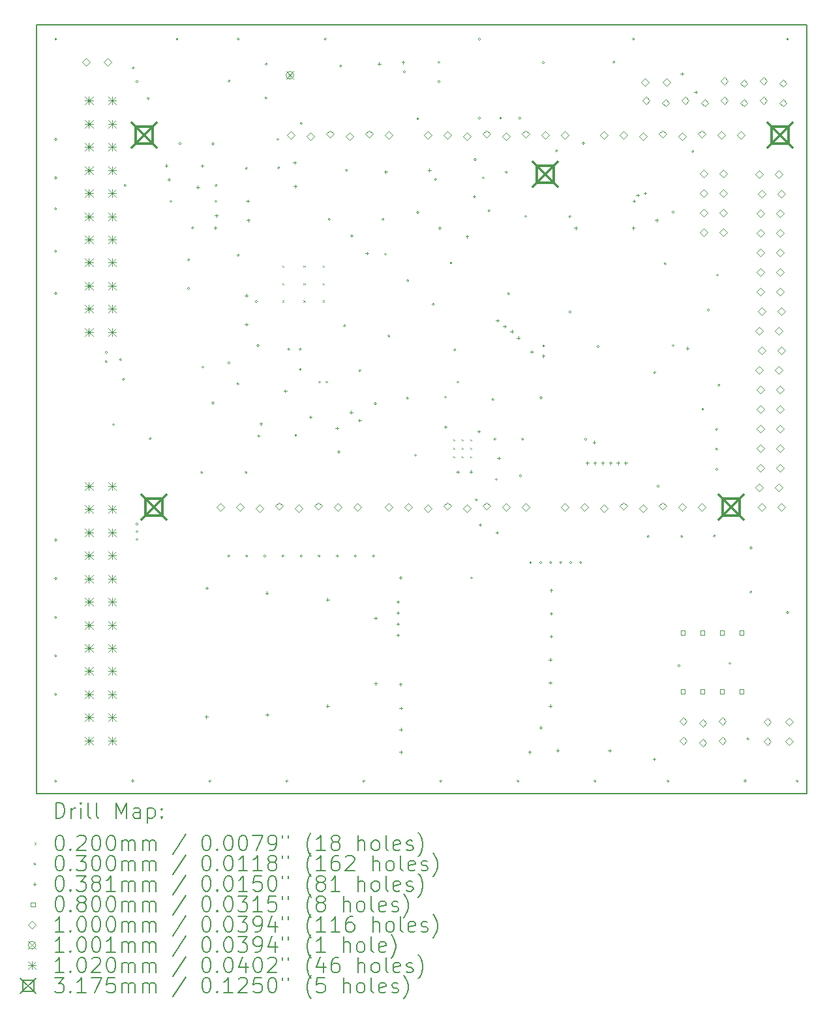
<source format=gbr>
%TF.GenerationSoftware,KiCad,Pcbnew,7.0.7+dfsg-1*%
%TF.CreationDate,2024-05-02T13:52:33+03:00*%
%TF.ProjectId,UA4C-vC5,55413443-2d76-4433-952e-6b696361645f,C5*%
%TF.SameCoordinates,Original*%
%TF.FileFunction,Drillmap*%
%TF.FilePolarity,Positive*%
%FSLAX45Y45*%
G04 Gerber Fmt 4.5, Leading zero omitted, Abs format (unit mm)*
G04 Created by KiCad (PCBNEW 7.0.7+dfsg-1) date 2024-05-02 13:52:33*
%MOMM*%
%LPD*%
G01*
G04 APERTURE LIST*
%ADD10C,0.150000*%
%ADD11C,0.200000*%
%ADD12C,0.020000*%
%ADD13C,0.030000*%
%ADD14C,0.038100*%
%ADD15C,0.080000*%
%ADD16C,0.100000*%
%ADD17C,0.100076*%
%ADD18C,0.102000*%
%ADD19C,0.317500*%
G04 APERTURE END LIST*
D10*
X19000000Y-6312500D02*
X9000000Y-6312500D01*
X9000000Y-6312500D02*
X9000000Y-16287500D01*
X19000000Y-16287500D02*
X19000000Y-6312500D01*
X9000000Y-16287500D02*
X19000000Y-16287500D01*
D11*
D12*
X12190000Y-9440000D02*
X12210000Y-9460000D01*
X12210000Y-9440000D02*
X12190000Y-9460000D01*
X12190000Y-9665000D02*
X12210000Y-9685000D01*
X12210000Y-9665000D02*
X12190000Y-9685000D01*
X12190000Y-9890000D02*
X12210000Y-9910000D01*
X12210000Y-9890000D02*
X12190000Y-9910000D01*
X12465000Y-9440000D02*
X12485000Y-9460000D01*
X12485000Y-9440000D02*
X12465000Y-9460000D01*
X12465000Y-9665000D02*
X12485000Y-9685000D01*
X12485000Y-9665000D02*
X12465000Y-9685000D01*
X12465000Y-9890000D02*
X12485000Y-9910000D01*
X12485000Y-9890000D02*
X12465000Y-9910000D01*
X12715000Y-9440000D02*
X12735000Y-9460000D01*
X12735000Y-9440000D02*
X12715000Y-9460000D01*
X12715000Y-9665000D02*
X12735000Y-9685000D01*
X12735000Y-9665000D02*
X12715000Y-9685000D01*
X12715000Y-9890000D02*
X12735000Y-9910000D01*
X12735000Y-9890000D02*
X12715000Y-9910000D01*
X14410000Y-11690000D02*
X14430000Y-11710000D01*
X14430000Y-11690000D02*
X14410000Y-11710000D01*
X14410000Y-11800000D02*
X14430000Y-11820000D01*
X14430000Y-11800000D02*
X14410000Y-11820000D01*
X14410000Y-11910000D02*
X14430000Y-11930000D01*
X14430000Y-11910000D02*
X14410000Y-11930000D01*
X14520000Y-11690000D02*
X14540000Y-11710000D01*
X14540000Y-11690000D02*
X14520000Y-11710000D01*
X14520000Y-11800000D02*
X14540000Y-11820000D01*
X14540000Y-11800000D02*
X14520000Y-11820000D01*
X14520000Y-11910000D02*
X14540000Y-11930000D01*
X14540000Y-11910000D02*
X14520000Y-11930000D01*
X14630000Y-11690000D02*
X14650000Y-11710000D01*
X14650000Y-11690000D02*
X14630000Y-11710000D01*
X14630000Y-11800000D02*
X14650000Y-11820000D01*
X14650000Y-11800000D02*
X14630000Y-11820000D01*
X14630000Y-11910000D02*
X14650000Y-11930000D01*
X14650000Y-11910000D02*
X14630000Y-11930000D01*
D13*
X9265000Y-6500000D02*
G75*
G03*
X9265000Y-6500000I-15000J0D01*
G01*
X9265000Y-7800000D02*
G75*
G03*
X9265000Y-7800000I-15000J0D01*
G01*
X9265000Y-8300000D02*
G75*
G03*
X9265000Y-8300000I-15000J0D01*
G01*
X9265000Y-8700000D02*
G75*
G03*
X9265000Y-8700000I-15000J0D01*
G01*
X9265000Y-9250000D02*
G75*
G03*
X9265000Y-9250000I-15000J0D01*
G01*
X9265000Y-9800000D02*
G75*
G03*
X9265000Y-9800000I-15000J0D01*
G01*
X9265000Y-13000000D02*
G75*
G03*
X9265000Y-13000000I-15000J0D01*
G01*
X9265000Y-13500000D02*
G75*
G03*
X9265000Y-13500000I-15000J0D01*
G01*
X9265000Y-14000000D02*
G75*
G03*
X9265000Y-14000000I-15000J0D01*
G01*
X9265000Y-14500000D02*
G75*
G03*
X9265000Y-14500000I-15000J0D01*
G01*
X9265000Y-15000000D02*
G75*
G03*
X9265000Y-15000000I-15000J0D01*
G01*
X9265000Y-16125000D02*
G75*
G03*
X9265000Y-16125000I-15000J0D01*
G01*
X9920000Y-10565000D02*
G75*
G03*
X9920000Y-10565000I-15000J0D01*
G01*
X9920000Y-10685000D02*
G75*
G03*
X9920000Y-10685000I-15000J0D01*
G01*
X10015000Y-11500000D02*
G75*
G03*
X10015000Y-11500000I-15000J0D01*
G01*
X10105000Y-10660000D02*
G75*
G03*
X10105000Y-10660000I-15000J0D01*
G01*
X10145000Y-10915000D02*
G75*
G03*
X10145000Y-10915000I-15000J0D01*
G01*
X10165000Y-8400000D02*
G75*
G03*
X10165000Y-8400000I-15000J0D01*
G01*
X10265000Y-16125000D02*
G75*
G03*
X10265000Y-16125000I-15000J0D01*
G01*
X10270000Y-6875000D02*
G75*
G03*
X10270000Y-6875000I-15000J0D01*
G01*
X10320000Y-7050000D02*
G75*
G03*
X10320000Y-7050000I-15000J0D01*
G01*
X10320000Y-12790000D02*
G75*
G03*
X10320000Y-12790000I-15000J0D01*
G01*
X10320000Y-12890000D02*
G75*
G03*
X10320000Y-12890000I-15000J0D01*
G01*
X10320000Y-12990000D02*
G75*
G03*
X10320000Y-12990000I-15000J0D01*
G01*
X10465000Y-7270000D02*
G75*
G03*
X10465000Y-7270000I-15000J0D01*
G01*
X10490000Y-11685000D02*
G75*
G03*
X10490000Y-11685000I-15000J0D01*
G01*
X10740000Y-8325000D02*
G75*
G03*
X10740000Y-8325000I-15000J0D01*
G01*
X10760000Y-8605000D02*
G75*
G03*
X10760000Y-8605000I-15000J0D01*
G01*
X10840000Y-6500000D02*
G75*
G03*
X10840000Y-6500000I-15000J0D01*
G01*
X10880000Y-7855000D02*
G75*
G03*
X10880000Y-7855000I-15000J0D01*
G01*
X10990000Y-9365000D02*
G75*
G03*
X10990000Y-9365000I-15000J0D01*
G01*
X10990000Y-9735000D02*
G75*
G03*
X10990000Y-9735000I-15000J0D01*
G01*
X11040000Y-8950000D02*
G75*
G03*
X11040000Y-8950000I-15000J0D01*
G01*
X11160000Y-12120000D02*
G75*
G03*
X11160000Y-12120000I-15000J0D01*
G01*
X11175000Y-10755000D02*
G75*
G03*
X11175000Y-10755000I-15000J0D01*
G01*
X11265000Y-16125000D02*
G75*
G03*
X11265000Y-16125000I-15000J0D01*
G01*
X11305000Y-7860000D02*
G75*
G03*
X11305000Y-7860000I-15000J0D01*
G01*
X11305000Y-11220000D02*
G75*
G03*
X11305000Y-11220000I-15000J0D01*
G01*
X11340000Y-8950000D02*
G75*
G03*
X11340000Y-8950000I-15000J0D01*
G01*
X11345000Y-8400000D02*
G75*
G03*
X11345000Y-8400000I-15000J0D01*
G01*
X11345000Y-8605000D02*
G75*
G03*
X11345000Y-8605000I-15000J0D01*
G01*
X11510000Y-13205000D02*
G75*
G03*
X11510000Y-13205000I-15000J0D01*
G01*
X11515000Y-7045000D02*
G75*
G03*
X11515000Y-7045000I-15000J0D01*
G01*
X11515000Y-10700000D02*
G75*
G03*
X11515000Y-10700000I-15000J0D01*
G01*
X11630000Y-10975000D02*
G75*
G03*
X11630000Y-10975000I-15000J0D01*
G01*
X11635000Y-6500000D02*
G75*
G03*
X11635000Y-6500000I-15000J0D01*
G01*
X11635000Y-9305000D02*
G75*
G03*
X11635000Y-9305000I-15000J0D01*
G01*
X11735000Y-12120000D02*
G75*
G03*
X11735000Y-12120000I-15000J0D01*
G01*
X11740000Y-8175000D02*
G75*
G03*
X11740000Y-8175000I-15000J0D01*
G01*
X11745000Y-13205000D02*
G75*
G03*
X11745000Y-13205000I-15000J0D01*
G01*
X11870000Y-9905000D02*
G75*
G03*
X11870000Y-9905000I-15000J0D01*
G01*
X11890000Y-10475000D02*
G75*
G03*
X11890000Y-10475000I-15000J0D01*
G01*
X11900000Y-11650000D02*
G75*
G03*
X11900000Y-11650000I-15000J0D01*
G01*
X11980000Y-13205000D02*
G75*
G03*
X11980000Y-13205000I-15000J0D01*
G01*
X11995000Y-7265000D02*
G75*
G03*
X11995000Y-7265000I-15000J0D01*
G01*
X12000000Y-6825000D02*
G75*
G03*
X12000000Y-6825000I-15000J0D01*
G01*
X12150000Y-7800000D02*
G75*
G03*
X12150000Y-7800000I-15000J0D01*
G01*
X12160000Y-8170000D02*
G75*
G03*
X12160000Y-8170000I-15000J0D01*
G01*
X12215000Y-13205000D02*
G75*
G03*
X12215000Y-13205000I-15000J0D01*
G01*
X12265000Y-16125000D02*
G75*
G03*
X12265000Y-16125000I-15000J0D01*
G01*
X12290000Y-10525000D02*
G75*
G03*
X12290000Y-10525000I-15000J0D01*
G01*
X12380000Y-11640000D02*
G75*
G03*
X12380000Y-11640000I-15000J0D01*
G01*
X12440000Y-10525000D02*
G75*
G03*
X12440000Y-10525000I-15000J0D01*
G01*
X12440000Y-10785000D02*
G75*
G03*
X12440000Y-10785000I-15000J0D01*
G01*
X12450000Y-7595000D02*
G75*
G03*
X12450000Y-7595000I-15000J0D01*
G01*
X12450000Y-13205000D02*
G75*
G03*
X12450000Y-13205000I-15000J0D01*
G01*
X12685000Y-13205000D02*
G75*
G03*
X12685000Y-13205000I-15000J0D01*
G01*
X12690000Y-10950000D02*
G75*
G03*
X12690000Y-10950000I-15000J0D01*
G01*
X12765000Y-6500000D02*
G75*
G03*
X12765000Y-6500000I-15000J0D01*
G01*
X12785000Y-10950000D02*
G75*
G03*
X12785000Y-10950000I-15000J0D01*
G01*
X12815000Y-8840000D02*
G75*
G03*
X12815000Y-8840000I-15000J0D01*
G01*
X12920000Y-13205000D02*
G75*
G03*
X12920000Y-13205000I-15000J0D01*
G01*
X12940000Y-11855000D02*
G75*
G03*
X12940000Y-11855000I-15000J0D01*
G01*
X12965000Y-6850000D02*
G75*
G03*
X12965000Y-6850000I-15000J0D01*
G01*
X13015000Y-10220000D02*
G75*
G03*
X13015000Y-10220000I-15000J0D01*
G01*
X13040000Y-8200000D02*
G75*
G03*
X13040000Y-8200000I-15000J0D01*
G01*
X13155000Y-13205000D02*
G75*
G03*
X13155000Y-13205000I-15000J0D01*
G01*
X13215000Y-10800000D02*
G75*
G03*
X13215000Y-10800000I-15000J0D01*
G01*
X13265000Y-16125000D02*
G75*
G03*
X13265000Y-16125000I-15000J0D01*
G01*
X13390000Y-13205000D02*
G75*
G03*
X13390000Y-13205000I-15000J0D01*
G01*
X13415000Y-11230000D02*
G75*
G03*
X13415000Y-11230000I-15000J0D01*
G01*
X13515000Y-8840000D02*
G75*
G03*
X13515000Y-8840000I-15000J0D01*
G01*
X13545000Y-9290000D02*
G75*
G03*
X13545000Y-9290000I-15000J0D01*
G01*
X13590000Y-10350000D02*
G75*
G03*
X13590000Y-10350000I-15000J0D01*
G01*
X13745000Y-13490000D02*
G75*
G03*
X13745000Y-13490000I-15000J0D01*
G01*
X13790000Y-6925000D02*
G75*
G03*
X13790000Y-6925000I-15000J0D01*
G01*
X13830000Y-11160000D02*
G75*
G03*
X13830000Y-11160000I-15000J0D01*
G01*
X13835000Y-9630000D02*
G75*
G03*
X13835000Y-9630000I-15000J0D01*
G01*
X13935000Y-11900000D02*
G75*
G03*
X13935000Y-11900000I-15000J0D01*
G01*
X13965000Y-7535000D02*
G75*
G03*
X13965000Y-7535000I-15000J0D01*
G01*
X13965000Y-8750000D02*
G75*
G03*
X13965000Y-8750000I-15000J0D01*
G01*
X14165000Y-9940000D02*
G75*
G03*
X14165000Y-9940000I-15000J0D01*
G01*
X14195000Y-8320000D02*
G75*
G03*
X14195000Y-8320000I-15000J0D01*
G01*
X14240000Y-6800000D02*
G75*
G03*
X14240000Y-6800000I-15000J0D01*
G01*
X14240000Y-7050000D02*
G75*
G03*
X14240000Y-7050000I-15000J0D01*
G01*
X14265000Y-16125000D02*
G75*
G03*
X14265000Y-16125000I-15000J0D01*
G01*
X14325000Y-11145000D02*
G75*
G03*
X14325000Y-11145000I-15000J0D01*
G01*
X14395000Y-9405000D02*
G75*
G03*
X14395000Y-9405000I-15000J0D01*
G01*
X14445000Y-10535000D02*
G75*
G03*
X14445000Y-10535000I-15000J0D01*
G01*
X14485000Y-10950000D02*
G75*
G03*
X14485000Y-10950000I-15000J0D01*
G01*
X14665000Y-13490000D02*
G75*
G03*
X14665000Y-13490000I-15000J0D01*
G01*
X14710000Y-8065000D02*
G75*
G03*
X14710000Y-8065000I-15000J0D01*
G01*
X14725000Y-12475000D02*
G75*
G03*
X14725000Y-12475000I-15000J0D01*
G01*
X14765000Y-6500000D02*
G75*
G03*
X14765000Y-6500000I-15000J0D01*
G01*
X14765000Y-7525000D02*
G75*
G03*
X14765000Y-7525000I-15000J0D01*
G01*
X14815000Y-8300000D02*
G75*
G03*
X14815000Y-8300000I-15000J0D01*
G01*
X14890000Y-8725000D02*
G75*
G03*
X14890000Y-8725000I-15000J0D01*
G01*
X14940000Y-11175000D02*
G75*
G03*
X14940000Y-11175000I-15000J0D01*
G01*
X14965000Y-11690000D02*
G75*
G03*
X14965000Y-11690000I-15000J0D01*
G01*
X14985000Y-12210000D02*
G75*
G03*
X14985000Y-12210000I-15000J0D01*
G01*
X15040000Y-7525000D02*
G75*
G03*
X15040000Y-7525000I-15000J0D01*
G01*
X15115000Y-8225000D02*
G75*
G03*
X15115000Y-8225000I-15000J0D01*
G01*
X15145000Y-9805000D02*
G75*
G03*
X15145000Y-9805000I-15000J0D01*
G01*
X15265000Y-16125000D02*
G75*
G03*
X15265000Y-16125000I-15000J0D01*
G01*
X15290000Y-7525000D02*
G75*
G03*
X15290000Y-7525000I-15000J0D01*
G01*
X15300000Y-12165000D02*
G75*
G03*
X15300000Y-12165000I-15000J0D01*
G01*
X15325000Y-11690000D02*
G75*
G03*
X15325000Y-11690000I-15000J0D01*
G01*
X15365000Y-8800000D02*
G75*
G03*
X15365000Y-8800000I-15000J0D01*
G01*
X15430000Y-13290000D02*
G75*
G03*
X15430000Y-13290000I-15000J0D01*
G01*
X15560000Y-13290000D02*
G75*
G03*
X15560000Y-13290000I-15000J0D01*
G01*
X15565000Y-11155000D02*
G75*
G03*
X15565000Y-11155000I-15000J0D01*
G01*
X15595000Y-6805000D02*
G75*
G03*
X15595000Y-6805000I-15000J0D01*
G01*
X15600000Y-10480000D02*
G75*
G03*
X15600000Y-10480000I-15000J0D01*
G01*
X15690000Y-13290000D02*
G75*
G03*
X15690000Y-13290000I-15000J0D01*
G01*
X15765000Y-7950000D02*
G75*
G03*
X15765000Y-7950000I-15000J0D01*
G01*
X15820000Y-13290000D02*
G75*
G03*
X15820000Y-13290000I-15000J0D01*
G01*
X15940000Y-8800000D02*
G75*
G03*
X15940000Y-8800000I-15000J0D01*
G01*
X15940000Y-10040000D02*
G75*
G03*
X15940000Y-10040000I-15000J0D01*
G01*
X15950000Y-13290000D02*
G75*
G03*
X15950000Y-13290000I-15000J0D01*
G01*
X16080000Y-13290000D02*
G75*
G03*
X16080000Y-13290000I-15000J0D01*
G01*
X16115000Y-7850000D02*
G75*
G03*
X16115000Y-7850000I-15000J0D01*
G01*
X16145000Y-11690000D02*
G75*
G03*
X16145000Y-11690000I-15000J0D01*
G01*
X16265000Y-16125000D02*
G75*
G03*
X16265000Y-16125000I-15000J0D01*
G01*
X16305000Y-10490000D02*
G75*
G03*
X16305000Y-10490000I-15000J0D01*
G01*
X16510000Y-6800000D02*
G75*
G03*
X16510000Y-6800000I-15000J0D01*
G01*
X16765000Y-6500000D02*
G75*
G03*
X16765000Y-6500000I-15000J0D01*
G01*
X16955000Y-12950000D02*
G75*
G03*
X16955000Y-12950000I-15000J0D01*
G01*
X17040000Y-10825000D02*
G75*
G03*
X17040000Y-10825000I-15000J0D01*
G01*
X17085000Y-12300000D02*
G75*
G03*
X17085000Y-12300000I-15000J0D01*
G01*
X17175000Y-9415000D02*
G75*
G03*
X17175000Y-9415000I-15000J0D01*
G01*
X17215000Y-16125000D02*
G75*
G03*
X17215000Y-16125000I-15000J0D01*
G01*
X17280000Y-8745000D02*
G75*
G03*
X17280000Y-8745000I-15000J0D01*
G01*
X17280000Y-10475000D02*
G75*
G03*
X17280000Y-10475000I-15000J0D01*
G01*
X17355000Y-14630000D02*
G75*
G03*
X17355000Y-14630000I-15000J0D01*
G01*
X17390000Y-12950000D02*
G75*
G03*
X17390000Y-12950000I-15000J0D01*
G01*
X17535000Y-7960000D02*
G75*
G03*
X17535000Y-7960000I-15000J0D01*
G01*
X17665000Y-11300000D02*
G75*
G03*
X17665000Y-11300000I-15000J0D01*
G01*
X17735000Y-10015000D02*
G75*
G03*
X17735000Y-10015000I-15000J0D01*
G01*
X17815000Y-12945000D02*
G75*
G03*
X17815000Y-12945000I-15000J0D01*
G01*
X17845000Y-11560000D02*
G75*
G03*
X17845000Y-11560000I-15000J0D01*
G01*
X17845000Y-11820000D02*
G75*
G03*
X17845000Y-11820000I-15000J0D01*
G01*
X17845000Y-12080000D02*
G75*
G03*
X17845000Y-12080000I-15000J0D01*
G01*
X17855000Y-9560000D02*
G75*
G03*
X17855000Y-9560000I-15000J0D01*
G01*
X17875000Y-10990000D02*
G75*
G03*
X17875000Y-10990000I-15000J0D01*
G01*
X18015000Y-14600000D02*
G75*
G03*
X18015000Y-14600000I-15000J0D01*
G01*
X18215000Y-16125000D02*
G75*
G03*
X18215000Y-16125000I-15000J0D01*
G01*
X18250000Y-15580000D02*
G75*
G03*
X18250000Y-15580000I-15000J0D01*
G01*
X18290000Y-13100000D02*
G75*
G03*
X18290000Y-13100000I-15000J0D01*
G01*
X18290000Y-13675000D02*
G75*
G03*
X18290000Y-13675000I-15000J0D01*
G01*
X18765000Y-6500000D02*
G75*
G03*
X18765000Y-6500000I-15000J0D01*
G01*
X18765000Y-13940000D02*
G75*
G03*
X18765000Y-13940000I-15000J0D01*
G01*
X18890000Y-16125000D02*
G75*
G03*
X18890000Y-16125000I-15000J0D01*
G01*
D14*
X10685000Y-8121791D02*
X10685000Y-8159891D01*
X10665950Y-8140841D02*
X10704050Y-8140841D01*
X11095000Y-8400950D02*
X11095000Y-8439050D01*
X11075950Y-8420000D02*
X11114050Y-8420000D01*
X11152500Y-8123450D02*
X11152500Y-8161550D01*
X11133450Y-8142500D02*
X11171550Y-8142500D01*
X11205000Y-15273950D02*
X11205000Y-15312050D01*
X11185950Y-15293000D02*
X11224050Y-15293000D01*
X11210000Y-13600950D02*
X11210000Y-13639050D01*
X11190950Y-13620000D02*
X11229050Y-13620000D01*
X11335000Y-8770950D02*
X11335000Y-8809050D01*
X11315950Y-8790000D02*
X11354050Y-8790000D01*
X11725000Y-9805950D02*
X11725000Y-9844050D01*
X11705950Y-9825000D02*
X11744050Y-9825000D01*
X11725000Y-10180950D02*
X11725000Y-10219050D01*
X11705950Y-10200000D02*
X11744050Y-10200000D01*
X11739999Y-8580950D02*
X11739999Y-8619050D01*
X11720949Y-8600000D02*
X11759049Y-8600000D01*
X11750000Y-8830950D02*
X11750000Y-8869050D01*
X11730950Y-8850000D02*
X11769050Y-8850000D01*
X11915000Y-11470950D02*
X11915000Y-11509050D01*
X11895950Y-11490000D02*
X11934050Y-11490000D01*
X11990000Y-13666791D02*
X11990000Y-13704891D01*
X11970950Y-13685841D02*
X12009050Y-13685841D01*
X11995000Y-15245950D02*
X11995000Y-15284050D01*
X11975950Y-15265000D02*
X12014050Y-15265000D01*
X12230000Y-11045950D02*
X12230000Y-11084050D01*
X12210950Y-11065000D02*
X12249050Y-11065000D01*
X12350000Y-8080950D02*
X12350000Y-8119050D01*
X12330950Y-8100000D02*
X12369050Y-8100000D01*
X12360000Y-8390950D02*
X12360000Y-8429050D01*
X12340950Y-8410000D02*
X12379050Y-8410000D01*
X12555000Y-11385950D02*
X12555000Y-11424050D01*
X12535950Y-11405000D02*
X12574050Y-11405000D01*
X12780000Y-13750950D02*
X12780000Y-13789050D01*
X12760950Y-13770000D02*
X12799050Y-13770000D01*
X12780000Y-15130950D02*
X12780000Y-15169050D01*
X12760950Y-15150000D02*
X12799050Y-15150000D01*
X12900000Y-11525950D02*
X12900000Y-11564050D01*
X12880950Y-11545000D02*
X12919050Y-11545000D01*
X13085000Y-11320950D02*
X13085000Y-11359050D01*
X13065950Y-11340000D02*
X13104050Y-11340000D01*
X13090000Y-9030950D02*
X13090000Y-9069050D01*
X13070950Y-9050000D02*
X13109050Y-9050000D01*
X13195000Y-11425950D02*
X13195000Y-11464050D01*
X13175950Y-11445000D02*
X13214050Y-11445000D01*
X13290000Y-9260950D02*
X13290000Y-9299050D01*
X13270950Y-9280000D02*
X13309050Y-9280000D01*
X13400000Y-13990950D02*
X13400000Y-14029050D01*
X13380950Y-14010000D02*
X13419050Y-14010000D01*
X13405000Y-14840950D02*
X13405000Y-14879050D01*
X13385950Y-14860000D02*
X13424050Y-14860000D01*
X13450000Y-6800950D02*
X13450000Y-6839050D01*
X13430950Y-6820000D02*
X13469050Y-6820000D01*
X13533141Y-8203423D02*
X13533141Y-8241523D01*
X13514091Y-8222473D02*
X13552191Y-8222473D01*
X13690000Y-13780950D02*
X13690000Y-13819050D01*
X13670950Y-13800000D02*
X13709050Y-13800000D01*
X13690000Y-13924283D02*
X13690000Y-13962383D01*
X13670950Y-13943333D02*
X13709050Y-13943333D01*
X13690000Y-14067617D02*
X13690000Y-14105717D01*
X13670950Y-14086667D02*
X13709050Y-14086667D01*
X13690000Y-14210950D02*
X13690000Y-14249050D01*
X13670950Y-14230000D02*
X13709050Y-14230000D01*
X13725000Y-14850950D02*
X13725000Y-14889050D01*
X13705950Y-14870000D02*
X13744050Y-14870000D01*
X13730000Y-15160950D02*
X13730000Y-15199050D01*
X13710950Y-15180000D02*
X13749050Y-15180000D01*
X13730000Y-15435950D02*
X13730000Y-15474050D01*
X13710950Y-15455000D02*
X13749050Y-15455000D01*
X13730000Y-15730950D02*
X13730000Y-15769050D01*
X13710950Y-15750000D02*
X13749050Y-15750000D01*
X13760000Y-6780949D02*
X13760000Y-6819049D01*
X13740950Y-6799999D02*
X13779050Y-6799999D01*
X14100000Y-8180950D02*
X14100000Y-8219050D01*
X14080950Y-8200000D02*
X14119050Y-8200000D01*
X14235000Y-8930950D02*
X14235000Y-8969050D01*
X14215950Y-8950000D02*
X14254050Y-8950000D01*
X14310000Y-11510950D02*
X14310000Y-11549050D01*
X14290950Y-11530000D02*
X14329050Y-11530000D01*
X14467447Y-12096334D02*
X14467447Y-12134434D01*
X14448397Y-12115384D02*
X14486497Y-12115384D01*
X14590000Y-9040950D02*
X14590000Y-9079050D01*
X14570950Y-9060000D02*
X14609050Y-9060000D01*
X14639889Y-12091059D02*
X14639889Y-12129159D01*
X14620839Y-12110109D02*
X14658939Y-12110109D01*
X14680000Y-8520950D02*
X14680000Y-8559050D01*
X14660950Y-8540000D02*
X14699050Y-8540000D01*
X14740000Y-11570950D02*
X14740000Y-11609050D01*
X14720950Y-11590000D02*
X14759050Y-11590000D01*
X14758882Y-12780250D02*
X14758882Y-12818350D01*
X14739832Y-12799300D02*
X14777932Y-12799300D01*
X14980000Y-12880950D02*
X14980000Y-12919050D01*
X14960950Y-12900000D02*
X14999050Y-12900000D01*
X14984057Y-10131893D02*
X14984057Y-10169993D01*
X14965007Y-10150943D02*
X15003107Y-10150943D01*
X14999999Y-11915950D02*
X14999999Y-11954050D01*
X14980949Y-11935000D02*
X15019049Y-11935000D01*
X15076715Y-10207665D02*
X15076715Y-10245765D01*
X15057665Y-10226715D02*
X15095765Y-10226715D01*
X15170000Y-10271791D02*
X15170000Y-10309891D01*
X15150950Y-10290841D02*
X15189050Y-10290841D01*
X15255000Y-10355950D02*
X15255000Y-10394050D01*
X15235950Y-10375000D02*
X15274050Y-10375000D01*
X15400000Y-15730950D02*
X15400000Y-15769050D01*
X15380950Y-15750000D02*
X15419050Y-15750000D01*
X15430000Y-10535950D02*
X15430000Y-10574050D01*
X15410950Y-10555000D02*
X15449050Y-10555000D01*
X15545000Y-15410950D02*
X15545000Y-15449050D01*
X15525950Y-15430000D02*
X15564050Y-15430000D01*
X15579057Y-10591893D02*
X15579057Y-10629993D01*
X15560007Y-10610943D02*
X15598107Y-10610943D01*
X15670000Y-14830950D02*
X15670000Y-14869050D01*
X15650950Y-14850000D02*
X15689050Y-14850000D01*
X15670000Y-15130950D02*
X15670000Y-15169050D01*
X15650950Y-15150000D02*
X15689050Y-15150000D01*
X15670000Y-14530950D02*
X15670000Y-14569050D01*
X15650950Y-14550000D02*
X15689050Y-14550000D01*
X15680000Y-13630950D02*
X15680000Y-13669050D01*
X15660950Y-13650000D02*
X15699050Y-13650000D01*
X15680000Y-13930950D02*
X15680000Y-13969050D01*
X15660950Y-13950000D02*
X15699050Y-13950000D01*
X15680000Y-14230950D02*
X15680000Y-14269050D01*
X15660950Y-14250000D02*
X15699050Y-14250000D01*
X15767917Y-15707609D02*
X15767917Y-15745709D01*
X15748867Y-15726659D02*
X15786967Y-15726659D01*
X16000000Y-8930950D02*
X16000000Y-8969050D01*
X15980950Y-8950000D02*
X16019050Y-8950000D01*
X16150000Y-11980950D02*
X16150000Y-12019050D01*
X16130950Y-12000000D02*
X16169050Y-12000000D01*
X16240000Y-11710950D02*
X16240000Y-11749050D01*
X16220950Y-11730000D02*
X16259050Y-11730000D01*
X16250000Y-11980950D02*
X16250000Y-12019050D01*
X16230950Y-12000000D02*
X16269050Y-12000000D01*
X16350000Y-11980950D02*
X16350000Y-12019050D01*
X16330950Y-12000000D02*
X16369050Y-12000000D01*
X16440000Y-15710950D02*
X16440000Y-15749050D01*
X16420950Y-15730000D02*
X16459050Y-15730000D01*
X16450000Y-11980950D02*
X16450000Y-12019050D01*
X16430950Y-12000000D02*
X16469050Y-12000000D01*
X16550000Y-11980950D02*
X16550000Y-12019050D01*
X16530950Y-12000000D02*
X16569050Y-12000000D01*
X16650000Y-11980950D02*
X16650000Y-12019050D01*
X16630950Y-12000000D02*
X16669050Y-12000000D01*
X16750000Y-8930950D02*
X16750000Y-8969050D01*
X16730950Y-8950000D02*
X16769050Y-8950000D01*
X16758412Y-8583702D02*
X16758412Y-8621802D01*
X16739362Y-8602752D02*
X16777462Y-8602752D01*
X16804121Y-8504505D02*
X16804121Y-8542605D01*
X16785071Y-8523555D02*
X16823171Y-8523555D01*
X16901441Y-8480852D02*
X16901441Y-8518952D01*
X16882391Y-8499902D02*
X16920491Y-8499902D01*
X17020000Y-15820950D02*
X17020000Y-15859050D01*
X17000950Y-15840000D02*
X17039050Y-15840000D01*
X17050000Y-8830950D02*
X17050000Y-8869050D01*
X17030950Y-8850000D02*
X17069050Y-8850000D01*
X17380000Y-6930950D02*
X17380000Y-6969050D01*
X17360950Y-6950000D02*
X17399050Y-6950000D01*
X17450000Y-10490950D02*
X17450000Y-10529050D01*
X17430950Y-10510000D02*
X17469050Y-10510000D01*
X17558000Y-7167950D02*
X17558000Y-7206050D01*
X17538950Y-7187000D02*
X17577050Y-7187000D01*
D15*
X17420285Y-14228284D02*
X17420285Y-14171715D01*
X17363716Y-14171715D01*
X17363716Y-14228284D01*
X17420285Y-14228284D01*
X17420285Y-14990284D02*
X17420285Y-14933715D01*
X17363716Y-14933715D01*
X17363716Y-14990284D01*
X17420285Y-14990284D01*
X17674285Y-14228284D02*
X17674285Y-14171715D01*
X17617716Y-14171715D01*
X17617716Y-14228284D01*
X17674285Y-14228284D01*
X17674285Y-14990284D02*
X17674285Y-14933715D01*
X17617716Y-14933715D01*
X17617716Y-14990284D01*
X17674285Y-14990284D01*
X17928285Y-14228284D02*
X17928285Y-14171715D01*
X17871716Y-14171715D01*
X17871716Y-14228284D01*
X17928285Y-14228284D01*
X17928285Y-14990284D02*
X17928285Y-14933715D01*
X17871716Y-14933715D01*
X17871716Y-14990284D01*
X17928285Y-14990284D01*
X18182285Y-14228284D02*
X18182285Y-14171715D01*
X18125716Y-14171715D01*
X18125716Y-14228284D01*
X18182285Y-14228284D01*
X18182285Y-14990284D02*
X18182285Y-14933715D01*
X18125716Y-14933715D01*
X18125716Y-14990284D01*
X18182285Y-14990284D01*
D16*
X9642000Y-6850000D02*
X9692000Y-6800000D01*
X9642000Y-6750000D01*
X9592000Y-6800000D01*
X9642000Y-6850000D01*
X9924000Y-6850000D02*
X9974000Y-6800000D01*
X9924000Y-6750000D01*
X9874000Y-6800000D01*
X9924000Y-6850000D01*
X11388600Y-12622500D02*
X11438600Y-12572500D01*
X11388600Y-12522500D01*
X11338600Y-12572500D01*
X11388600Y-12622500D01*
X11642600Y-12622500D02*
X11692600Y-12572500D01*
X11642600Y-12522500D01*
X11592600Y-12572500D01*
X11642600Y-12622500D01*
X11896600Y-12636500D02*
X11946600Y-12586500D01*
X11896600Y-12536500D01*
X11846600Y-12586500D01*
X11896600Y-12636500D01*
X12150600Y-12608500D02*
X12200600Y-12558500D01*
X12150600Y-12508500D01*
X12100600Y-12558500D01*
X12150600Y-12608500D01*
X12303000Y-7796500D02*
X12353000Y-7746500D01*
X12303000Y-7696500D01*
X12253000Y-7746500D01*
X12303000Y-7796500D01*
X12404600Y-12636500D02*
X12454600Y-12586500D01*
X12404600Y-12536500D01*
X12354600Y-12586500D01*
X12404600Y-12636500D01*
X12557000Y-7810500D02*
X12607000Y-7760500D01*
X12557000Y-7710500D01*
X12507000Y-7760500D01*
X12557000Y-7810500D01*
X12658600Y-12608500D02*
X12708600Y-12558500D01*
X12658600Y-12508500D01*
X12608600Y-12558500D01*
X12658600Y-12608500D01*
X12811000Y-7782500D02*
X12861000Y-7732500D01*
X12811000Y-7682500D01*
X12761000Y-7732500D01*
X12811000Y-7782500D01*
X12912600Y-12622500D02*
X12962600Y-12572500D01*
X12912600Y-12522500D01*
X12862600Y-12572500D01*
X12912600Y-12622500D01*
X13065000Y-7810500D02*
X13115000Y-7760500D01*
X13065000Y-7710500D01*
X13015000Y-7760500D01*
X13065000Y-7810500D01*
X13166600Y-12622500D02*
X13216600Y-12572500D01*
X13166600Y-12522500D01*
X13116600Y-12572500D01*
X13166600Y-12622500D01*
X13319000Y-7782500D02*
X13369000Y-7732500D01*
X13319000Y-7682500D01*
X13269000Y-7732500D01*
X13319000Y-7782500D01*
X13573000Y-7796500D02*
X13623000Y-7746500D01*
X13573000Y-7696500D01*
X13523000Y-7746500D01*
X13573000Y-7796500D01*
X13573000Y-12622500D02*
X13623000Y-12572500D01*
X13573000Y-12522500D01*
X13523000Y-12572500D01*
X13573000Y-12622500D01*
X13827000Y-12622500D02*
X13877000Y-12572500D01*
X13827000Y-12522500D01*
X13777000Y-12572500D01*
X13827000Y-12622500D01*
X14081000Y-7796500D02*
X14131000Y-7746500D01*
X14081000Y-7696500D01*
X14031000Y-7746500D01*
X14081000Y-7796500D01*
X14081000Y-12636500D02*
X14131000Y-12586500D01*
X14081000Y-12536500D01*
X14031000Y-12586500D01*
X14081000Y-12636500D01*
X14335000Y-7796500D02*
X14385000Y-7746500D01*
X14335000Y-7696500D01*
X14285000Y-7746500D01*
X14335000Y-7796500D01*
X14335000Y-12608500D02*
X14385000Y-12558500D01*
X14335000Y-12508500D01*
X14285000Y-12558500D01*
X14335000Y-12608500D01*
X14589000Y-7810500D02*
X14639000Y-7760500D01*
X14589000Y-7710500D01*
X14539000Y-7760500D01*
X14589000Y-7810500D01*
X14589000Y-12636500D02*
X14639000Y-12586500D01*
X14589000Y-12536500D01*
X14539000Y-12586500D01*
X14589000Y-12636500D01*
X14843000Y-7782500D02*
X14893000Y-7732500D01*
X14843000Y-7682500D01*
X14793000Y-7732500D01*
X14843000Y-7782500D01*
X14843000Y-12608500D02*
X14893000Y-12558500D01*
X14843000Y-12508500D01*
X14793000Y-12558500D01*
X14843000Y-12608500D01*
X15097000Y-7810500D02*
X15147000Y-7760500D01*
X15097000Y-7710500D01*
X15047000Y-7760500D01*
X15097000Y-7810500D01*
X15097000Y-12622500D02*
X15147000Y-12572500D01*
X15097000Y-12522500D01*
X15047000Y-12572500D01*
X15097000Y-12622500D01*
X15351000Y-7782500D02*
X15401000Y-7732500D01*
X15351000Y-7682500D01*
X15301000Y-7732500D01*
X15351000Y-7782500D01*
X15351000Y-12622500D02*
X15401000Y-12572500D01*
X15351000Y-12522500D01*
X15301000Y-12572500D01*
X15351000Y-12622500D01*
X15605000Y-7796500D02*
X15655000Y-7746500D01*
X15605000Y-7696500D01*
X15555000Y-7746500D01*
X15605000Y-7796500D01*
X15859000Y-7796500D02*
X15909000Y-7746500D01*
X15859000Y-7696500D01*
X15809000Y-7746500D01*
X15859000Y-7796500D01*
X15859000Y-12622500D02*
X15909000Y-12572500D01*
X15859000Y-12522500D01*
X15809000Y-12572500D01*
X15859000Y-12622500D01*
X16113000Y-12622500D02*
X16163000Y-12572500D01*
X16113000Y-12522500D01*
X16063000Y-12572500D01*
X16113000Y-12622500D01*
X16367000Y-7796500D02*
X16417000Y-7746500D01*
X16367000Y-7696500D01*
X16317000Y-7746500D01*
X16367000Y-7796500D01*
X16367000Y-12636500D02*
X16417000Y-12586500D01*
X16367000Y-12536500D01*
X16317000Y-12586500D01*
X16367000Y-12636500D01*
X16621000Y-7796500D02*
X16671000Y-7746500D01*
X16621000Y-7696500D01*
X16571000Y-7746500D01*
X16621000Y-7796500D01*
X16621000Y-12608500D02*
X16671000Y-12558500D01*
X16621000Y-12508500D01*
X16571000Y-12558500D01*
X16621000Y-12608500D01*
X16875000Y-7810500D02*
X16925000Y-7760500D01*
X16875000Y-7710500D01*
X16825000Y-7760500D01*
X16875000Y-7810500D01*
X16875000Y-12636500D02*
X16925000Y-12586500D01*
X16875000Y-12536500D01*
X16825000Y-12586500D01*
X16875000Y-12636500D01*
X16899500Y-7109000D02*
X16949500Y-7059000D01*
X16899500Y-7009000D01*
X16849500Y-7059000D01*
X16899500Y-7109000D01*
X16913500Y-7349000D02*
X16963500Y-7299000D01*
X16913500Y-7249000D01*
X16863500Y-7299000D01*
X16913500Y-7349000D01*
X17129000Y-7782500D02*
X17179000Y-7732500D01*
X17129000Y-7682500D01*
X17079000Y-7732500D01*
X17129000Y-7782500D01*
X17129000Y-12608500D02*
X17179000Y-12558500D01*
X17129000Y-12508500D01*
X17079000Y-12558500D01*
X17129000Y-12608500D01*
X17167500Y-7377000D02*
X17217500Y-7327000D01*
X17167500Y-7277000D01*
X17117500Y-7327000D01*
X17167500Y-7377000D01*
X17181500Y-7109000D02*
X17231500Y-7059000D01*
X17181500Y-7009000D01*
X17131500Y-7059000D01*
X17181500Y-7109000D01*
X17383000Y-7810500D02*
X17433000Y-7760500D01*
X17383000Y-7710500D01*
X17333000Y-7760500D01*
X17383000Y-7810500D01*
X17383000Y-12622500D02*
X17433000Y-12572500D01*
X17383000Y-12522500D01*
X17333000Y-12572500D01*
X17383000Y-12622500D01*
X17396000Y-15395953D02*
X17446000Y-15345953D01*
X17396000Y-15295953D01*
X17346000Y-15345953D01*
X17396000Y-15395953D01*
X17396000Y-15649953D02*
X17446000Y-15599953D01*
X17396000Y-15549953D01*
X17346000Y-15599953D01*
X17396000Y-15649953D01*
X17421500Y-7349000D02*
X17471500Y-7299000D01*
X17421500Y-7249000D01*
X17371500Y-7299000D01*
X17421500Y-7349000D01*
X17637000Y-7782500D02*
X17687000Y-7732500D01*
X17637000Y-7682500D01*
X17587000Y-7732500D01*
X17637000Y-7782500D01*
X17637000Y-12622500D02*
X17687000Y-12572500D01*
X17637000Y-12522500D01*
X17587000Y-12572500D01*
X17637000Y-12622500D01*
X17650000Y-15423953D02*
X17700000Y-15373953D01*
X17650000Y-15323953D01*
X17600000Y-15373953D01*
X17650000Y-15423953D01*
X17650000Y-15677953D02*
X17700000Y-15627953D01*
X17650000Y-15577953D01*
X17600000Y-15627953D01*
X17650000Y-15677953D01*
X17665000Y-8293500D02*
X17715000Y-8243500D01*
X17665000Y-8193500D01*
X17615000Y-8243500D01*
X17665000Y-8293500D01*
X17665000Y-8547500D02*
X17715000Y-8497500D01*
X17665000Y-8447500D01*
X17615000Y-8497500D01*
X17665000Y-8547500D01*
X17665000Y-8801500D02*
X17715000Y-8751500D01*
X17665000Y-8701500D01*
X17615000Y-8751500D01*
X17665000Y-8801500D01*
X17665000Y-9055500D02*
X17715000Y-9005500D01*
X17665000Y-8955500D01*
X17615000Y-9005500D01*
X17665000Y-9055500D01*
X17675500Y-7377000D02*
X17725500Y-7327000D01*
X17675500Y-7277000D01*
X17625500Y-7327000D01*
X17675500Y-7377000D01*
X17891000Y-7796500D02*
X17941000Y-7746500D01*
X17891000Y-7696500D01*
X17841000Y-7746500D01*
X17891000Y-7796500D01*
X17904000Y-15395953D02*
X17954000Y-15345953D01*
X17904000Y-15295953D01*
X17854000Y-15345953D01*
X17904000Y-15395953D01*
X17904000Y-15649953D02*
X17954000Y-15599953D01*
X17904000Y-15549953D01*
X17854000Y-15599953D01*
X17904000Y-15649953D01*
X17919000Y-8293500D02*
X17969000Y-8243500D01*
X17919000Y-8193500D01*
X17869000Y-8243500D01*
X17919000Y-8293500D01*
X17919000Y-8547500D02*
X17969000Y-8497500D01*
X17919000Y-8447500D01*
X17869000Y-8497500D01*
X17919000Y-8547500D01*
X17919000Y-8801500D02*
X17969000Y-8751500D01*
X17919000Y-8701500D01*
X17869000Y-8751500D01*
X17919000Y-8801500D01*
X17919000Y-9055500D02*
X17969000Y-9005500D01*
X17919000Y-8955500D01*
X17869000Y-9005500D01*
X17919000Y-9055500D01*
X17929500Y-7095000D02*
X17979500Y-7045000D01*
X17929500Y-6995000D01*
X17879500Y-7045000D01*
X17929500Y-7095000D01*
X17929500Y-7349000D02*
X17979500Y-7299000D01*
X17929500Y-7249000D01*
X17879500Y-7299000D01*
X17929500Y-7349000D01*
X18145000Y-7796500D02*
X18195000Y-7746500D01*
X18145000Y-7696500D01*
X18095000Y-7746500D01*
X18145000Y-7796500D01*
X18183500Y-7123000D02*
X18233500Y-7073000D01*
X18183500Y-7023000D01*
X18133500Y-7073000D01*
X18183500Y-7123000D01*
X18183500Y-7377000D02*
X18233500Y-7327000D01*
X18183500Y-7277000D01*
X18133500Y-7327000D01*
X18183500Y-7377000D01*
X18385000Y-8304500D02*
X18435000Y-8254500D01*
X18385000Y-8204500D01*
X18335000Y-8254500D01*
X18385000Y-8304500D01*
X18385000Y-10336500D02*
X18435000Y-10286500D01*
X18385000Y-10236500D01*
X18335000Y-10286500D01*
X18385000Y-10336500D01*
X18385000Y-10844500D02*
X18435000Y-10794500D01*
X18385000Y-10744500D01*
X18335000Y-10794500D01*
X18385000Y-10844500D01*
X18385000Y-12368500D02*
X18435000Y-12318500D01*
X18385000Y-12268500D01*
X18335000Y-12318500D01*
X18385000Y-12368500D01*
X18399000Y-8812500D02*
X18449000Y-8762500D01*
X18399000Y-8712500D01*
X18349000Y-8762500D01*
X18399000Y-8812500D01*
X18399000Y-9066500D02*
X18449000Y-9016500D01*
X18399000Y-8966500D01*
X18349000Y-9016500D01*
X18399000Y-9066500D01*
X18399000Y-9320500D02*
X18449000Y-9270500D01*
X18399000Y-9220500D01*
X18349000Y-9270500D01*
X18399000Y-9320500D01*
X18399000Y-9574500D02*
X18449000Y-9524500D01*
X18399000Y-9474500D01*
X18349000Y-9524500D01*
X18399000Y-9574500D01*
X18399000Y-9828500D02*
X18449000Y-9778500D01*
X18399000Y-9728500D01*
X18349000Y-9778500D01*
X18399000Y-9828500D01*
X18399000Y-11098500D02*
X18449000Y-11048500D01*
X18399000Y-10998500D01*
X18349000Y-11048500D01*
X18399000Y-11098500D01*
X18399000Y-11352500D02*
X18449000Y-11302500D01*
X18399000Y-11252500D01*
X18349000Y-11302500D01*
X18399000Y-11352500D01*
X18399000Y-11606500D02*
X18449000Y-11556500D01*
X18399000Y-11506500D01*
X18349000Y-11556500D01*
X18399000Y-11606500D01*
X18399000Y-11860500D02*
X18449000Y-11810500D01*
X18399000Y-11760500D01*
X18349000Y-11810500D01*
X18399000Y-11860500D01*
X18399000Y-12114500D02*
X18449000Y-12064500D01*
X18399000Y-12014500D01*
X18349000Y-12064500D01*
X18399000Y-12114500D01*
X18413000Y-8558500D02*
X18463000Y-8508500D01*
X18413000Y-8458500D01*
X18363000Y-8508500D01*
X18413000Y-8558500D01*
X18413000Y-10082500D02*
X18463000Y-10032500D01*
X18413000Y-9982500D01*
X18363000Y-10032500D01*
X18413000Y-10082500D01*
X18413000Y-10590500D02*
X18463000Y-10540500D01*
X18413000Y-10490500D01*
X18363000Y-10540500D01*
X18413000Y-10590500D01*
X18413000Y-12622500D02*
X18463000Y-12572500D01*
X18413000Y-12522500D01*
X18363000Y-12572500D01*
X18413000Y-12622500D01*
X18437500Y-7095000D02*
X18487500Y-7045000D01*
X18437500Y-6995000D01*
X18387500Y-7045000D01*
X18437500Y-7095000D01*
X18437500Y-7349000D02*
X18487500Y-7299000D01*
X18437500Y-7249000D01*
X18387500Y-7299000D01*
X18437500Y-7349000D01*
X18488148Y-15408999D02*
X18538148Y-15358999D01*
X18488148Y-15308999D01*
X18438148Y-15358999D01*
X18488148Y-15408999D01*
X18488148Y-15662999D02*
X18538148Y-15612999D01*
X18488148Y-15562999D01*
X18438148Y-15612999D01*
X18488148Y-15662999D01*
X18639000Y-8304500D02*
X18689000Y-8254500D01*
X18639000Y-8204500D01*
X18589000Y-8254500D01*
X18639000Y-8304500D01*
X18639000Y-10336500D02*
X18689000Y-10286500D01*
X18639000Y-10236500D01*
X18589000Y-10286500D01*
X18639000Y-10336500D01*
X18639000Y-10844500D02*
X18689000Y-10794500D01*
X18639000Y-10744500D01*
X18589000Y-10794500D01*
X18639000Y-10844500D01*
X18639000Y-12368500D02*
X18689000Y-12318500D01*
X18639000Y-12268500D01*
X18589000Y-12318500D01*
X18639000Y-12368500D01*
X18653000Y-8812500D02*
X18703000Y-8762500D01*
X18653000Y-8712500D01*
X18603000Y-8762500D01*
X18653000Y-8812500D01*
X18653000Y-9066500D02*
X18703000Y-9016500D01*
X18653000Y-8966500D01*
X18603000Y-9016500D01*
X18653000Y-9066500D01*
X18653000Y-9320500D02*
X18703000Y-9270500D01*
X18653000Y-9220500D01*
X18603000Y-9270500D01*
X18653000Y-9320500D01*
X18653000Y-9574500D02*
X18703000Y-9524500D01*
X18653000Y-9474500D01*
X18603000Y-9524500D01*
X18653000Y-9574500D01*
X18653000Y-9828500D02*
X18703000Y-9778500D01*
X18653000Y-9728500D01*
X18603000Y-9778500D01*
X18653000Y-9828500D01*
X18653000Y-11098500D02*
X18703000Y-11048500D01*
X18653000Y-10998500D01*
X18603000Y-11048500D01*
X18653000Y-11098500D01*
X18653000Y-11352500D02*
X18703000Y-11302500D01*
X18653000Y-11252500D01*
X18603000Y-11302500D01*
X18653000Y-11352500D01*
X18653000Y-11606500D02*
X18703000Y-11556500D01*
X18653000Y-11506500D01*
X18603000Y-11556500D01*
X18653000Y-11606500D01*
X18653000Y-11860500D02*
X18703000Y-11810500D01*
X18653000Y-11760500D01*
X18603000Y-11810500D01*
X18653000Y-11860500D01*
X18653000Y-12114500D02*
X18703000Y-12064500D01*
X18653000Y-12014500D01*
X18603000Y-12064500D01*
X18653000Y-12114500D01*
X18667000Y-8558500D02*
X18717000Y-8508500D01*
X18667000Y-8458500D01*
X18617000Y-8508500D01*
X18667000Y-8558500D01*
X18667000Y-10082500D02*
X18717000Y-10032500D01*
X18667000Y-9982500D01*
X18617000Y-10032500D01*
X18667000Y-10082500D01*
X18667000Y-10590500D02*
X18717000Y-10540500D01*
X18667000Y-10490500D01*
X18617000Y-10540500D01*
X18667000Y-10590500D01*
X18667000Y-12622500D02*
X18717000Y-12572500D01*
X18667000Y-12522500D01*
X18617000Y-12572500D01*
X18667000Y-12622500D01*
X18691500Y-7123000D02*
X18741500Y-7073000D01*
X18691500Y-7023000D01*
X18641500Y-7073000D01*
X18691500Y-7123000D01*
X18691500Y-7377000D02*
X18741500Y-7327000D01*
X18691500Y-7277000D01*
X18641500Y-7327000D01*
X18691500Y-7377000D01*
X18770148Y-15408999D02*
X18820148Y-15358999D01*
X18770148Y-15308999D01*
X18720148Y-15358999D01*
X18770148Y-15408999D01*
X18770148Y-15662999D02*
X18820148Y-15612999D01*
X18770148Y-15562999D01*
X18720148Y-15612999D01*
X18770148Y-15662999D01*
D17*
X12239962Y-6919962D02*
X12340038Y-7020038D01*
X12340038Y-6919962D02*
X12239962Y-7020038D01*
X12340038Y-6970000D02*
G75*
G03*
X12340038Y-6970000I-50038J0D01*
G01*
D18*
X9631500Y-7249000D02*
X9733500Y-7351000D01*
X9733500Y-7249000D02*
X9631500Y-7351000D01*
X9682500Y-7249000D02*
X9682500Y-7351000D01*
X9631500Y-7300000D02*
X9733500Y-7300000D01*
X9631500Y-7549000D02*
X9733500Y-7651000D01*
X9733500Y-7549000D02*
X9631500Y-7651000D01*
X9682500Y-7549000D02*
X9682500Y-7651000D01*
X9631500Y-7600000D02*
X9733500Y-7600000D01*
X9631500Y-7849000D02*
X9733500Y-7951000D01*
X9733500Y-7849000D02*
X9631500Y-7951000D01*
X9682500Y-7849000D02*
X9682500Y-7951000D01*
X9631500Y-7900000D02*
X9733500Y-7900000D01*
X9631500Y-8149000D02*
X9733500Y-8251000D01*
X9733500Y-8149000D02*
X9631500Y-8251000D01*
X9682500Y-8149000D02*
X9682500Y-8251000D01*
X9631500Y-8200000D02*
X9733500Y-8200000D01*
X9631500Y-8449000D02*
X9733500Y-8551000D01*
X9733500Y-8449000D02*
X9631500Y-8551000D01*
X9682500Y-8449000D02*
X9682500Y-8551000D01*
X9631500Y-8500000D02*
X9733500Y-8500000D01*
X9631500Y-8749000D02*
X9733500Y-8851000D01*
X9733500Y-8749000D02*
X9631500Y-8851000D01*
X9682500Y-8749000D02*
X9682500Y-8851000D01*
X9631500Y-8800000D02*
X9733500Y-8800000D01*
X9631500Y-9049000D02*
X9733500Y-9151000D01*
X9733500Y-9049000D02*
X9631500Y-9151000D01*
X9682500Y-9049000D02*
X9682500Y-9151000D01*
X9631500Y-9100000D02*
X9733500Y-9100000D01*
X9631500Y-9349000D02*
X9733500Y-9451000D01*
X9733500Y-9349000D02*
X9631500Y-9451000D01*
X9682500Y-9349000D02*
X9682500Y-9451000D01*
X9631500Y-9400000D02*
X9733500Y-9400000D01*
X9631500Y-9649000D02*
X9733500Y-9751000D01*
X9733500Y-9649000D02*
X9631500Y-9751000D01*
X9682500Y-9649000D02*
X9682500Y-9751000D01*
X9631500Y-9700000D02*
X9733500Y-9700000D01*
X9631500Y-9949000D02*
X9733500Y-10051000D01*
X9733500Y-9949000D02*
X9631500Y-10051000D01*
X9682500Y-9949000D02*
X9682500Y-10051000D01*
X9631500Y-10000000D02*
X9733500Y-10000000D01*
X9631500Y-10249000D02*
X9733500Y-10351000D01*
X9733500Y-10249000D02*
X9631500Y-10351000D01*
X9682500Y-10249000D02*
X9682500Y-10351000D01*
X9631500Y-10300000D02*
X9733500Y-10300000D01*
X9631500Y-12249000D02*
X9733500Y-12351000D01*
X9733500Y-12249000D02*
X9631500Y-12351000D01*
X9682500Y-12249000D02*
X9682500Y-12351000D01*
X9631500Y-12300000D02*
X9733500Y-12300000D01*
X9631500Y-12549000D02*
X9733500Y-12651000D01*
X9733500Y-12549000D02*
X9631500Y-12651000D01*
X9682500Y-12549000D02*
X9682500Y-12651000D01*
X9631500Y-12600000D02*
X9733500Y-12600000D01*
X9631500Y-12849000D02*
X9733500Y-12951000D01*
X9733500Y-12849000D02*
X9631500Y-12951000D01*
X9682500Y-12849000D02*
X9682500Y-12951000D01*
X9631500Y-12900000D02*
X9733500Y-12900000D01*
X9631500Y-13149000D02*
X9733500Y-13251000D01*
X9733500Y-13149000D02*
X9631500Y-13251000D01*
X9682500Y-13149000D02*
X9682500Y-13251000D01*
X9631500Y-13200000D02*
X9733500Y-13200000D01*
X9631500Y-13449000D02*
X9733500Y-13551000D01*
X9733500Y-13449000D02*
X9631500Y-13551000D01*
X9682500Y-13449000D02*
X9682500Y-13551000D01*
X9631500Y-13500000D02*
X9733500Y-13500000D01*
X9631500Y-13749000D02*
X9733500Y-13851000D01*
X9733500Y-13749000D02*
X9631500Y-13851000D01*
X9682500Y-13749000D02*
X9682500Y-13851000D01*
X9631500Y-13800000D02*
X9733500Y-13800000D01*
X9631500Y-14049000D02*
X9733500Y-14151000D01*
X9733500Y-14049000D02*
X9631500Y-14151000D01*
X9682500Y-14049000D02*
X9682500Y-14151000D01*
X9631500Y-14100000D02*
X9733500Y-14100000D01*
X9631500Y-14349000D02*
X9733500Y-14451000D01*
X9733500Y-14349000D02*
X9631500Y-14451000D01*
X9682500Y-14349000D02*
X9682500Y-14451000D01*
X9631500Y-14400000D02*
X9733500Y-14400000D01*
X9631500Y-14649000D02*
X9733500Y-14751000D01*
X9733500Y-14649000D02*
X9631500Y-14751000D01*
X9682500Y-14649000D02*
X9682500Y-14751000D01*
X9631500Y-14700000D02*
X9733500Y-14700000D01*
X9631500Y-14949000D02*
X9733500Y-15051000D01*
X9733500Y-14949000D02*
X9631500Y-15051000D01*
X9682500Y-14949000D02*
X9682500Y-15051000D01*
X9631500Y-15000000D02*
X9733500Y-15000000D01*
X9631500Y-15249000D02*
X9733500Y-15351000D01*
X9733500Y-15249000D02*
X9631500Y-15351000D01*
X9682500Y-15249000D02*
X9682500Y-15351000D01*
X9631500Y-15300000D02*
X9733500Y-15300000D01*
X9631500Y-15549000D02*
X9733500Y-15651000D01*
X9733500Y-15549000D02*
X9631500Y-15651000D01*
X9682500Y-15549000D02*
X9682500Y-15651000D01*
X9631500Y-15600000D02*
X9733500Y-15600000D01*
X9931500Y-7249000D02*
X10033500Y-7351000D01*
X10033500Y-7249000D02*
X9931500Y-7351000D01*
X9982500Y-7249000D02*
X9982500Y-7351000D01*
X9931500Y-7300000D02*
X10033500Y-7300000D01*
X9931500Y-7549000D02*
X10033500Y-7651000D01*
X10033500Y-7549000D02*
X9931500Y-7651000D01*
X9982500Y-7549000D02*
X9982500Y-7651000D01*
X9931500Y-7600000D02*
X10033500Y-7600000D01*
X9931500Y-7849000D02*
X10033500Y-7951000D01*
X10033500Y-7849000D02*
X9931500Y-7951000D01*
X9982500Y-7849000D02*
X9982500Y-7951000D01*
X9931500Y-7900000D02*
X10033500Y-7900000D01*
X9931500Y-8149000D02*
X10033500Y-8251000D01*
X10033500Y-8149000D02*
X9931500Y-8251000D01*
X9982500Y-8149000D02*
X9982500Y-8251000D01*
X9931500Y-8200000D02*
X10033500Y-8200000D01*
X9931500Y-8449000D02*
X10033500Y-8551000D01*
X10033500Y-8449000D02*
X9931500Y-8551000D01*
X9982500Y-8449000D02*
X9982500Y-8551000D01*
X9931500Y-8500000D02*
X10033500Y-8500000D01*
X9931500Y-8749000D02*
X10033500Y-8851000D01*
X10033500Y-8749000D02*
X9931500Y-8851000D01*
X9982500Y-8749000D02*
X9982500Y-8851000D01*
X9931500Y-8800000D02*
X10033500Y-8800000D01*
X9931500Y-9049000D02*
X10033500Y-9151000D01*
X10033500Y-9049000D02*
X9931500Y-9151000D01*
X9982500Y-9049000D02*
X9982500Y-9151000D01*
X9931500Y-9100000D02*
X10033500Y-9100000D01*
X9931500Y-9349000D02*
X10033500Y-9451000D01*
X10033500Y-9349000D02*
X9931500Y-9451000D01*
X9982500Y-9349000D02*
X9982500Y-9451000D01*
X9931500Y-9400000D02*
X10033500Y-9400000D01*
X9931500Y-9649000D02*
X10033500Y-9751000D01*
X10033500Y-9649000D02*
X9931500Y-9751000D01*
X9982500Y-9649000D02*
X9982500Y-9751000D01*
X9931500Y-9700000D02*
X10033500Y-9700000D01*
X9931500Y-9949000D02*
X10033500Y-10051000D01*
X10033500Y-9949000D02*
X9931500Y-10051000D01*
X9982500Y-9949000D02*
X9982500Y-10051000D01*
X9931500Y-10000000D02*
X10033500Y-10000000D01*
X9931500Y-10249000D02*
X10033500Y-10351000D01*
X10033500Y-10249000D02*
X9931500Y-10351000D01*
X9982500Y-10249000D02*
X9982500Y-10351000D01*
X9931500Y-10300000D02*
X10033500Y-10300000D01*
X9931500Y-12249000D02*
X10033500Y-12351000D01*
X10033500Y-12249000D02*
X9931500Y-12351000D01*
X9982500Y-12249000D02*
X9982500Y-12351000D01*
X9931500Y-12300000D02*
X10033500Y-12300000D01*
X9931500Y-12549000D02*
X10033500Y-12651000D01*
X10033500Y-12549000D02*
X9931500Y-12651000D01*
X9982500Y-12549000D02*
X9982500Y-12651000D01*
X9931500Y-12600000D02*
X10033500Y-12600000D01*
X9931500Y-12849000D02*
X10033500Y-12951000D01*
X10033500Y-12849000D02*
X9931500Y-12951000D01*
X9982500Y-12849000D02*
X9982500Y-12951000D01*
X9931500Y-12900000D02*
X10033500Y-12900000D01*
X9931500Y-13149000D02*
X10033500Y-13251000D01*
X10033500Y-13149000D02*
X9931500Y-13251000D01*
X9982500Y-13149000D02*
X9982500Y-13251000D01*
X9931500Y-13200000D02*
X10033500Y-13200000D01*
X9931500Y-13449000D02*
X10033500Y-13551000D01*
X10033500Y-13449000D02*
X9931500Y-13551000D01*
X9982500Y-13449000D02*
X9982500Y-13551000D01*
X9931500Y-13500000D02*
X10033500Y-13500000D01*
X9931500Y-13749000D02*
X10033500Y-13851000D01*
X10033500Y-13749000D02*
X9931500Y-13851000D01*
X9982500Y-13749000D02*
X9982500Y-13851000D01*
X9931500Y-13800000D02*
X10033500Y-13800000D01*
X9931500Y-14049000D02*
X10033500Y-14151000D01*
X10033500Y-14049000D02*
X9931500Y-14151000D01*
X9982500Y-14049000D02*
X9982500Y-14151000D01*
X9931500Y-14100000D02*
X10033500Y-14100000D01*
X9931500Y-14349000D02*
X10033500Y-14451000D01*
X10033500Y-14349000D02*
X9931500Y-14451000D01*
X9982500Y-14349000D02*
X9982500Y-14451000D01*
X9931500Y-14400000D02*
X10033500Y-14400000D01*
X9931500Y-14649000D02*
X10033500Y-14751000D01*
X10033500Y-14649000D02*
X9931500Y-14751000D01*
X9982500Y-14649000D02*
X9982500Y-14751000D01*
X9931500Y-14700000D02*
X10033500Y-14700000D01*
X9931500Y-14949000D02*
X10033500Y-15051000D01*
X10033500Y-14949000D02*
X9931500Y-15051000D01*
X9982500Y-14949000D02*
X9982500Y-15051000D01*
X9931500Y-15000000D02*
X10033500Y-15000000D01*
X9931500Y-15249000D02*
X10033500Y-15351000D01*
X10033500Y-15249000D02*
X9931500Y-15351000D01*
X9982500Y-15249000D02*
X9982500Y-15351000D01*
X9931500Y-15300000D02*
X10033500Y-15300000D01*
X9931500Y-15549000D02*
X10033500Y-15651000D01*
X10033500Y-15549000D02*
X9931500Y-15651000D01*
X9982500Y-15549000D02*
X9982500Y-15651000D01*
X9931500Y-15600000D02*
X10033500Y-15600000D01*
D19*
X10239250Y-7587750D02*
X10556750Y-7905250D01*
X10556750Y-7587750D02*
X10239250Y-7905250D01*
X10510254Y-7858754D02*
X10510254Y-7634246D01*
X10285746Y-7634246D01*
X10285746Y-7858754D01*
X10510254Y-7858754D01*
X10366250Y-12413750D02*
X10683750Y-12731250D01*
X10683750Y-12413750D02*
X10366250Y-12731250D01*
X10637254Y-12684754D02*
X10637254Y-12460246D01*
X10412746Y-12460246D01*
X10412746Y-12684754D01*
X10637254Y-12684754D01*
X15446250Y-8095750D02*
X15763750Y-8413250D01*
X15763750Y-8095750D02*
X15446250Y-8413250D01*
X15717254Y-8366754D02*
X15717254Y-8142246D01*
X15492746Y-8142246D01*
X15492746Y-8366754D01*
X15717254Y-8366754D01*
X17859250Y-12413750D02*
X18176750Y-12731250D01*
X18176750Y-12413750D02*
X17859250Y-12731250D01*
X18130254Y-12684754D02*
X18130254Y-12460246D01*
X17905746Y-12460246D01*
X17905746Y-12684754D01*
X18130254Y-12684754D01*
X18494250Y-7587750D02*
X18811750Y-7905250D01*
X18811750Y-7587750D02*
X18494250Y-7905250D01*
X18765254Y-7858754D02*
X18765254Y-7634246D01*
X18540746Y-7634246D01*
X18540746Y-7858754D01*
X18765254Y-7858754D01*
D11*
X9253277Y-16606484D02*
X9253277Y-16406484D01*
X9253277Y-16406484D02*
X9300896Y-16406484D01*
X9300896Y-16406484D02*
X9329467Y-16416008D01*
X9329467Y-16416008D02*
X9348515Y-16435055D01*
X9348515Y-16435055D02*
X9358039Y-16454103D01*
X9358039Y-16454103D02*
X9367563Y-16492198D01*
X9367563Y-16492198D02*
X9367563Y-16520769D01*
X9367563Y-16520769D02*
X9358039Y-16558865D01*
X9358039Y-16558865D02*
X9348515Y-16577912D01*
X9348515Y-16577912D02*
X9329467Y-16596960D01*
X9329467Y-16596960D02*
X9300896Y-16606484D01*
X9300896Y-16606484D02*
X9253277Y-16606484D01*
X9453277Y-16606484D02*
X9453277Y-16473150D01*
X9453277Y-16511246D02*
X9462801Y-16492198D01*
X9462801Y-16492198D02*
X9472324Y-16482674D01*
X9472324Y-16482674D02*
X9491372Y-16473150D01*
X9491372Y-16473150D02*
X9510420Y-16473150D01*
X9577086Y-16606484D02*
X9577086Y-16473150D01*
X9577086Y-16406484D02*
X9567563Y-16416008D01*
X9567563Y-16416008D02*
X9577086Y-16425531D01*
X9577086Y-16425531D02*
X9586610Y-16416008D01*
X9586610Y-16416008D02*
X9577086Y-16406484D01*
X9577086Y-16406484D02*
X9577086Y-16425531D01*
X9700896Y-16606484D02*
X9681848Y-16596960D01*
X9681848Y-16596960D02*
X9672324Y-16577912D01*
X9672324Y-16577912D02*
X9672324Y-16406484D01*
X9805658Y-16606484D02*
X9786610Y-16596960D01*
X9786610Y-16596960D02*
X9777086Y-16577912D01*
X9777086Y-16577912D02*
X9777086Y-16406484D01*
X10034229Y-16606484D02*
X10034229Y-16406484D01*
X10034229Y-16406484D02*
X10100896Y-16549341D01*
X10100896Y-16549341D02*
X10167563Y-16406484D01*
X10167563Y-16406484D02*
X10167563Y-16606484D01*
X10348515Y-16606484D02*
X10348515Y-16501722D01*
X10348515Y-16501722D02*
X10338991Y-16482674D01*
X10338991Y-16482674D02*
X10319944Y-16473150D01*
X10319944Y-16473150D02*
X10281848Y-16473150D01*
X10281848Y-16473150D02*
X10262801Y-16482674D01*
X10348515Y-16596960D02*
X10329467Y-16606484D01*
X10329467Y-16606484D02*
X10281848Y-16606484D01*
X10281848Y-16606484D02*
X10262801Y-16596960D01*
X10262801Y-16596960D02*
X10253277Y-16577912D01*
X10253277Y-16577912D02*
X10253277Y-16558865D01*
X10253277Y-16558865D02*
X10262801Y-16539817D01*
X10262801Y-16539817D02*
X10281848Y-16530293D01*
X10281848Y-16530293D02*
X10329467Y-16530293D01*
X10329467Y-16530293D02*
X10348515Y-16520769D01*
X10443753Y-16473150D02*
X10443753Y-16673150D01*
X10443753Y-16482674D02*
X10462801Y-16473150D01*
X10462801Y-16473150D02*
X10500896Y-16473150D01*
X10500896Y-16473150D02*
X10519944Y-16482674D01*
X10519944Y-16482674D02*
X10529467Y-16492198D01*
X10529467Y-16492198D02*
X10538991Y-16511246D01*
X10538991Y-16511246D02*
X10538991Y-16568388D01*
X10538991Y-16568388D02*
X10529467Y-16587436D01*
X10529467Y-16587436D02*
X10519944Y-16596960D01*
X10519944Y-16596960D02*
X10500896Y-16606484D01*
X10500896Y-16606484D02*
X10462801Y-16606484D01*
X10462801Y-16606484D02*
X10443753Y-16596960D01*
X10624705Y-16587436D02*
X10634229Y-16596960D01*
X10634229Y-16596960D02*
X10624705Y-16606484D01*
X10624705Y-16606484D02*
X10615182Y-16596960D01*
X10615182Y-16596960D02*
X10624705Y-16587436D01*
X10624705Y-16587436D02*
X10624705Y-16606484D01*
X10624705Y-16482674D02*
X10634229Y-16492198D01*
X10634229Y-16492198D02*
X10624705Y-16501722D01*
X10624705Y-16501722D02*
X10615182Y-16492198D01*
X10615182Y-16492198D02*
X10624705Y-16482674D01*
X10624705Y-16482674D02*
X10624705Y-16501722D01*
D12*
X8972500Y-16925000D02*
X8992500Y-16945000D01*
X8992500Y-16925000D02*
X8972500Y-16945000D01*
D11*
X9291372Y-16826484D02*
X9310420Y-16826484D01*
X9310420Y-16826484D02*
X9329467Y-16836008D01*
X9329467Y-16836008D02*
X9338991Y-16845531D01*
X9338991Y-16845531D02*
X9348515Y-16864579D01*
X9348515Y-16864579D02*
X9358039Y-16902674D01*
X9358039Y-16902674D02*
X9358039Y-16950293D01*
X9358039Y-16950293D02*
X9348515Y-16988389D01*
X9348515Y-16988389D02*
X9338991Y-17007436D01*
X9338991Y-17007436D02*
X9329467Y-17016960D01*
X9329467Y-17016960D02*
X9310420Y-17026484D01*
X9310420Y-17026484D02*
X9291372Y-17026484D01*
X9291372Y-17026484D02*
X9272324Y-17016960D01*
X9272324Y-17016960D02*
X9262801Y-17007436D01*
X9262801Y-17007436D02*
X9253277Y-16988389D01*
X9253277Y-16988389D02*
X9243753Y-16950293D01*
X9243753Y-16950293D02*
X9243753Y-16902674D01*
X9243753Y-16902674D02*
X9253277Y-16864579D01*
X9253277Y-16864579D02*
X9262801Y-16845531D01*
X9262801Y-16845531D02*
X9272324Y-16836008D01*
X9272324Y-16836008D02*
X9291372Y-16826484D01*
X9443753Y-17007436D02*
X9453277Y-17016960D01*
X9453277Y-17016960D02*
X9443753Y-17026484D01*
X9443753Y-17026484D02*
X9434229Y-17016960D01*
X9434229Y-17016960D02*
X9443753Y-17007436D01*
X9443753Y-17007436D02*
X9443753Y-17026484D01*
X9529467Y-16845531D02*
X9538991Y-16836008D01*
X9538991Y-16836008D02*
X9558039Y-16826484D01*
X9558039Y-16826484D02*
X9605658Y-16826484D01*
X9605658Y-16826484D02*
X9624705Y-16836008D01*
X9624705Y-16836008D02*
X9634229Y-16845531D01*
X9634229Y-16845531D02*
X9643753Y-16864579D01*
X9643753Y-16864579D02*
X9643753Y-16883627D01*
X9643753Y-16883627D02*
X9634229Y-16912198D01*
X9634229Y-16912198D02*
X9519944Y-17026484D01*
X9519944Y-17026484D02*
X9643753Y-17026484D01*
X9767563Y-16826484D02*
X9786610Y-16826484D01*
X9786610Y-16826484D02*
X9805658Y-16836008D01*
X9805658Y-16836008D02*
X9815182Y-16845531D01*
X9815182Y-16845531D02*
X9824705Y-16864579D01*
X9824705Y-16864579D02*
X9834229Y-16902674D01*
X9834229Y-16902674D02*
X9834229Y-16950293D01*
X9834229Y-16950293D02*
X9824705Y-16988389D01*
X9824705Y-16988389D02*
X9815182Y-17007436D01*
X9815182Y-17007436D02*
X9805658Y-17016960D01*
X9805658Y-17016960D02*
X9786610Y-17026484D01*
X9786610Y-17026484D02*
X9767563Y-17026484D01*
X9767563Y-17026484D02*
X9748515Y-17016960D01*
X9748515Y-17016960D02*
X9738991Y-17007436D01*
X9738991Y-17007436D02*
X9729467Y-16988389D01*
X9729467Y-16988389D02*
X9719944Y-16950293D01*
X9719944Y-16950293D02*
X9719944Y-16902674D01*
X9719944Y-16902674D02*
X9729467Y-16864579D01*
X9729467Y-16864579D02*
X9738991Y-16845531D01*
X9738991Y-16845531D02*
X9748515Y-16836008D01*
X9748515Y-16836008D02*
X9767563Y-16826484D01*
X9958039Y-16826484D02*
X9977086Y-16826484D01*
X9977086Y-16826484D02*
X9996134Y-16836008D01*
X9996134Y-16836008D02*
X10005658Y-16845531D01*
X10005658Y-16845531D02*
X10015182Y-16864579D01*
X10015182Y-16864579D02*
X10024705Y-16902674D01*
X10024705Y-16902674D02*
X10024705Y-16950293D01*
X10024705Y-16950293D02*
X10015182Y-16988389D01*
X10015182Y-16988389D02*
X10005658Y-17007436D01*
X10005658Y-17007436D02*
X9996134Y-17016960D01*
X9996134Y-17016960D02*
X9977086Y-17026484D01*
X9977086Y-17026484D02*
X9958039Y-17026484D01*
X9958039Y-17026484D02*
X9938991Y-17016960D01*
X9938991Y-17016960D02*
X9929467Y-17007436D01*
X9929467Y-17007436D02*
X9919944Y-16988389D01*
X9919944Y-16988389D02*
X9910420Y-16950293D01*
X9910420Y-16950293D02*
X9910420Y-16902674D01*
X9910420Y-16902674D02*
X9919944Y-16864579D01*
X9919944Y-16864579D02*
X9929467Y-16845531D01*
X9929467Y-16845531D02*
X9938991Y-16836008D01*
X9938991Y-16836008D02*
X9958039Y-16826484D01*
X10110420Y-17026484D02*
X10110420Y-16893150D01*
X10110420Y-16912198D02*
X10119944Y-16902674D01*
X10119944Y-16902674D02*
X10138991Y-16893150D01*
X10138991Y-16893150D02*
X10167563Y-16893150D01*
X10167563Y-16893150D02*
X10186610Y-16902674D01*
X10186610Y-16902674D02*
X10196134Y-16921722D01*
X10196134Y-16921722D02*
X10196134Y-17026484D01*
X10196134Y-16921722D02*
X10205658Y-16902674D01*
X10205658Y-16902674D02*
X10224705Y-16893150D01*
X10224705Y-16893150D02*
X10253277Y-16893150D01*
X10253277Y-16893150D02*
X10272325Y-16902674D01*
X10272325Y-16902674D02*
X10281848Y-16921722D01*
X10281848Y-16921722D02*
X10281848Y-17026484D01*
X10377086Y-17026484D02*
X10377086Y-16893150D01*
X10377086Y-16912198D02*
X10386610Y-16902674D01*
X10386610Y-16902674D02*
X10405658Y-16893150D01*
X10405658Y-16893150D02*
X10434229Y-16893150D01*
X10434229Y-16893150D02*
X10453277Y-16902674D01*
X10453277Y-16902674D02*
X10462801Y-16921722D01*
X10462801Y-16921722D02*
X10462801Y-17026484D01*
X10462801Y-16921722D02*
X10472325Y-16902674D01*
X10472325Y-16902674D02*
X10491372Y-16893150D01*
X10491372Y-16893150D02*
X10519944Y-16893150D01*
X10519944Y-16893150D02*
X10538991Y-16902674D01*
X10538991Y-16902674D02*
X10548515Y-16921722D01*
X10548515Y-16921722D02*
X10548515Y-17026484D01*
X10938991Y-16816960D02*
X10767563Y-17074103D01*
X11196134Y-16826484D02*
X11215182Y-16826484D01*
X11215182Y-16826484D02*
X11234229Y-16836008D01*
X11234229Y-16836008D02*
X11243753Y-16845531D01*
X11243753Y-16845531D02*
X11253277Y-16864579D01*
X11253277Y-16864579D02*
X11262801Y-16902674D01*
X11262801Y-16902674D02*
X11262801Y-16950293D01*
X11262801Y-16950293D02*
X11253277Y-16988389D01*
X11253277Y-16988389D02*
X11243753Y-17007436D01*
X11243753Y-17007436D02*
X11234229Y-17016960D01*
X11234229Y-17016960D02*
X11215182Y-17026484D01*
X11215182Y-17026484D02*
X11196134Y-17026484D01*
X11196134Y-17026484D02*
X11177087Y-17016960D01*
X11177087Y-17016960D02*
X11167563Y-17007436D01*
X11167563Y-17007436D02*
X11158039Y-16988389D01*
X11158039Y-16988389D02*
X11148515Y-16950293D01*
X11148515Y-16950293D02*
X11148515Y-16902674D01*
X11148515Y-16902674D02*
X11158039Y-16864579D01*
X11158039Y-16864579D02*
X11167563Y-16845531D01*
X11167563Y-16845531D02*
X11177087Y-16836008D01*
X11177087Y-16836008D02*
X11196134Y-16826484D01*
X11348515Y-17007436D02*
X11358039Y-17016960D01*
X11358039Y-17016960D02*
X11348515Y-17026484D01*
X11348515Y-17026484D02*
X11338991Y-17016960D01*
X11338991Y-17016960D02*
X11348515Y-17007436D01*
X11348515Y-17007436D02*
X11348515Y-17026484D01*
X11481848Y-16826484D02*
X11500896Y-16826484D01*
X11500896Y-16826484D02*
X11519944Y-16836008D01*
X11519944Y-16836008D02*
X11529467Y-16845531D01*
X11529467Y-16845531D02*
X11538991Y-16864579D01*
X11538991Y-16864579D02*
X11548515Y-16902674D01*
X11548515Y-16902674D02*
X11548515Y-16950293D01*
X11548515Y-16950293D02*
X11538991Y-16988389D01*
X11538991Y-16988389D02*
X11529467Y-17007436D01*
X11529467Y-17007436D02*
X11519944Y-17016960D01*
X11519944Y-17016960D02*
X11500896Y-17026484D01*
X11500896Y-17026484D02*
X11481848Y-17026484D01*
X11481848Y-17026484D02*
X11462801Y-17016960D01*
X11462801Y-17016960D02*
X11453277Y-17007436D01*
X11453277Y-17007436D02*
X11443753Y-16988389D01*
X11443753Y-16988389D02*
X11434229Y-16950293D01*
X11434229Y-16950293D02*
X11434229Y-16902674D01*
X11434229Y-16902674D02*
X11443753Y-16864579D01*
X11443753Y-16864579D02*
X11453277Y-16845531D01*
X11453277Y-16845531D02*
X11462801Y-16836008D01*
X11462801Y-16836008D02*
X11481848Y-16826484D01*
X11672325Y-16826484D02*
X11691372Y-16826484D01*
X11691372Y-16826484D02*
X11710420Y-16836008D01*
X11710420Y-16836008D02*
X11719944Y-16845531D01*
X11719944Y-16845531D02*
X11729467Y-16864579D01*
X11729467Y-16864579D02*
X11738991Y-16902674D01*
X11738991Y-16902674D02*
X11738991Y-16950293D01*
X11738991Y-16950293D02*
X11729467Y-16988389D01*
X11729467Y-16988389D02*
X11719944Y-17007436D01*
X11719944Y-17007436D02*
X11710420Y-17016960D01*
X11710420Y-17016960D02*
X11691372Y-17026484D01*
X11691372Y-17026484D02*
X11672325Y-17026484D01*
X11672325Y-17026484D02*
X11653277Y-17016960D01*
X11653277Y-17016960D02*
X11643753Y-17007436D01*
X11643753Y-17007436D02*
X11634229Y-16988389D01*
X11634229Y-16988389D02*
X11624706Y-16950293D01*
X11624706Y-16950293D02*
X11624706Y-16902674D01*
X11624706Y-16902674D02*
X11634229Y-16864579D01*
X11634229Y-16864579D02*
X11643753Y-16845531D01*
X11643753Y-16845531D02*
X11653277Y-16836008D01*
X11653277Y-16836008D02*
X11672325Y-16826484D01*
X11805658Y-16826484D02*
X11938991Y-16826484D01*
X11938991Y-16826484D02*
X11853277Y-17026484D01*
X12024706Y-17026484D02*
X12062801Y-17026484D01*
X12062801Y-17026484D02*
X12081848Y-17016960D01*
X12081848Y-17016960D02*
X12091372Y-17007436D01*
X12091372Y-17007436D02*
X12110420Y-16978865D01*
X12110420Y-16978865D02*
X12119944Y-16940770D01*
X12119944Y-16940770D02*
X12119944Y-16864579D01*
X12119944Y-16864579D02*
X12110420Y-16845531D01*
X12110420Y-16845531D02*
X12100896Y-16836008D01*
X12100896Y-16836008D02*
X12081848Y-16826484D01*
X12081848Y-16826484D02*
X12043753Y-16826484D01*
X12043753Y-16826484D02*
X12024706Y-16836008D01*
X12024706Y-16836008D02*
X12015182Y-16845531D01*
X12015182Y-16845531D02*
X12005658Y-16864579D01*
X12005658Y-16864579D02*
X12005658Y-16912198D01*
X12005658Y-16912198D02*
X12015182Y-16931246D01*
X12015182Y-16931246D02*
X12024706Y-16940770D01*
X12024706Y-16940770D02*
X12043753Y-16950293D01*
X12043753Y-16950293D02*
X12081848Y-16950293D01*
X12081848Y-16950293D02*
X12100896Y-16940770D01*
X12100896Y-16940770D02*
X12110420Y-16931246D01*
X12110420Y-16931246D02*
X12119944Y-16912198D01*
X12196134Y-16826484D02*
X12196134Y-16864579D01*
X12272325Y-16826484D02*
X12272325Y-16864579D01*
X12567563Y-17102674D02*
X12558039Y-17093150D01*
X12558039Y-17093150D02*
X12538991Y-17064579D01*
X12538991Y-17064579D02*
X12529468Y-17045531D01*
X12529468Y-17045531D02*
X12519944Y-17016960D01*
X12519944Y-17016960D02*
X12510420Y-16969341D01*
X12510420Y-16969341D02*
X12510420Y-16931246D01*
X12510420Y-16931246D02*
X12519944Y-16883627D01*
X12519944Y-16883627D02*
X12529468Y-16855055D01*
X12529468Y-16855055D02*
X12538991Y-16836008D01*
X12538991Y-16836008D02*
X12558039Y-16807436D01*
X12558039Y-16807436D02*
X12567563Y-16797912D01*
X12748515Y-17026484D02*
X12634229Y-17026484D01*
X12691372Y-17026484D02*
X12691372Y-16826484D01*
X12691372Y-16826484D02*
X12672325Y-16855055D01*
X12672325Y-16855055D02*
X12653277Y-16874103D01*
X12653277Y-16874103D02*
X12634229Y-16883627D01*
X12862801Y-16912198D02*
X12843753Y-16902674D01*
X12843753Y-16902674D02*
X12834229Y-16893150D01*
X12834229Y-16893150D02*
X12824706Y-16874103D01*
X12824706Y-16874103D02*
X12824706Y-16864579D01*
X12824706Y-16864579D02*
X12834229Y-16845531D01*
X12834229Y-16845531D02*
X12843753Y-16836008D01*
X12843753Y-16836008D02*
X12862801Y-16826484D01*
X12862801Y-16826484D02*
X12900896Y-16826484D01*
X12900896Y-16826484D02*
X12919944Y-16836008D01*
X12919944Y-16836008D02*
X12929468Y-16845531D01*
X12929468Y-16845531D02*
X12938991Y-16864579D01*
X12938991Y-16864579D02*
X12938991Y-16874103D01*
X12938991Y-16874103D02*
X12929468Y-16893150D01*
X12929468Y-16893150D02*
X12919944Y-16902674D01*
X12919944Y-16902674D02*
X12900896Y-16912198D01*
X12900896Y-16912198D02*
X12862801Y-16912198D01*
X12862801Y-16912198D02*
X12843753Y-16921722D01*
X12843753Y-16921722D02*
X12834229Y-16931246D01*
X12834229Y-16931246D02*
X12824706Y-16950293D01*
X12824706Y-16950293D02*
X12824706Y-16988389D01*
X12824706Y-16988389D02*
X12834229Y-17007436D01*
X12834229Y-17007436D02*
X12843753Y-17016960D01*
X12843753Y-17016960D02*
X12862801Y-17026484D01*
X12862801Y-17026484D02*
X12900896Y-17026484D01*
X12900896Y-17026484D02*
X12919944Y-17016960D01*
X12919944Y-17016960D02*
X12929468Y-17007436D01*
X12929468Y-17007436D02*
X12938991Y-16988389D01*
X12938991Y-16988389D02*
X12938991Y-16950293D01*
X12938991Y-16950293D02*
X12929468Y-16931246D01*
X12929468Y-16931246D02*
X12919944Y-16921722D01*
X12919944Y-16921722D02*
X12900896Y-16912198D01*
X13177087Y-17026484D02*
X13177087Y-16826484D01*
X13262801Y-17026484D02*
X13262801Y-16921722D01*
X13262801Y-16921722D02*
X13253277Y-16902674D01*
X13253277Y-16902674D02*
X13234230Y-16893150D01*
X13234230Y-16893150D02*
X13205658Y-16893150D01*
X13205658Y-16893150D02*
X13186610Y-16902674D01*
X13186610Y-16902674D02*
X13177087Y-16912198D01*
X13386610Y-17026484D02*
X13367563Y-17016960D01*
X13367563Y-17016960D02*
X13358039Y-17007436D01*
X13358039Y-17007436D02*
X13348515Y-16988389D01*
X13348515Y-16988389D02*
X13348515Y-16931246D01*
X13348515Y-16931246D02*
X13358039Y-16912198D01*
X13358039Y-16912198D02*
X13367563Y-16902674D01*
X13367563Y-16902674D02*
X13386610Y-16893150D01*
X13386610Y-16893150D02*
X13415182Y-16893150D01*
X13415182Y-16893150D02*
X13434230Y-16902674D01*
X13434230Y-16902674D02*
X13443753Y-16912198D01*
X13443753Y-16912198D02*
X13453277Y-16931246D01*
X13453277Y-16931246D02*
X13453277Y-16988389D01*
X13453277Y-16988389D02*
X13443753Y-17007436D01*
X13443753Y-17007436D02*
X13434230Y-17016960D01*
X13434230Y-17016960D02*
X13415182Y-17026484D01*
X13415182Y-17026484D02*
X13386610Y-17026484D01*
X13567563Y-17026484D02*
X13548515Y-17016960D01*
X13548515Y-17016960D02*
X13538991Y-16997912D01*
X13538991Y-16997912D02*
X13538991Y-16826484D01*
X13719944Y-17016960D02*
X13700896Y-17026484D01*
X13700896Y-17026484D02*
X13662801Y-17026484D01*
X13662801Y-17026484D02*
X13643753Y-17016960D01*
X13643753Y-17016960D02*
X13634230Y-16997912D01*
X13634230Y-16997912D02*
X13634230Y-16921722D01*
X13634230Y-16921722D02*
X13643753Y-16902674D01*
X13643753Y-16902674D02*
X13662801Y-16893150D01*
X13662801Y-16893150D02*
X13700896Y-16893150D01*
X13700896Y-16893150D02*
X13719944Y-16902674D01*
X13719944Y-16902674D02*
X13729468Y-16921722D01*
X13729468Y-16921722D02*
X13729468Y-16940770D01*
X13729468Y-16940770D02*
X13634230Y-16959817D01*
X13805658Y-17016960D02*
X13824706Y-17026484D01*
X13824706Y-17026484D02*
X13862801Y-17026484D01*
X13862801Y-17026484D02*
X13881849Y-17016960D01*
X13881849Y-17016960D02*
X13891372Y-16997912D01*
X13891372Y-16997912D02*
X13891372Y-16988389D01*
X13891372Y-16988389D02*
X13881849Y-16969341D01*
X13881849Y-16969341D02*
X13862801Y-16959817D01*
X13862801Y-16959817D02*
X13834230Y-16959817D01*
X13834230Y-16959817D02*
X13815182Y-16950293D01*
X13815182Y-16950293D02*
X13805658Y-16931246D01*
X13805658Y-16931246D02*
X13805658Y-16921722D01*
X13805658Y-16921722D02*
X13815182Y-16902674D01*
X13815182Y-16902674D02*
X13834230Y-16893150D01*
X13834230Y-16893150D02*
X13862801Y-16893150D01*
X13862801Y-16893150D02*
X13881849Y-16902674D01*
X13958039Y-17102674D02*
X13967563Y-17093150D01*
X13967563Y-17093150D02*
X13986611Y-17064579D01*
X13986611Y-17064579D02*
X13996134Y-17045531D01*
X13996134Y-17045531D02*
X14005658Y-17016960D01*
X14005658Y-17016960D02*
X14015182Y-16969341D01*
X14015182Y-16969341D02*
X14015182Y-16931246D01*
X14015182Y-16931246D02*
X14005658Y-16883627D01*
X14005658Y-16883627D02*
X13996134Y-16855055D01*
X13996134Y-16855055D02*
X13986611Y-16836008D01*
X13986611Y-16836008D02*
X13967563Y-16807436D01*
X13967563Y-16807436D02*
X13958039Y-16797912D01*
D13*
X8992500Y-17199000D02*
G75*
G03*
X8992500Y-17199000I-15000J0D01*
G01*
D11*
X9291372Y-17090484D02*
X9310420Y-17090484D01*
X9310420Y-17090484D02*
X9329467Y-17100008D01*
X9329467Y-17100008D02*
X9338991Y-17109531D01*
X9338991Y-17109531D02*
X9348515Y-17128579D01*
X9348515Y-17128579D02*
X9358039Y-17166674D01*
X9358039Y-17166674D02*
X9358039Y-17214293D01*
X9358039Y-17214293D02*
X9348515Y-17252389D01*
X9348515Y-17252389D02*
X9338991Y-17271436D01*
X9338991Y-17271436D02*
X9329467Y-17280960D01*
X9329467Y-17280960D02*
X9310420Y-17290484D01*
X9310420Y-17290484D02*
X9291372Y-17290484D01*
X9291372Y-17290484D02*
X9272324Y-17280960D01*
X9272324Y-17280960D02*
X9262801Y-17271436D01*
X9262801Y-17271436D02*
X9253277Y-17252389D01*
X9253277Y-17252389D02*
X9243753Y-17214293D01*
X9243753Y-17214293D02*
X9243753Y-17166674D01*
X9243753Y-17166674D02*
X9253277Y-17128579D01*
X9253277Y-17128579D02*
X9262801Y-17109531D01*
X9262801Y-17109531D02*
X9272324Y-17100008D01*
X9272324Y-17100008D02*
X9291372Y-17090484D01*
X9443753Y-17271436D02*
X9453277Y-17280960D01*
X9453277Y-17280960D02*
X9443753Y-17290484D01*
X9443753Y-17290484D02*
X9434229Y-17280960D01*
X9434229Y-17280960D02*
X9443753Y-17271436D01*
X9443753Y-17271436D02*
X9443753Y-17290484D01*
X9519944Y-17090484D02*
X9643753Y-17090484D01*
X9643753Y-17090484D02*
X9577086Y-17166674D01*
X9577086Y-17166674D02*
X9605658Y-17166674D01*
X9605658Y-17166674D02*
X9624705Y-17176198D01*
X9624705Y-17176198D02*
X9634229Y-17185722D01*
X9634229Y-17185722D02*
X9643753Y-17204770D01*
X9643753Y-17204770D02*
X9643753Y-17252389D01*
X9643753Y-17252389D02*
X9634229Y-17271436D01*
X9634229Y-17271436D02*
X9624705Y-17280960D01*
X9624705Y-17280960D02*
X9605658Y-17290484D01*
X9605658Y-17290484D02*
X9548515Y-17290484D01*
X9548515Y-17290484D02*
X9529467Y-17280960D01*
X9529467Y-17280960D02*
X9519944Y-17271436D01*
X9767563Y-17090484D02*
X9786610Y-17090484D01*
X9786610Y-17090484D02*
X9805658Y-17100008D01*
X9805658Y-17100008D02*
X9815182Y-17109531D01*
X9815182Y-17109531D02*
X9824705Y-17128579D01*
X9824705Y-17128579D02*
X9834229Y-17166674D01*
X9834229Y-17166674D02*
X9834229Y-17214293D01*
X9834229Y-17214293D02*
X9824705Y-17252389D01*
X9824705Y-17252389D02*
X9815182Y-17271436D01*
X9815182Y-17271436D02*
X9805658Y-17280960D01*
X9805658Y-17280960D02*
X9786610Y-17290484D01*
X9786610Y-17290484D02*
X9767563Y-17290484D01*
X9767563Y-17290484D02*
X9748515Y-17280960D01*
X9748515Y-17280960D02*
X9738991Y-17271436D01*
X9738991Y-17271436D02*
X9729467Y-17252389D01*
X9729467Y-17252389D02*
X9719944Y-17214293D01*
X9719944Y-17214293D02*
X9719944Y-17166674D01*
X9719944Y-17166674D02*
X9729467Y-17128579D01*
X9729467Y-17128579D02*
X9738991Y-17109531D01*
X9738991Y-17109531D02*
X9748515Y-17100008D01*
X9748515Y-17100008D02*
X9767563Y-17090484D01*
X9958039Y-17090484D02*
X9977086Y-17090484D01*
X9977086Y-17090484D02*
X9996134Y-17100008D01*
X9996134Y-17100008D02*
X10005658Y-17109531D01*
X10005658Y-17109531D02*
X10015182Y-17128579D01*
X10015182Y-17128579D02*
X10024705Y-17166674D01*
X10024705Y-17166674D02*
X10024705Y-17214293D01*
X10024705Y-17214293D02*
X10015182Y-17252389D01*
X10015182Y-17252389D02*
X10005658Y-17271436D01*
X10005658Y-17271436D02*
X9996134Y-17280960D01*
X9996134Y-17280960D02*
X9977086Y-17290484D01*
X9977086Y-17290484D02*
X9958039Y-17290484D01*
X9958039Y-17290484D02*
X9938991Y-17280960D01*
X9938991Y-17280960D02*
X9929467Y-17271436D01*
X9929467Y-17271436D02*
X9919944Y-17252389D01*
X9919944Y-17252389D02*
X9910420Y-17214293D01*
X9910420Y-17214293D02*
X9910420Y-17166674D01*
X9910420Y-17166674D02*
X9919944Y-17128579D01*
X9919944Y-17128579D02*
X9929467Y-17109531D01*
X9929467Y-17109531D02*
X9938991Y-17100008D01*
X9938991Y-17100008D02*
X9958039Y-17090484D01*
X10110420Y-17290484D02*
X10110420Y-17157150D01*
X10110420Y-17176198D02*
X10119944Y-17166674D01*
X10119944Y-17166674D02*
X10138991Y-17157150D01*
X10138991Y-17157150D02*
X10167563Y-17157150D01*
X10167563Y-17157150D02*
X10186610Y-17166674D01*
X10186610Y-17166674D02*
X10196134Y-17185722D01*
X10196134Y-17185722D02*
X10196134Y-17290484D01*
X10196134Y-17185722D02*
X10205658Y-17166674D01*
X10205658Y-17166674D02*
X10224705Y-17157150D01*
X10224705Y-17157150D02*
X10253277Y-17157150D01*
X10253277Y-17157150D02*
X10272325Y-17166674D01*
X10272325Y-17166674D02*
X10281848Y-17185722D01*
X10281848Y-17185722D02*
X10281848Y-17290484D01*
X10377086Y-17290484D02*
X10377086Y-17157150D01*
X10377086Y-17176198D02*
X10386610Y-17166674D01*
X10386610Y-17166674D02*
X10405658Y-17157150D01*
X10405658Y-17157150D02*
X10434229Y-17157150D01*
X10434229Y-17157150D02*
X10453277Y-17166674D01*
X10453277Y-17166674D02*
X10462801Y-17185722D01*
X10462801Y-17185722D02*
X10462801Y-17290484D01*
X10462801Y-17185722D02*
X10472325Y-17166674D01*
X10472325Y-17166674D02*
X10491372Y-17157150D01*
X10491372Y-17157150D02*
X10519944Y-17157150D01*
X10519944Y-17157150D02*
X10538991Y-17166674D01*
X10538991Y-17166674D02*
X10548515Y-17185722D01*
X10548515Y-17185722D02*
X10548515Y-17290484D01*
X10938991Y-17080960D02*
X10767563Y-17338103D01*
X11196134Y-17090484D02*
X11215182Y-17090484D01*
X11215182Y-17090484D02*
X11234229Y-17100008D01*
X11234229Y-17100008D02*
X11243753Y-17109531D01*
X11243753Y-17109531D02*
X11253277Y-17128579D01*
X11253277Y-17128579D02*
X11262801Y-17166674D01*
X11262801Y-17166674D02*
X11262801Y-17214293D01*
X11262801Y-17214293D02*
X11253277Y-17252389D01*
X11253277Y-17252389D02*
X11243753Y-17271436D01*
X11243753Y-17271436D02*
X11234229Y-17280960D01*
X11234229Y-17280960D02*
X11215182Y-17290484D01*
X11215182Y-17290484D02*
X11196134Y-17290484D01*
X11196134Y-17290484D02*
X11177087Y-17280960D01*
X11177087Y-17280960D02*
X11167563Y-17271436D01*
X11167563Y-17271436D02*
X11158039Y-17252389D01*
X11158039Y-17252389D02*
X11148515Y-17214293D01*
X11148515Y-17214293D02*
X11148515Y-17166674D01*
X11148515Y-17166674D02*
X11158039Y-17128579D01*
X11158039Y-17128579D02*
X11167563Y-17109531D01*
X11167563Y-17109531D02*
X11177087Y-17100008D01*
X11177087Y-17100008D02*
X11196134Y-17090484D01*
X11348515Y-17271436D02*
X11358039Y-17280960D01*
X11358039Y-17280960D02*
X11348515Y-17290484D01*
X11348515Y-17290484D02*
X11338991Y-17280960D01*
X11338991Y-17280960D02*
X11348515Y-17271436D01*
X11348515Y-17271436D02*
X11348515Y-17290484D01*
X11481848Y-17090484D02*
X11500896Y-17090484D01*
X11500896Y-17090484D02*
X11519944Y-17100008D01*
X11519944Y-17100008D02*
X11529467Y-17109531D01*
X11529467Y-17109531D02*
X11538991Y-17128579D01*
X11538991Y-17128579D02*
X11548515Y-17166674D01*
X11548515Y-17166674D02*
X11548515Y-17214293D01*
X11548515Y-17214293D02*
X11538991Y-17252389D01*
X11538991Y-17252389D02*
X11529467Y-17271436D01*
X11529467Y-17271436D02*
X11519944Y-17280960D01*
X11519944Y-17280960D02*
X11500896Y-17290484D01*
X11500896Y-17290484D02*
X11481848Y-17290484D01*
X11481848Y-17290484D02*
X11462801Y-17280960D01*
X11462801Y-17280960D02*
X11453277Y-17271436D01*
X11453277Y-17271436D02*
X11443753Y-17252389D01*
X11443753Y-17252389D02*
X11434229Y-17214293D01*
X11434229Y-17214293D02*
X11434229Y-17166674D01*
X11434229Y-17166674D02*
X11443753Y-17128579D01*
X11443753Y-17128579D02*
X11453277Y-17109531D01*
X11453277Y-17109531D02*
X11462801Y-17100008D01*
X11462801Y-17100008D02*
X11481848Y-17090484D01*
X11738991Y-17290484D02*
X11624706Y-17290484D01*
X11681848Y-17290484D02*
X11681848Y-17090484D01*
X11681848Y-17090484D02*
X11662801Y-17119055D01*
X11662801Y-17119055D02*
X11643753Y-17138103D01*
X11643753Y-17138103D02*
X11624706Y-17147627D01*
X11929467Y-17290484D02*
X11815182Y-17290484D01*
X11872325Y-17290484D02*
X11872325Y-17090484D01*
X11872325Y-17090484D02*
X11853277Y-17119055D01*
X11853277Y-17119055D02*
X11834229Y-17138103D01*
X11834229Y-17138103D02*
X11815182Y-17147627D01*
X12043753Y-17176198D02*
X12024706Y-17166674D01*
X12024706Y-17166674D02*
X12015182Y-17157150D01*
X12015182Y-17157150D02*
X12005658Y-17138103D01*
X12005658Y-17138103D02*
X12005658Y-17128579D01*
X12005658Y-17128579D02*
X12015182Y-17109531D01*
X12015182Y-17109531D02*
X12024706Y-17100008D01*
X12024706Y-17100008D02*
X12043753Y-17090484D01*
X12043753Y-17090484D02*
X12081848Y-17090484D01*
X12081848Y-17090484D02*
X12100896Y-17100008D01*
X12100896Y-17100008D02*
X12110420Y-17109531D01*
X12110420Y-17109531D02*
X12119944Y-17128579D01*
X12119944Y-17128579D02*
X12119944Y-17138103D01*
X12119944Y-17138103D02*
X12110420Y-17157150D01*
X12110420Y-17157150D02*
X12100896Y-17166674D01*
X12100896Y-17166674D02*
X12081848Y-17176198D01*
X12081848Y-17176198D02*
X12043753Y-17176198D01*
X12043753Y-17176198D02*
X12024706Y-17185722D01*
X12024706Y-17185722D02*
X12015182Y-17195246D01*
X12015182Y-17195246D02*
X12005658Y-17214293D01*
X12005658Y-17214293D02*
X12005658Y-17252389D01*
X12005658Y-17252389D02*
X12015182Y-17271436D01*
X12015182Y-17271436D02*
X12024706Y-17280960D01*
X12024706Y-17280960D02*
X12043753Y-17290484D01*
X12043753Y-17290484D02*
X12081848Y-17290484D01*
X12081848Y-17290484D02*
X12100896Y-17280960D01*
X12100896Y-17280960D02*
X12110420Y-17271436D01*
X12110420Y-17271436D02*
X12119944Y-17252389D01*
X12119944Y-17252389D02*
X12119944Y-17214293D01*
X12119944Y-17214293D02*
X12110420Y-17195246D01*
X12110420Y-17195246D02*
X12100896Y-17185722D01*
X12100896Y-17185722D02*
X12081848Y-17176198D01*
X12196134Y-17090484D02*
X12196134Y-17128579D01*
X12272325Y-17090484D02*
X12272325Y-17128579D01*
X12567563Y-17366674D02*
X12558039Y-17357150D01*
X12558039Y-17357150D02*
X12538991Y-17328579D01*
X12538991Y-17328579D02*
X12529468Y-17309531D01*
X12529468Y-17309531D02*
X12519944Y-17280960D01*
X12519944Y-17280960D02*
X12510420Y-17233341D01*
X12510420Y-17233341D02*
X12510420Y-17195246D01*
X12510420Y-17195246D02*
X12519944Y-17147627D01*
X12519944Y-17147627D02*
X12529468Y-17119055D01*
X12529468Y-17119055D02*
X12538991Y-17100008D01*
X12538991Y-17100008D02*
X12558039Y-17071436D01*
X12558039Y-17071436D02*
X12567563Y-17061912D01*
X12748515Y-17290484D02*
X12634229Y-17290484D01*
X12691372Y-17290484D02*
X12691372Y-17090484D01*
X12691372Y-17090484D02*
X12672325Y-17119055D01*
X12672325Y-17119055D02*
X12653277Y-17138103D01*
X12653277Y-17138103D02*
X12634229Y-17147627D01*
X12919944Y-17090484D02*
X12881848Y-17090484D01*
X12881848Y-17090484D02*
X12862801Y-17100008D01*
X12862801Y-17100008D02*
X12853277Y-17109531D01*
X12853277Y-17109531D02*
X12834229Y-17138103D01*
X12834229Y-17138103D02*
X12824706Y-17176198D01*
X12824706Y-17176198D02*
X12824706Y-17252389D01*
X12824706Y-17252389D02*
X12834229Y-17271436D01*
X12834229Y-17271436D02*
X12843753Y-17280960D01*
X12843753Y-17280960D02*
X12862801Y-17290484D01*
X12862801Y-17290484D02*
X12900896Y-17290484D01*
X12900896Y-17290484D02*
X12919944Y-17280960D01*
X12919944Y-17280960D02*
X12929468Y-17271436D01*
X12929468Y-17271436D02*
X12938991Y-17252389D01*
X12938991Y-17252389D02*
X12938991Y-17204770D01*
X12938991Y-17204770D02*
X12929468Y-17185722D01*
X12929468Y-17185722D02*
X12919944Y-17176198D01*
X12919944Y-17176198D02*
X12900896Y-17166674D01*
X12900896Y-17166674D02*
X12862801Y-17166674D01*
X12862801Y-17166674D02*
X12843753Y-17176198D01*
X12843753Y-17176198D02*
X12834229Y-17185722D01*
X12834229Y-17185722D02*
X12824706Y-17204770D01*
X13015182Y-17109531D02*
X13024706Y-17100008D01*
X13024706Y-17100008D02*
X13043753Y-17090484D01*
X13043753Y-17090484D02*
X13091372Y-17090484D01*
X13091372Y-17090484D02*
X13110420Y-17100008D01*
X13110420Y-17100008D02*
X13119944Y-17109531D01*
X13119944Y-17109531D02*
X13129468Y-17128579D01*
X13129468Y-17128579D02*
X13129468Y-17147627D01*
X13129468Y-17147627D02*
X13119944Y-17176198D01*
X13119944Y-17176198D02*
X13005658Y-17290484D01*
X13005658Y-17290484D02*
X13129468Y-17290484D01*
X13367563Y-17290484D02*
X13367563Y-17090484D01*
X13453277Y-17290484D02*
X13453277Y-17185722D01*
X13453277Y-17185722D02*
X13443753Y-17166674D01*
X13443753Y-17166674D02*
X13424706Y-17157150D01*
X13424706Y-17157150D02*
X13396134Y-17157150D01*
X13396134Y-17157150D02*
X13377087Y-17166674D01*
X13377087Y-17166674D02*
X13367563Y-17176198D01*
X13577087Y-17290484D02*
X13558039Y-17280960D01*
X13558039Y-17280960D02*
X13548515Y-17271436D01*
X13548515Y-17271436D02*
X13538991Y-17252389D01*
X13538991Y-17252389D02*
X13538991Y-17195246D01*
X13538991Y-17195246D02*
X13548515Y-17176198D01*
X13548515Y-17176198D02*
X13558039Y-17166674D01*
X13558039Y-17166674D02*
X13577087Y-17157150D01*
X13577087Y-17157150D02*
X13605658Y-17157150D01*
X13605658Y-17157150D02*
X13624706Y-17166674D01*
X13624706Y-17166674D02*
X13634230Y-17176198D01*
X13634230Y-17176198D02*
X13643753Y-17195246D01*
X13643753Y-17195246D02*
X13643753Y-17252389D01*
X13643753Y-17252389D02*
X13634230Y-17271436D01*
X13634230Y-17271436D02*
X13624706Y-17280960D01*
X13624706Y-17280960D02*
X13605658Y-17290484D01*
X13605658Y-17290484D02*
X13577087Y-17290484D01*
X13758039Y-17290484D02*
X13738991Y-17280960D01*
X13738991Y-17280960D02*
X13729468Y-17261912D01*
X13729468Y-17261912D02*
X13729468Y-17090484D01*
X13910420Y-17280960D02*
X13891372Y-17290484D01*
X13891372Y-17290484D02*
X13853277Y-17290484D01*
X13853277Y-17290484D02*
X13834230Y-17280960D01*
X13834230Y-17280960D02*
X13824706Y-17261912D01*
X13824706Y-17261912D02*
X13824706Y-17185722D01*
X13824706Y-17185722D02*
X13834230Y-17166674D01*
X13834230Y-17166674D02*
X13853277Y-17157150D01*
X13853277Y-17157150D02*
X13891372Y-17157150D01*
X13891372Y-17157150D02*
X13910420Y-17166674D01*
X13910420Y-17166674D02*
X13919944Y-17185722D01*
X13919944Y-17185722D02*
X13919944Y-17204770D01*
X13919944Y-17204770D02*
X13824706Y-17223817D01*
X13996134Y-17280960D02*
X14015182Y-17290484D01*
X14015182Y-17290484D02*
X14053277Y-17290484D01*
X14053277Y-17290484D02*
X14072325Y-17280960D01*
X14072325Y-17280960D02*
X14081849Y-17261912D01*
X14081849Y-17261912D02*
X14081849Y-17252389D01*
X14081849Y-17252389D02*
X14072325Y-17233341D01*
X14072325Y-17233341D02*
X14053277Y-17223817D01*
X14053277Y-17223817D02*
X14024706Y-17223817D01*
X14024706Y-17223817D02*
X14005658Y-17214293D01*
X14005658Y-17214293D02*
X13996134Y-17195246D01*
X13996134Y-17195246D02*
X13996134Y-17185722D01*
X13996134Y-17185722D02*
X14005658Y-17166674D01*
X14005658Y-17166674D02*
X14024706Y-17157150D01*
X14024706Y-17157150D02*
X14053277Y-17157150D01*
X14053277Y-17157150D02*
X14072325Y-17166674D01*
X14148515Y-17366674D02*
X14158039Y-17357150D01*
X14158039Y-17357150D02*
X14177087Y-17328579D01*
X14177087Y-17328579D02*
X14186611Y-17309531D01*
X14186611Y-17309531D02*
X14196134Y-17280960D01*
X14196134Y-17280960D02*
X14205658Y-17233341D01*
X14205658Y-17233341D02*
X14205658Y-17195246D01*
X14205658Y-17195246D02*
X14196134Y-17147627D01*
X14196134Y-17147627D02*
X14186611Y-17119055D01*
X14186611Y-17119055D02*
X14177087Y-17100008D01*
X14177087Y-17100008D02*
X14158039Y-17071436D01*
X14158039Y-17071436D02*
X14148515Y-17061912D01*
D14*
X8973450Y-17443950D02*
X8973450Y-17482050D01*
X8954400Y-17463000D02*
X8992500Y-17463000D01*
D11*
X9291372Y-17354484D02*
X9310420Y-17354484D01*
X9310420Y-17354484D02*
X9329467Y-17364008D01*
X9329467Y-17364008D02*
X9338991Y-17373531D01*
X9338991Y-17373531D02*
X9348515Y-17392579D01*
X9348515Y-17392579D02*
X9358039Y-17430674D01*
X9358039Y-17430674D02*
X9358039Y-17478293D01*
X9358039Y-17478293D02*
X9348515Y-17516389D01*
X9348515Y-17516389D02*
X9338991Y-17535436D01*
X9338991Y-17535436D02*
X9329467Y-17544960D01*
X9329467Y-17544960D02*
X9310420Y-17554484D01*
X9310420Y-17554484D02*
X9291372Y-17554484D01*
X9291372Y-17554484D02*
X9272324Y-17544960D01*
X9272324Y-17544960D02*
X9262801Y-17535436D01*
X9262801Y-17535436D02*
X9253277Y-17516389D01*
X9253277Y-17516389D02*
X9243753Y-17478293D01*
X9243753Y-17478293D02*
X9243753Y-17430674D01*
X9243753Y-17430674D02*
X9253277Y-17392579D01*
X9253277Y-17392579D02*
X9262801Y-17373531D01*
X9262801Y-17373531D02*
X9272324Y-17364008D01*
X9272324Y-17364008D02*
X9291372Y-17354484D01*
X9443753Y-17535436D02*
X9453277Y-17544960D01*
X9453277Y-17544960D02*
X9443753Y-17554484D01*
X9443753Y-17554484D02*
X9434229Y-17544960D01*
X9434229Y-17544960D02*
X9443753Y-17535436D01*
X9443753Y-17535436D02*
X9443753Y-17554484D01*
X9519944Y-17354484D02*
X9643753Y-17354484D01*
X9643753Y-17354484D02*
X9577086Y-17430674D01*
X9577086Y-17430674D02*
X9605658Y-17430674D01*
X9605658Y-17430674D02*
X9624705Y-17440198D01*
X9624705Y-17440198D02*
X9634229Y-17449722D01*
X9634229Y-17449722D02*
X9643753Y-17468770D01*
X9643753Y-17468770D02*
X9643753Y-17516389D01*
X9643753Y-17516389D02*
X9634229Y-17535436D01*
X9634229Y-17535436D02*
X9624705Y-17544960D01*
X9624705Y-17544960D02*
X9605658Y-17554484D01*
X9605658Y-17554484D02*
X9548515Y-17554484D01*
X9548515Y-17554484D02*
X9529467Y-17544960D01*
X9529467Y-17544960D02*
X9519944Y-17535436D01*
X9758039Y-17440198D02*
X9738991Y-17430674D01*
X9738991Y-17430674D02*
X9729467Y-17421150D01*
X9729467Y-17421150D02*
X9719944Y-17402103D01*
X9719944Y-17402103D02*
X9719944Y-17392579D01*
X9719944Y-17392579D02*
X9729467Y-17373531D01*
X9729467Y-17373531D02*
X9738991Y-17364008D01*
X9738991Y-17364008D02*
X9758039Y-17354484D01*
X9758039Y-17354484D02*
X9796134Y-17354484D01*
X9796134Y-17354484D02*
X9815182Y-17364008D01*
X9815182Y-17364008D02*
X9824705Y-17373531D01*
X9824705Y-17373531D02*
X9834229Y-17392579D01*
X9834229Y-17392579D02*
X9834229Y-17402103D01*
X9834229Y-17402103D02*
X9824705Y-17421150D01*
X9824705Y-17421150D02*
X9815182Y-17430674D01*
X9815182Y-17430674D02*
X9796134Y-17440198D01*
X9796134Y-17440198D02*
X9758039Y-17440198D01*
X9758039Y-17440198D02*
X9738991Y-17449722D01*
X9738991Y-17449722D02*
X9729467Y-17459246D01*
X9729467Y-17459246D02*
X9719944Y-17478293D01*
X9719944Y-17478293D02*
X9719944Y-17516389D01*
X9719944Y-17516389D02*
X9729467Y-17535436D01*
X9729467Y-17535436D02*
X9738991Y-17544960D01*
X9738991Y-17544960D02*
X9758039Y-17554484D01*
X9758039Y-17554484D02*
X9796134Y-17554484D01*
X9796134Y-17554484D02*
X9815182Y-17544960D01*
X9815182Y-17544960D02*
X9824705Y-17535436D01*
X9824705Y-17535436D02*
X9834229Y-17516389D01*
X9834229Y-17516389D02*
X9834229Y-17478293D01*
X9834229Y-17478293D02*
X9824705Y-17459246D01*
X9824705Y-17459246D02*
X9815182Y-17449722D01*
X9815182Y-17449722D02*
X9796134Y-17440198D01*
X10024705Y-17554484D02*
X9910420Y-17554484D01*
X9967563Y-17554484D02*
X9967563Y-17354484D01*
X9967563Y-17354484D02*
X9948515Y-17383055D01*
X9948515Y-17383055D02*
X9929467Y-17402103D01*
X9929467Y-17402103D02*
X9910420Y-17411627D01*
X10110420Y-17554484D02*
X10110420Y-17421150D01*
X10110420Y-17440198D02*
X10119944Y-17430674D01*
X10119944Y-17430674D02*
X10138991Y-17421150D01*
X10138991Y-17421150D02*
X10167563Y-17421150D01*
X10167563Y-17421150D02*
X10186610Y-17430674D01*
X10186610Y-17430674D02*
X10196134Y-17449722D01*
X10196134Y-17449722D02*
X10196134Y-17554484D01*
X10196134Y-17449722D02*
X10205658Y-17430674D01*
X10205658Y-17430674D02*
X10224705Y-17421150D01*
X10224705Y-17421150D02*
X10253277Y-17421150D01*
X10253277Y-17421150D02*
X10272325Y-17430674D01*
X10272325Y-17430674D02*
X10281848Y-17449722D01*
X10281848Y-17449722D02*
X10281848Y-17554484D01*
X10377086Y-17554484D02*
X10377086Y-17421150D01*
X10377086Y-17440198D02*
X10386610Y-17430674D01*
X10386610Y-17430674D02*
X10405658Y-17421150D01*
X10405658Y-17421150D02*
X10434229Y-17421150D01*
X10434229Y-17421150D02*
X10453277Y-17430674D01*
X10453277Y-17430674D02*
X10462801Y-17449722D01*
X10462801Y-17449722D02*
X10462801Y-17554484D01*
X10462801Y-17449722D02*
X10472325Y-17430674D01*
X10472325Y-17430674D02*
X10491372Y-17421150D01*
X10491372Y-17421150D02*
X10519944Y-17421150D01*
X10519944Y-17421150D02*
X10538991Y-17430674D01*
X10538991Y-17430674D02*
X10548515Y-17449722D01*
X10548515Y-17449722D02*
X10548515Y-17554484D01*
X10938991Y-17344960D02*
X10767563Y-17602103D01*
X11196134Y-17354484D02*
X11215182Y-17354484D01*
X11215182Y-17354484D02*
X11234229Y-17364008D01*
X11234229Y-17364008D02*
X11243753Y-17373531D01*
X11243753Y-17373531D02*
X11253277Y-17392579D01*
X11253277Y-17392579D02*
X11262801Y-17430674D01*
X11262801Y-17430674D02*
X11262801Y-17478293D01*
X11262801Y-17478293D02*
X11253277Y-17516389D01*
X11253277Y-17516389D02*
X11243753Y-17535436D01*
X11243753Y-17535436D02*
X11234229Y-17544960D01*
X11234229Y-17544960D02*
X11215182Y-17554484D01*
X11215182Y-17554484D02*
X11196134Y-17554484D01*
X11196134Y-17554484D02*
X11177087Y-17544960D01*
X11177087Y-17544960D02*
X11167563Y-17535436D01*
X11167563Y-17535436D02*
X11158039Y-17516389D01*
X11158039Y-17516389D02*
X11148515Y-17478293D01*
X11148515Y-17478293D02*
X11148515Y-17430674D01*
X11148515Y-17430674D02*
X11158039Y-17392579D01*
X11158039Y-17392579D02*
X11167563Y-17373531D01*
X11167563Y-17373531D02*
X11177087Y-17364008D01*
X11177087Y-17364008D02*
X11196134Y-17354484D01*
X11348515Y-17535436D02*
X11358039Y-17544960D01*
X11358039Y-17544960D02*
X11348515Y-17554484D01*
X11348515Y-17554484D02*
X11338991Y-17544960D01*
X11338991Y-17544960D02*
X11348515Y-17535436D01*
X11348515Y-17535436D02*
X11348515Y-17554484D01*
X11481848Y-17354484D02*
X11500896Y-17354484D01*
X11500896Y-17354484D02*
X11519944Y-17364008D01*
X11519944Y-17364008D02*
X11529467Y-17373531D01*
X11529467Y-17373531D02*
X11538991Y-17392579D01*
X11538991Y-17392579D02*
X11548515Y-17430674D01*
X11548515Y-17430674D02*
X11548515Y-17478293D01*
X11548515Y-17478293D02*
X11538991Y-17516389D01*
X11538991Y-17516389D02*
X11529467Y-17535436D01*
X11529467Y-17535436D02*
X11519944Y-17544960D01*
X11519944Y-17544960D02*
X11500896Y-17554484D01*
X11500896Y-17554484D02*
X11481848Y-17554484D01*
X11481848Y-17554484D02*
X11462801Y-17544960D01*
X11462801Y-17544960D02*
X11453277Y-17535436D01*
X11453277Y-17535436D02*
X11443753Y-17516389D01*
X11443753Y-17516389D02*
X11434229Y-17478293D01*
X11434229Y-17478293D02*
X11434229Y-17430674D01*
X11434229Y-17430674D02*
X11443753Y-17392579D01*
X11443753Y-17392579D02*
X11453277Y-17373531D01*
X11453277Y-17373531D02*
X11462801Y-17364008D01*
X11462801Y-17364008D02*
X11481848Y-17354484D01*
X11738991Y-17554484D02*
X11624706Y-17554484D01*
X11681848Y-17554484D02*
X11681848Y-17354484D01*
X11681848Y-17354484D02*
X11662801Y-17383055D01*
X11662801Y-17383055D02*
X11643753Y-17402103D01*
X11643753Y-17402103D02*
X11624706Y-17411627D01*
X11919944Y-17354484D02*
X11824706Y-17354484D01*
X11824706Y-17354484D02*
X11815182Y-17449722D01*
X11815182Y-17449722D02*
X11824706Y-17440198D01*
X11824706Y-17440198D02*
X11843753Y-17430674D01*
X11843753Y-17430674D02*
X11891372Y-17430674D01*
X11891372Y-17430674D02*
X11910420Y-17440198D01*
X11910420Y-17440198D02*
X11919944Y-17449722D01*
X11919944Y-17449722D02*
X11929467Y-17468770D01*
X11929467Y-17468770D02*
X11929467Y-17516389D01*
X11929467Y-17516389D02*
X11919944Y-17535436D01*
X11919944Y-17535436D02*
X11910420Y-17544960D01*
X11910420Y-17544960D02*
X11891372Y-17554484D01*
X11891372Y-17554484D02*
X11843753Y-17554484D01*
X11843753Y-17554484D02*
X11824706Y-17544960D01*
X11824706Y-17544960D02*
X11815182Y-17535436D01*
X12053277Y-17354484D02*
X12072325Y-17354484D01*
X12072325Y-17354484D02*
X12091372Y-17364008D01*
X12091372Y-17364008D02*
X12100896Y-17373531D01*
X12100896Y-17373531D02*
X12110420Y-17392579D01*
X12110420Y-17392579D02*
X12119944Y-17430674D01*
X12119944Y-17430674D02*
X12119944Y-17478293D01*
X12119944Y-17478293D02*
X12110420Y-17516389D01*
X12110420Y-17516389D02*
X12100896Y-17535436D01*
X12100896Y-17535436D02*
X12091372Y-17544960D01*
X12091372Y-17544960D02*
X12072325Y-17554484D01*
X12072325Y-17554484D02*
X12053277Y-17554484D01*
X12053277Y-17554484D02*
X12034229Y-17544960D01*
X12034229Y-17544960D02*
X12024706Y-17535436D01*
X12024706Y-17535436D02*
X12015182Y-17516389D01*
X12015182Y-17516389D02*
X12005658Y-17478293D01*
X12005658Y-17478293D02*
X12005658Y-17430674D01*
X12005658Y-17430674D02*
X12015182Y-17392579D01*
X12015182Y-17392579D02*
X12024706Y-17373531D01*
X12024706Y-17373531D02*
X12034229Y-17364008D01*
X12034229Y-17364008D02*
X12053277Y-17354484D01*
X12196134Y-17354484D02*
X12196134Y-17392579D01*
X12272325Y-17354484D02*
X12272325Y-17392579D01*
X12567563Y-17630674D02*
X12558039Y-17621150D01*
X12558039Y-17621150D02*
X12538991Y-17592579D01*
X12538991Y-17592579D02*
X12529468Y-17573531D01*
X12529468Y-17573531D02*
X12519944Y-17544960D01*
X12519944Y-17544960D02*
X12510420Y-17497341D01*
X12510420Y-17497341D02*
X12510420Y-17459246D01*
X12510420Y-17459246D02*
X12519944Y-17411627D01*
X12519944Y-17411627D02*
X12529468Y-17383055D01*
X12529468Y-17383055D02*
X12538991Y-17364008D01*
X12538991Y-17364008D02*
X12558039Y-17335436D01*
X12558039Y-17335436D02*
X12567563Y-17325912D01*
X12672325Y-17440198D02*
X12653277Y-17430674D01*
X12653277Y-17430674D02*
X12643753Y-17421150D01*
X12643753Y-17421150D02*
X12634229Y-17402103D01*
X12634229Y-17402103D02*
X12634229Y-17392579D01*
X12634229Y-17392579D02*
X12643753Y-17373531D01*
X12643753Y-17373531D02*
X12653277Y-17364008D01*
X12653277Y-17364008D02*
X12672325Y-17354484D01*
X12672325Y-17354484D02*
X12710420Y-17354484D01*
X12710420Y-17354484D02*
X12729468Y-17364008D01*
X12729468Y-17364008D02*
X12738991Y-17373531D01*
X12738991Y-17373531D02*
X12748515Y-17392579D01*
X12748515Y-17392579D02*
X12748515Y-17402103D01*
X12748515Y-17402103D02*
X12738991Y-17421150D01*
X12738991Y-17421150D02*
X12729468Y-17430674D01*
X12729468Y-17430674D02*
X12710420Y-17440198D01*
X12710420Y-17440198D02*
X12672325Y-17440198D01*
X12672325Y-17440198D02*
X12653277Y-17449722D01*
X12653277Y-17449722D02*
X12643753Y-17459246D01*
X12643753Y-17459246D02*
X12634229Y-17478293D01*
X12634229Y-17478293D02*
X12634229Y-17516389D01*
X12634229Y-17516389D02*
X12643753Y-17535436D01*
X12643753Y-17535436D02*
X12653277Y-17544960D01*
X12653277Y-17544960D02*
X12672325Y-17554484D01*
X12672325Y-17554484D02*
X12710420Y-17554484D01*
X12710420Y-17554484D02*
X12729468Y-17544960D01*
X12729468Y-17544960D02*
X12738991Y-17535436D01*
X12738991Y-17535436D02*
X12748515Y-17516389D01*
X12748515Y-17516389D02*
X12748515Y-17478293D01*
X12748515Y-17478293D02*
X12738991Y-17459246D01*
X12738991Y-17459246D02*
X12729468Y-17449722D01*
X12729468Y-17449722D02*
X12710420Y-17440198D01*
X12938991Y-17554484D02*
X12824706Y-17554484D01*
X12881848Y-17554484D02*
X12881848Y-17354484D01*
X12881848Y-17354484D02*
X12862801Y-17383055D01*
X12862801Y-17383055D02*
X12843753Y-17402103D01*
X12843753Y-17402103D02*
X12824706Y-17411627D01*
X13177087Y-17554484D02*
X13177087Y-17354484D01*
X13262801Y-17554484D02*
X13262801Y-17449722D01*
X13262801Y-17449722D02*
X13253277Y-17430674D01*
X13253277Y-17430674D02*
X13234230Y-17421150D01*
X13234230Y-17421150D02*
X13205658Y-17421150D01*
X13205658Y-17421150D02*
X13186610Y-17430674D01*
X13186610Y-17430674D02*
X13177087Y-17440198D01*
X13386610Y-17554484D02*
X13367563Y-17544960D01*
X13367563Y-17544960D02*
X13358039Y-17535436D01*
X13358039Y-17535436D02*
X13348515Y-17516389D01*
X13348515Y-17516389D02*
X13348515Y-17459246D01*
X13348515Y-17459246D02*
X13358039Y-17440198D01*
X13358039Y-17440198D02*
X13367563Y-17430674D01*
X13367563Y-17430674D02*
X13386610Y-17421150D01*
X13386610Y-17421150D02*
X13415182Y-17421150D01*
X13415182Y-17421150D02*
X13434230Y-17430674D01*
X13434230Y-17430674D02*
X13443753Y-17440198D01*
X13443753Y-17440198D02*
X13453277Y-17459246D01*
X13453277Y-17459246D02*
X13453277Y-17516389D01*
X13453277Y-17516389D02*
X13443753Y-17535436D01*
X13443753Y-17535436D02*
X13434230Y-17544960D01*
X13434230Y-17544960D02*
X13415182Y-17554484D01*
X13415182Y-17554484D02*
X13386610Y-17554484D01*
X13567563Y-17554484D02*
X13548515Y-17544960D01*
X13548515Y-17544960D02*
X13538991Y-17525912D01*
X13538991Y-17525912D02*
X13538991Y-17354484D01*
X13719944Y-17544960D02*
X13700896Y-17554484D01*
X13700896Y-17554484D02*
X13662801Y-17554484D01*
X13662801Y-17554484D02*
X13643753Y-17544960D01*
X13643753Y-17544960D02*
X13634230Y-17525912D01*
X13634230Y-17525912D02*
X13634230Y-17449722D01*
X13634230Y-17449722D02*
X13643753Y-17430674D01*
X13643753Y-17430674D02*
X13662801Y-17421150D01*
X13662801Y-17421150D02*
X13700896Y-17421150D01*
X13700896Y-17421150D02*
X13719944Y-17430674D01*
X13719944Y-17430674D02*
X13729468Y-17449722D01*
X13729468Y-17449722D02*
X13729468Y-17468770D01*
X13729468Y-17468770D02*
X13634230Y-17487817D01*
X13805658Y-17544960D02*
X13824706Y-17554484D01*
X13824706Y-17554484D02*
X13862801Y-17554484D01*
X13862801Y-17554484D02*
X13881849Y-17544960D01*
X13881849Y-17544960D02*
X13891372Y-17525912D01*
X13891372Y-17525912D02*
X13891372Y-17516389D01*
X13891372Y-17516389D02*
X13881849Y-17497341D01*
X13881849Y-17497341D02*
X13862801Y-17487817D01*
X13862801Y-17487817D02*
X13834230Y-17487817D01*
X13834230Y-17487817D02*
X13815182Y-17478293D01*
X13815182Y-17478293D02*
X13805658Y-17459246D01*
X13805658Y-17459246D02*
X13805658Y-17449722D01*
X13805658Y-17449722D02*
X13815182Y-17430674D01*
X13815182Y-17430674D02*
X13834230Y-17421150D01*
X13834230Y-17421150D02*
X13862801Y-17421150D01*
X13862801Y-17421150D02*
X13881849Y-17430674D01*
X13958039Y-17630674D02*
X13967563Y-17621150D01*
X13967563Y-17621150D02*
X13986611Y-17592579D01*
X13986611Y-17592579D02*
X13996134Y-17573531D01*
X13996134Y-17573531D02*
X14005658Y-17544960D01*
X14005658Y-17544960D02*
X14015182Y-17497341D01*
X14015182Y-17497341D02*
X14015182Y-17459246D01*
X14015182Y-17459246D02*
X14005658Y-17411627D01*
X14005658Y-17411627D02*
X13996134Y-17383055D01*
X13996134Y-17383055D02*
X13986611Y-17364008D01*
X13986611Y-17364008D02*
X13967563Y-17335436D01*
X13967563Y-17335436D02*
X13958039Y-17325912D01*
D15*
X8980785Y-17755285D02*
X8980785Y-17698716D01*
X8924216Y-17698716D01*
X8924216Y-17755285D01*
X8980785Y-17755285D01*
D11*
X9291372Y-17618484D02*
X9310420Y-17618484D01*
X9310420Y-17618484D02*
X9329467Y-17628008D01*
X9329467Y-17628008D02*
X9338991Y-17637531D01*
X9338991Y-17637531D02*
X9348515Y-17656579D01*
X9348515Y-17656579D02*
X9358039Y-17694674D01*
X9358039Y-17694674D02*
X9358039Y-17742293D01*
X9358039Y-17742293D02*
X9348515Y-17780389D01*
X9348515Y-17780389D02*
X9338991Y-17799436D01*
X9338991Y-17799436D02*
X9329467Y-17808960D01*
X9329467Y-17808960D02*
X9310420Y-17818484D01*
X9310420Y-17818484D02*
X9291372Y-17818484D01*
X9291372Y-17818484D02*
X9272324Y-17808960D01*
X9272324Y-17808960D02*
X9262801Y-17799436D01*
X9262801Y-17799436D02*
X9253277Y-17780389D01*
X9253277Y-17780389D02*
X9243753Y-17742293D01*
X9243753Y-17742293D02*
X9243753Y-17694674D01*
X9243753Y-17694674D02*
X9253277Y-17656579D01*
X9253277Y-17656579D02*
X9262801Y-17637531D01*
X9262801Y-17637531D02*
X9272324Y-17628008D01*
X9272324Y-17628008D02*
X9291372Y-17618484D01*
X9443753Y-17799436D02*
X9453277Y-17808960D01*
X9453277Y-17808960D02*
X9443753Y-17818484D01*
X9443753Y-17818484D02*
X9434229Y-17808960D01*
X9434229Y-17808960D02*
X9443753Y-17799436D01*
X9443753Y-17799436D02*
X9443753Y-17818484D01*
X9567563Y-17704198D02*
X9548515Y-17694674D01*
X9548515Y-17694674D02*
X9538991Y-17685150D01*
X9538991Y-17685150D02*
X9529467Y-17666103D01*
X9529467Y-17666103D02*
X9529467Y-17656579D01*
X9529467Y-17656579D02*
X9538991Y-17637531D01*
X9538991Y-17637531D02*
X9548515Y-17628008D01*
X9548515Y-17628008D02*
X9567563Y-17618484D01*
X9567563Y-17618484D02*
X9605658Y-17618484D01*
X9605658Y-17618484D02*
X9624705Y-17628008D01*
X9624705Y-17628008D02*
X9634229Y-17637531D01*
X9634229Y-17637531D02*
X9643753Y-17656579D01*
X9643753Y-17656579D02*
X9643753Y-17666103D01*
X9643753Y-17666103D02*
X9634229Y-17685150D01*
X9634229Y-17685150D02*
X9624705Y-17694674D01*
X9624705Y-17694674D02*
X9605658Y-17704198D01*
X9605658Y-17704198D02*
X9567563Y-17704198D01*
X9567563Y-17704198D02*
X9548515Y-17713722D01*
X9548515Y-17713722D02*
X9538991Y-17723246D01*
X9538991Y-17723246D02*
X9529467Y-17742293D01*
X9529467Y-17742293D02*
X9529467Y-17780389D01*
X9529467Y-17780389D02*
X9538991Y-17799436D01*
X9538991Y-17799436D02*
X9548515Y-17808960D01*
X9548515Y-17808960D02*
X9567563Y-17818484D01*
X9567563Y-17818484D02*
X9605658Y-17818484D01*
X9605658Y-17818484D02*
X9624705Y-17808960D01*
X9624705Y-17808960D02*
X9634229Y-17799436D01*
X9634229Y-17799436D02*
X9643753Y-17780389D01*
X9643753Y-17780389D02*
X9643753Y-17742293D01*
X9643753Y-17742293D02*
X9634229Y-17723246D01*
X9634229Y-17723246D02*
X9624705Y-17713722D01*
X9624705Y-17713722D02*
X9605658Y-17704198D01*
X9767563Y-17618484D02*
X9786610Y-17618484D01*
X9786610Y-17618484D02*
X9805658Y-17628008D01*
X9805658Y-17628008D02*
X9815182Y-17637531D01*
X9815182Y-17637531D02*
X9824705Y-17656579D01*
X9824705Y-17656579D02*
X9834229Y-17694674D01*
X9834229Y-17694674D02*
X9834229Y-17742293D01*
X9834229Y-17742293D02*
X9824705Y-17780389D01*
X9824705Y-17780389D02*
X9815182Y-17799436D01*
X9815182Y-17799436D02*
X9805658Y-17808960D01*
X9805658Y-17808960D02*
X9786610Y-17818484D01*
X9786610Y-17818484D02*
X9767563Y-17818484D01*
X9767563Y-17818484D02*
X9748515Y-17808960D01*
X9748515Y-17808960D02*
X9738991Y-17799436D01*
X9738991Y-17799436D02*
X9729467Y-17780389D01*
X9729467Y-17780389D02*
X9719944Y-17742293D01*
X9719944Y-17742293D02*
X9719944Y-17694674D01*
X9719944Y-17694674D02*
X9729467Y-17656579D01*
X9729467Y-17656579D02*
X9738991Y-17637531D01*
X9738991Y-17637531D02*
X9748515Y-17628008D01*
X9748515Y-17628008D02*
X9767563Y-17618484D01*
X9958039Y-17618484D02*
X9977086Y-17618484D01*
X9977086Y-17618484D02*
X9996134Y-17628008D01*
X9996134Y-17628008D02*
X10005658Y-17637531D01*
X10005658Y-17637531D02*
X10015182Y-17656579D01*
X10015182Y-17656579D02*
X10024705Y-17694674D01*
X10024705Y-17694674D02*
X10024705Y-17742293D01*
X10024705Y-17742293D02*
X10015182Y-17780389D01*
X10015182Y-17780389D02*
X10005658Y-17799436D01*
X10005658Y-17799436D02*
X9996134Y-17808960D01*
X9996134Y-17808960D02*
X9977086Y-17818484D01*
X9977086Y-17818484D02*
X9958039Y-17818484D01*
X9958039Y-17818484D02*
X9938991Y-17808960D01*
X9938991Y-17808960D02*
X9929467Y-17799436D01*
X9929467Y-17799436D02*
X9919944Y-17780389D01*
X9919944Y-17780389D02*
X9910420Y-17742293D01*
X9910420Y-17742293D02*
X9910420Y-17694674D01*
X9910420Y-17694674D02*
X9919944Y-17656579D01*
X9919944Y-17656579D02*
X9929467Y-17637531D01*
X9929467Y-17637531D02*
X9938991Y-17628008D01*
X9938991Y-17628008D02*
X9958039Y-17618484D01*
X10110420Y-17818484D02*
X10110420Y-17685150D01*
X10110420Y-17704198D02*
X10119944Y-17694674D01*
X10119944Y-17694674D02*
X10138991Y-17685150D01*
X10138991Y-17685150D02*
X10167563Y-17685150D01*
X10167563Y-17685150D02*
X10186610Y-17694674D01*
X10186610Y-17694674D02*
X10196134Y-17713722D01*
X10196134Y-17713722D02*
X10196134Y-17818484D01*
X10196134Y-17713722D02*
X10205658Y-17694674D01*
X10205658Y-17694674D02*
X10224705Y-17685150D01*
X10224705Y-17685150D02*
X10253277Y-17685150D01*
X10253277Y-17685150D02*
X10272325Y-17694674D01*
X10272325Y-17694674D02*
X10281848Y-17713722D01*
X10281848Y-17713722D02*
X10281848Y-17818484D01*
X10377086Y-17818484D02*
X10377086Y-17685150D01*
X10377086Y-17704198D02*
X10386610Y-17694674D01*
X10386610Y-17694674D02*
X10405658Y-17685150D01*
X10405658Y-17685150D02*
X10434229Y-17685150D01*
X10434229Y-17685150D02*
X10453277Y-17694674D01*
X10453277Y-17694674D02*
X10462801Y-17713722D01*
X10462801Y-17713722D02*
X10462801Y-17818484D01*
X10462801Y-17713722D02*
X10472325Y-17694674D01*
X10472325Y-17694674D02*
X10491372Y-17685150D01*
X10491372Y-17685150D02*
X10519944Y-17685150D01*
X10519944Y-17685150D02*
X10538991Y-17694674D01*
X10538991Y-17694674D02*
X10548515Y-17713722D01*
X10548515Y-17713722D02*
X10548515Y-17818484D01*
X10938991Y-17608960D02*
X10767563Y-17866103D01*
X11196134Y-17618484D02*
X11215182Y-17618484D01*
X11215182Y-17618484D02*
X11234229Y-17628008D01*
X11234229Y-17628008D02*
X11243753Y-17637531D01*
X11243753Y-17637531D02*
X11253277Y-17656579D01*
X11253277Y-17656579D02*
X11262801Y-17694674D01*
X11262801Y-17694674D02*
X11262801Y-17742293D01*
X11262801Y-17742293D02*
X11253277Y-17780389D01*
X11253277Y-17780389D02*
X11243753Y-17799436D01*
X11243753Y-17799436D02*
X11234229Y-17808960D01*
X11234229Y-17808960D02*
X11215182Y-17818484D01*
X11215182Y-17818484D02*
X11196134Y-17818484D01*
X11196134Y-17818484D02*
X11177087Y-17808960D01*
X11177087Y-17808960D02*
X11167563Y-17799436D01*
X11167563Y-17799436D02*
X11158039Y-17780389D01*
X11158039Y-17780389D02*
X11148515Y-17742293D01*
X11148515Y-17742293D02*
X11148515Y-17694674D01*
X11148515Y-17694674D02*
X11158039Y-17656579D01*
X11158039Y-17656579D02*
X11167563Y-17637531D01*
X11167563Y-17637531D02*
X11177087Y-17628008D01*
X11177087Y-17628008D02*
X11196134Y-17618484D01*
X11348515Y-17799436D02*
X11358039Y-17808960D01*
X11358039Y-17808960D02*
X11348515Y-17818484D01*
X11348515Y-17818484D02*
X11338991Y-17808960D01*
X11338991Y-17808960D02*
X11348515Y-17799436D01*
X11348515Y-17799436D02*
X11348515Y-17818484D01*
X11481848Y-17618484D02*
X11500896Y-17618484D01*
X11500896Y-17618484D02*
X11519944Y-17628008D01*
X11519944Y-17628008D02*
X11529467Y-17637531D01*
X11529467Y-17637531D02*
X11538991Y-17656579D01*
X11538991Y-17656579D02*
X11548515Y-17694674D01*
X11548515Y-17694674D02*
X11548515Y-17742293D01*
X11548515Y-17742293D02*
X11538991Y-17780389D01*
X11538991Y-17780389D02*
X11529467Y-17799436D01*
X11529467Y-17799436D02*
X11519944Y-17808960D01*
X11519944Y-17808960D02*
X11500896Y-17818484D01*
X11500896Y-17818484D02*
X11481848Y-17818484D01*
X11481848Y-17818484D02*
X11462801Y-17808960D01*
X11462801Y-17808960D02*
X11453277Y-17799436D01*
X11453277Y-17799436D02*
X11443753Y-17780389D01*
X11443753Y-17780389D02*
X11434229Y-17742293D01*
X11434229Y-17742293D02*
X11434229Y-17694674D01*
X11434229Y-17694674D02*
X11443753Y-17656579D01*
X11443753Y-17656579D02*
X11453277Y-17637531D01*
X11453277Y-17637531D02*
X11462801Y-17628008D01*
X11462801Y-17628008D02*
X11481848Y-17618484D01*
X11615182Y-17618484D02*
X11738991Y-17618484D01*
X11738991Y-17618484D02*
X11672325Y-17694674D01*
X11672325Y-17694674D02*
X11700896Y-17694674D01*
X11700896Y-17694674D02*
X11719944Y-17704198D01*
X11719944Y-17704198D02*
X11729467Y-17713722D01*
X11729467Y-17713722D02*
X11738991Y-17732770D01*
X11738991Y-17732770D02*
X11738991Y-17780389D01*
X11738991Y-17780389D02*
X11729467Y-17799436D01*
X11729467Y-17799436D02*
X11719944Y-17808960D01*
X11719944Y-17808960D02*
X11700896Y-17818484D01*
X11700896Y-17818484D02*
X11643753Y-17818484D01*
X11643753Y-17818484D02*
X11624706Y-17808960D01*
X11624706Y-17808960D02*
X11615182Y-17799436D01*
X11929467Y-17818484D02*
X11815182Y-17818484D01*
X11872325Y-17818484D02*
X11872325Y-17618484D01*
X11872325Y-17618484D02*
X11853277Y-17647055D01*
X11853277Y-17647055D02*
X11834229Y-17666103D01*
X11834229Y-17666103D02*
X11815182Y-17675627D01*
X12110420Y-17618484D02*
X12015182Y-17618484D01*
X12015182Y-17618484D02*
X12005658Y-17713722D01*
X12005658Y-17713722D02*
X12015182Y-17704198D01*
X12015182Y-17704198D02*
X12034229Y-17694674D01*
X12034229Y-17694674D02*
X12081848Y-17694674D01*
X12081848Y-17694674D02*
X12100896Y-17704198D01*
X12100896Y-17704198D02*
X12110420Y-17713722D01*
X12110420Y-17713722D02*
X12119944Y-17732770D01*
X12119944Y-17732770D02*
X12119944Y-17780389D01*
X12119944Y-17780389D02*
X12110420Y-17799436D01*
X12110420Y-17799436D02*
X12100896Y-17808960D01*
X12100896Y-17808960D02*
X12081848Y-17818484D01*
X12081848Y-17818484D02*
X12034229Y-17818484D01*
X12034229Y-17818484D02*
X12015182Y-17808960D01*
X12015182Y-17808960D02*
X12005658Y-17799436D01*
X12196134Y-17618484D02*
X12196134Y-17656579D01*
X12272325Y-17618484D02*
X12272325Y-17656579D01*
X12567563Y-17894674D02*
X12558039Y-17885150D01*
X12558039Y-17885150D02*
X12538991Y-17856579D01*
X12538991Y-17856579D02*
X12529468Y-17837531D01*
X12529468Y-17837531D02*
X12519944Y-17808960D01*
X12519944Y-17808960D02*
X12510420Y-17761341D01*
X12510420Y-17761341D02*
X12510420Y-17723246D01*
X12510420Y-17723246D02*
X12519944Y-17675627D01*
X12519944Y-17675627D02*
X12529468Y-17647055D01*
X12529468Y-17647055D02*
X12538991Y-17628008D01*
X12538991Y-17628008D02*
X12558039Y-17599436D01*
X12558039Y-17599436D02*
X12567563Y-17589912D01*
X12672325Y-17704198D02*
X12653277Y-17694674D01*
X12653277Y-17694674D02*
X12643753Y-17685150D01*
X12643753Y-17685150D02*
X12634229Y-17666103D01*
X12634229Y-17666103D02*
X12634229Y-17656579D01*
X12634229Y-17656579D02*
X12643753Y-17637531D01*
X12643753Y-17637531D02*
X12653277Y-17628008D01*
X12653277Y-17628008D02*
X12672325Y-17618484D01*
X12672325Y-17618484D02*
X12710420Y-17618484D01*
X12710420Y-17618484D02*
X12729468Y-17628008D01*
X12729468Y-17628008D02*
X12738991Y-17637531D01*
X12738991Y-17637531D02*
X12748515Y-17656579D01*
X12748515Y-17656579D02*
X12748515Y-17666103D01*
X12748515Y-17666103D02*
X12738991Y-17685150D01*
X12738991Y-17685150D02*
X12729468Y-17694674D01*
X12729468Y-17694674D02*
X12710420Y-17704198D01*
X12710420Y-17704198D02*
X12672325Y-17704198D01*
X12672325Y-17704198D02*
X12653277Y-17713722D01*
X12653277Y-17713722D02*
X12643753Y-17723246D01*
X12643753Y-17723246D02*
X12634229Y-17742293D01*
X12634229Y-17742293D02*
X12634229Y-17780389D01*
X12634229Y-17780389D02*
X12643753Y-17799436D01*
X12643753Y-17799436D02*
X12653277Y-17808960D01*
X12653277Y-17808960D02*
X12672325Y-17818484D01*
X12672325Y-17818484D02*
X12710420Y-17818484D01*
X12710420Y-17818484D02*
X12729468Y-17808960D01*
X12729468Y-17808960D02*
X12738991Y-17799436D01*
X12738991Y-17799436D02*
X12748515Y-17780389D01*
X12748515Y-17780389D02*
X12748515Y-17742293D01*
X12748515Y-17742293D02*
X12738991Y-17723246D01*
X12738991Y-17723246D02*
X12729468Y-17713722D01*
X12729468Y-17713722D02*
X12710420Y-17704198D01*
X12986610Y-17818484D02*
X12986610Y-17618484D01*
X13072325Y-17818484D02*
X13072325Y-17713722D01*
X13072325Y-17713722D02*
X13062801Y-17694674D01*
X13062801Y-17694674D02*
X13043753Y-17685150D01*
X13043753Y-17685150D02*
X13015182Y-17685150D01*
X13015182Y-17685150D02*
X12996134Y-17694674D01*
X12996134Y-17694674D02*
X12986610Y-17704198D01*
X13196134Y-17818484D02*
X13177087Y-17808960D01*
X13177087Y-17808960D02*
X13167563Y-17799436D01*
X13167563Y-17799436D02*
X13158039Y-17780389D01*
X13158039Y-17780389D02*
X13158039Y-17723246D01*
X13158039Y-17723246D02*
X13167563Y-17704198D01*
X13167563Y-17704198D02*
X13177087Y-17694674D01*
X13177087Y-17694674D02*
X13196134Y-17685150D01*
X13196134Y-17685150D02*
X13224706Y-17685150D01*
X13224706Y-17685150D02*
X13243753Y-17694674D01*
X13243753Y-17694674D02*
X13253277Y-17704198D01*
X13253277Y-17704198D02*
X13262801Y-17723246D01*
X13262801Y-17723246D02*
X13262801Y-17780389D01*
X13262801Y-17780389D02*
X13253277Y-17799436D01*
X13253277Y-17799436D02*
X13243753Y-17808960D01*
X13243753Y-17808960D02*
X13224706Y-17818484D01*
X13224706Y-17818484D02*
X13196134Y-17818484D01*
X13377087Y-17818484D02*
X13358039Y-17808960D01*
X13358039Y-17808960D02*
X13348515Y-17789912D01*
X13348515Y-17789912D02*
X13348515Y-17618484D01*
X13529468Y-17808960D02*
X13510420Y-17818484D01*
X13510420Y-17818484D02*
X13472325Y-17818484D01*
X13472325Y-17818484D02*
X13453277Y-17808960D01*
X13453277Y-17808960D02*
X13443753Y-17789912D01*
X13443753Y-17789912D02*
X13443753Y-17713722D01*
X13443753Y-17713722D02*
X13453277Y-17694674D01*
X13453277Y-17694674D02*
X13472325Y-17685150D01*
X13472325Y-17685150D02*
X13510420Y-17685150D01*
X13510420Y-17685150D02*
X13529468Y-17694674D01*
X13529468Y-17694674D02*
X13538991Y-17713722D01*
X13538991Y-17713722D02*
X13538991Y-17732770D01*
X13538991Y-17732770D02*
X13443753Y-17751817D01*
X13615182Y-17808960D02*
X13634230Y-17818484D01*
X13634230Y-17818484D02*
X13672325Y-17818484D01*
X13672325Y-17818484D02*
X13691372Y-17808960D01*
X13691372Y-17808960D02*
X13700896Y-17789912D01*
X13700896Y-17789912D02*
X13700896Y-17780389D01*
X13700896Y-17780389D02*
X13691372Y-17761341D01*
X13691372Y-17761341D02*
X13672325Y-17751817D01*
X13672325Y-17751817D02*
X13643753Y-17751817D01*
X13643753Y-17751817D02*
X13624706Y-17742293D01*
X13624706Y-17742293D02*
X13615182Y-17723246D01*
X13615182Y-17723246D02*
X13615182Y-17713722D01*
X13615182Y-17713722D02*
X13624706Y-17694674D01*
X13624706Y-17694674D02*
X13643753Y-17685150D01*
X13643753Y-17685150D02*
X13672325Y-17685150D01*
X13672325Y-17685150D02*
X13691372Y-17694674D01*
X13767563Y-17894674D02*
X13777087Y-17885150D01*
X13777087Y-17885150D02*
X13796134Y-17856579D01*
X13796134Y-17856579D02*
X13805658Y-17837531D01*
X13805658Y-17837531D02*
X13815182Y-17808960D01*
X13815182Y-17808960D02*
X13824706Y-17761341D01*
X13824706Y-17761341D02*
X13824706Y-17723246D01*
X13824706Y-17723246D02*
X13815182Y-17675627D01*
X13815182Y-17675627D02*
X13805658Y-17647055D01*
X13805658Y-17647055D02*
X13796134Y-17628008D01*
X13796134Y-17628008D02*
X13777087Y-17599436D01*
X13777087Y-17599436D02*
X13767563Y-17589912D01*
D16*
X8942500Y-18041000D02*
X8992500Y-17991000D01*
X8942500Y-17941000D01*
X8892500Y-17991000D01*
X8942500Y-18041000D01*
D11*
X9358039Y-18082484D02*
X9243753Y-18082484D01*
X9300896Y-18082484D02*
X9300896Y-17882484D01*
X9300896Y-17882484D02*
X9281848Y-17911055D01*
X9281848Y-17911055D02*
X9262801Y-17930103D01*
X9262801Y-17930103D02*
X9243753Y-17939627D01*
X9443753Y-18063436D02*
X9453277Y-18072960D01*
X9453277Y-18072960D02*
X9443753Y-18082484D01*
X9443753Y-18082484D02*
X9434229Y-18072960D01*
X9434229Y-18072960D02*
X9443753Y-18063436D01*
X9443753Y-18063436D02*
X9443753Y-18082484D01*
X9577086Y-17882484D02*
X9596134Y-17882484D01*
X9596134Y-17882484D02*
X9615182Y-17892008D01*
X9615182Y-17892008D02*
X9624705Y-17901531D01*
X9624705Y-17901531D02*
X9634229Y-17920579D01*
X9634229Y-17920579D02*
X9643753Y-17958674D01*
X9643753Y-17958674D02*
X9643753Y-18006293D01*
X9643753Y-18006293D02*
X9634229Y-18044389D01*
X9634229Y-18044389D02*
X9624705Y-18063436D01*
X9624705Y-18063436D02*
X9615182Y-18072960D01*
X9615182Y-18072960D02*
X9596134Y-18082484D01*
X9596134Y-18082484D02*
X9577086Y-18082484D01*
X9577086Y-18082484D02*
X9558039Y-18072960D01*
X9558039Y-18072960D02*
X9548515Y-18063436D01*
X9548515Y-18063436D02*
X9538991Y-18044389D01*
X9538991Y-18044389D02*
X9529467Y-18006293D01*
X9529467Y-18006293D02*
X9529467Y-17958674D01*
X9529467Y-17958674D02*
X9538991Y-17920579D01*
X9538991Y-17920579D02*
X9548515Y-17901531D01*
X9548515Y-17901531D02*
X9558039Y-17892008D01*
X9558039Y-17892008D02*
X9577086Y-17882484D01*
X9767563Y-17882484D02*
X9786610Y-17882484D01*
X9786610Y-17882484D02*
X9805658Y-17892008D01*
X9805658Y-17892008D02*
X9815182Y-17901531D01*
X9815182Y-17901531D02*
X9824705Y-17920579D01*
X9824705Y-17920579D02*
X9834229Y-17958674D01*
X9834229Y-17958674D02*
X9834229Y-18006293D01*
X9834229Y-18006293D02*
X9824705Y-18044389D01*
X9824705Y-18044389D02*
X9815182Y-18063436D01*
X9815182Y-18063436D02*
X9805658Y-18072960D01*
X9805658Y-18072960D02*
X9786610Y-18082484D01*
X9786610Y-18082484D02*
X9767563Y-18082484D01*
X9767563Y-18082484D02*
X9748515Y-18072960D01*
X9748515Y-18072960D02*
X9738991Y-18063436D01*
X9738991Y-18063436D02*
X9729467Y-18044389D01*
X9729467Y-18044389D02*
X9719944Y-18006293D01*
X9719944Y-18006293D02*
X9719944Y-17958674D01*
X9719944Y-17958674D02*
X9729467Y-17920579D01*
X9729467Y-17920579D02*
X9738991Y-17901531D01*
X9738991Y-17901531D02*
X9748515Y-17892008D01*
X9748515Y-17892008D02*
X9767563Y-17882484D01*
X9958039Y-17882484D02*
X9977086Y-17882484D01*
X9977086Y-17882484D02*
X9996134Y-17892008D01*
X9996134Y-17892008D02*
X10005658Y-17901531D01*
X10005658Y-17901531D02*
X10015182Y-17920579D01*
X10015182Y-17920579D02*
X10024705Y-17958674D01*
X10024705Y-17958674D02*
X10024705Y-18006293D01*
X10024705Y-18006293D02*
X10015182Y-18044389D01*
X10015182Y-18044389D02*
X10005658Y-18063436D01*
X10005658Y-18063436D02*
X9996134Y-18072960D01*
X9996134Y-18072960D02*
X9977086Y-18082484D01*
X9977086Y-18082484D02*
X9958039Y-18082484D01*
X9958039Y-18082484D02*
X9938991Y-18072960D01*
X9938991Y-18072960D02*
X9929467Y-18063436D01*
X9929467Y-18063436D02*
X9919944Y-18044389D01*
X9919944Y-18044389D02*
X9910420Y-18006293D01*
X9910420Y-18006293D02*
X9910420Y-17958674D01*
X9910420Y-17958674D02*
X9919944Y-17920579D01*
X9919944Y-17920579D02*
X9929467Y-17901531D01*
X9929467Y-17901531D02*
X9938991Y-17892008D01*
X9938991Y-17892008D02*
X9958039Y-17882484D01*
X10110420Y-18082484D02*
X10110420Y-17949150D01*
X10110420Y-17968198D02*
X10119944Y-17958674D01*
X10119944Y-17958674D02*
X10138991Y-17949150D01*
X10138991Y-17949150D02*
X10167563Y-17949150D01*
X10167563Y-17949150D02*
X10186610Y-17958674D01*
X10186610Y-17958674D02*
X10196134Y-17977722D01*
X10196134Y-17977722D02*
X10196134Y-18082484D01*
X10196134Y-17977722D02*
X10205658Y-17958674D01*
X10205658Y-17958674D02*
X10224705Y-17949150D01*
X10224705Y-17949150D02*
X10253277Y-17949150D01*
X10253277Y-17949150D02*
X10272325Y-17958674D01*
X10272325Y-17958674D02*
X10281848Y-17977722D01*
X10281848Y-17977722D02*
X10281848Y-18082484D01*
X10377086Y-18082484D02*
X10377086Y-17949150D01*
X10377086Y-17968198D02*
X10386610Y-17958674D01*
X10386610Y-17958674D02*
X10405658Y-17949150D01*
X10405658Y-17949150D02*
X10434229Y-17949150D01*
X10434229Y-17949150D02*
X10453277Y-17958674D01*
X10453277Y-17958674D02*
X10462801Y-17977722D01*
X10462801Y-17977722D02*
X10462801Y-18082484D01*
X10462801Y-17977722D02*
X10472325Y-17958674D01*
X10472325Y-17958674D02*
X10491372Y-17949150D01*
X10491372Y-17949150D02*
X10519944Y-17949150D01*
X10519944Y-17949150D02*
X10538991Y-17958674D01*
X10538991Y-17958674D02*
X10548515Y-17977722D01*
X10548515Y-17977722D02*
X10548515Y-18082484D01*
X10938991Y-17872960D02*
X10767563Y-18130103D01*
X11196134Y-17882484D02*
X11215182Y-17882484D01*
X11215182Y-17882484D02*
X11234229Y-17892008D01*
X11234229Y-17892008D02*
X11243753Y-17901531D01*
X11243753Y-17901531D02*
X11253277Y-17920579D01*
X11253277Y-17920579D02*
X11262801Y-17958674D01*
X11262801Y-17958674D02*
X11262801Y-18006293D01*
X11262801Y-18006293D02*
X11253277Y-18044389D01*
X11253277Y-18044389D02*
X11243753Y-18063436D01*
X11243753Y-18063436D02*
X11234229Y-18072960D01*
X11234229Y-18072960D02*
X11215182Y-18082484D01*
X11215182Y-18082484D02*
X11196134Y-18082484D01*
X11196134Y-18082484D02*
X11177087Y-18072960D01*
X11177087Y-18072960D02*
X11167563Y-18063436D01*
X11167563Y-18063436D02*
X11158039Y-18044389D01*
X11158039Y-18044389D02*
X11148515Y-18006293D01*
X11148515Y-18006293D02*
X11148515Y-17958674D01*
X11148515Y-17958674D02*
X11158039Y-17920579D01*
X11158039Y-17920579D02*
X11167563Y-17901531D01*
X11167563Y-17901531D02*
X11177087Y-17892008D01*
X11177087Y-17892008D02*
X11196134Y-17882484D01*
X11348515Y-18063436D02*
X11358039Y-18072960D01*
X11358039Y-18072960D02*
X11348515Y-18082484D01*
X11348515Y-18082484D02*
X11338991Y-18072960D01*
X11338991Y-18072960D02*
X11348515Y-18063436D01*
X11348515Y-18063436D02*
X11348515Y-18082484D01*
X11481848Y-17882484D02*
X11500896Y-17882484D01*
X11500896Y-17882484D02*
X11519944Y-17892008D01*
X11519944Y-17892008D02*
X11529467Y-17901531D01*
X11529467Y-17901531D02*
X11538991Y-17920579D01*
X11538991Y-17920579D02*
X11548515Y-17958674D01*
X11548515Y-17958674D02*
X11548515Y-18006293D01*
X11548515Y-18006293D02*
X11538991Y-18044389D01*
X11538991Y-18044389D02*
X11529467Y-18063436D01*
X11529467Y-18063436D02*
X11519944Y-18072960D01*
X11519944Y-18072960D02*
X11500896Y-18082484D01*
X11500896Y-18082484D02*
X11481848Y-18082484D01*
X11481848Y-18082484D02*
X11462801Y-18072960D01*
X11462801Y-18072960D02*
X11453277Y-18063436D01*
X11453277Y-18063436D02*
X11443753Y-18044389D01*
X11443753Y-18044389D02*
X11434229Y-18006293D01*
X11434229Y-18006293D02*
X11434229Y-17958674D01*
X11434229Y-17958674D02*
X11443753Y-17920579D01*
X11443753Y-17920579D02*
X11453277Y-17901531D01*
X11453277Y-17901531D02*
X11462801Y-17892008D01*
X11462801Y-17892008D02*
X11481848Y-17882484D01*
X11615182Y-17882484D02*
X11738991Y-17882484D01*
X11738991Y-17882484D02*
X11672325Y-17958674D01*
X11672325Y-17958674D02*
X11700896Y-17958674D01*
X11700896Y-17958674D02*
X11719944Y-17968198D01*
X11719944Y-17968198D02*
X11729467Y-17977722D01*
X11729467Y-17977722D02*
X11738991Y-17996770D01*
X11738991Y-17996770D02*
X11738991Y-18044389D01*
X11738991Y-18044389D02*
X11729467Y-18063436D01*
X11729467Y-18063436D02*
X11719944Y-18072960D01*
X11719944Y-18072960D02*
X11700896Y-18082484D01*
X11700896Y-18082484D02*
X11643753Y-18082484D01*
X11643753Y-18082484D02*
X11624706Y-18072960D01*
X11624706Y-18072960D02*
X11615182Y-18063436D01*
X11834229Y-18082484D02*
X11872325Y-18082484D01*
X11872325Y-18082484D02*
X11891372Y-18072960D01*
X11891372Y-18072960D02*
X11900896Y-18063436D01*
X11900896Y-18063436D02*
X11919944Y-18034865D01*
X11919944Y-18034865D02*
X11929467Y-17996770D01*
X11929467Y-17996770D02*
X11929467Y-17920579D01*
X11929467Y-17920579D02*
X11919944Y-17901531D01*
X11919944Y-17901531D02*
X11910420Y-17892008D01*
X11910420Y-17892008D02*
X11891372Y-17882484D01*
X11891372Y-17882484D02*
X11853277Y-17882484D01*
X11853277Y-17882484D02*
X11834229Y-17892008D01*
X11834229Y-17892008D02*
X11824706Y-17901531D01*
X11824706Y-17901531D02*
X11815182Y-17920579D01*
X11815182Y-17920579D02*
X11815182Y-17968198D01*
X11815182Y-17968198D02*
X11824706Y-17987246D01*
X11824706Y-17987246D02*
X11834229Y-17996770D01*
X11834229Y-17996770D02*
X11853277Y-18006293D01*
X11853277Y-18006293D02*
X11891372Y-18006293D01*
X11891372Y-18006293D02*
X11910420Y-17996770D01*
X11910420Y-17996770D02*
X11919944Y-17987246D01*
X11919944Y-17987246D02*
X11929467Y-17968198D01*
X12100896Y-17949150D02*
X12100896Y-18082484D01*
X12053277Y-17872960D02*
X12005658Y-18015817D01*
X12005658Y-18015817D02*
X12129467Y-18015817D01*
X12196134Y-17882484D02*
X12196134Y-17920579D01*
X12272325Y-17882484D02*
X12272325Y-17920579D01*
X12567563Y-18158674D02*
X12558039Y-18149150D01*
X12558039Y-18149150D02*
X12538991Y-18120579D01*
X12538991Y-18120579D02*
X12529468Y-18101531D01*
X12529468Y-18101531D02*
X12519944Y-18072960D01*
X12519944Y-18072960D02*
X12510420Y-18025341D01*
X12510420Y-18025341D02*
X12510420Y-17987246D01*
X12510420Y-17987246D02*
X12519944Y-17939627D01*
X12519944Y-17939627D02*
X12529468Y-17911055D01*
X12529468Y-17911055D02*
X12538991Y-17892008D01*
X12538991Y-17892008D02*
X12558039Y-17863436D01*
X12558039Y-17863436D02*
X12567563Y-17853912D01*
X12748515Y-18082484D02*
X12634229Y-18082484D01*
X12691372Y-18082484D02*
X12691372Y-17882484D01*
X12691372Y-17882484D02*
X12672325Y-17911055D01*
X12672325Y-17911055D02*
X12653277Y-17930103D01*
X12653277Y-17930103D02*
X12634229Y-17939627D01*
X12938991Y-18082484D02*
X12824706Y-18082484D01*
X12881848Y-18082484D02*
X12881848Y-17882484D01*
X12881848Y-17882484D02*
X12862801Y-17911055D01*
X12862801Y-17911055D02*
X12843753Y-17930103D01*
X12843753Y-17930103D02*
X12824706Y-17939627D01*
X13110420Y-17882484D02*
X13072325Y-17882484D01*
X13072325Y-17882484D02*
X13053277Y-17892008D01*
X13053277Y-17892008D02*
X13043753Y-17901531D01*
X13043753Y-17901531D02*
X13024706Y-17930103D01*
X13024706Y-17930103D02*
X13015182Y-17968198D01*
X13015182Y-17968198D02*
X13015182Y-18044389D01*
X13015182Y-18044389D02*
X13024706Y-18063436D01*
X13024706Y-18063436D02*
X13034229Y-18072960D01*
X13034229Y-18072960D02*
X13053277Y-18082484D01*
X13053277Y-18082484D02*
X13091372Y-18082484D01*
X13091372Y-18082484D02*
X13110420Y-18072960D01*
X13110420Y-18072960D02*
X13119944Y-18063436D01*
X13119944Y-18063436D02*
X13129468Y-18044389D01*
X13129468Y-18044389D02*
X13129468Y-17996770D01*
X13129468Y-17996770D02*
X13119944Y-17977722D01*
X13119944Y-17977722D02*
X13110420Y-17968198D01*
X13110420Y-17968198D02*
X13091372Y-17958674D01*
X13091372Y-17958674D02*
X13053277Y-17958674D01*
X13053277Y-17958674D02*
X13034229Y-17968198D01*
X13034229Y-17968198D02*
X13024706Y-17977722D01*
X13024706Y-17977722D02*
X13015182Y-17996770D01*
X13367563Y-18082484D02*
X13367563Y-17882484D01*
X13453277Y-18082484D02*
X13453277Y-17977722D01*
X13453277Y-17977722D02*
X13443753Y-17958674D01*
X13443753Y-17958674D02*
X13424706Y-17949150D01*
X13424706Y-17949150D02*
X13396134Y-17949150D01*
X13396134Y-17949150D02*
X13377087Y-17958674D01*
X13377087Y-17958674D02*
X13367563Y-17968198D01*
X13577087Y-18082484D02*
X13558039Y-18072960D01*
X13558039Y-18072960D02*
X13548515Y-18063436D01*
X13548515Y-18063436D02*
X13538991Y-18044389D01*
X13538991Y-18044389D02*
X13538991Y-17987246D01*
X13538991Y-17987246D02*
X13548515Y-17968198D01*
X13548515Y-17968198D02*
X13558039Y-17958674D01*
X13558039Y-17958674D02*
X13577087Y-17949150D01*
X13577087Y-17949150D02*
X13605658Y-17949150D01*
X13605658Y-17949150D02*
X13624706Y-17958674D01*
X13624706Y-17958674D02*
X13634230Y-17968198D01*
X13634230Y-17968198D02*
X13643753Y-17987246D01*
X13643753Y-17987246D02*
X13643753Y-18044389D01*
X13643753Y-18044389D02*
X13634230Y-18063436D01*
X13634230Y-18063436D02*
X13624706Y-18072960D01*
X13624706Y-18072960D02*
X13605658Y-18082484D01*
X13605658Y-18082484D02*
X13577087Y-18082484D01*
X13758039Y-18082484D02*
X13738991Y-18072960D01*
X13738991Y-18072960D02*
X13729468Y-18053912D01*
X13729468Y-18053912D02*
X13729468Y-17882484D01*
X13910420Y-18072960D02*
X13891372Y-18082484D01*
X13891372Y-18082484D02*
X13853277Y-18082484D01*
X13853277Y-18082484D02*
X13834230Y-18072960D01*
X13834230Y-18072960D02*
X13824706Y-18053912D01*
X13824706Y-18053912D02*
X13824706Y-17977722D01*
X13824706Y-17977722D02*
X13834230Y-17958674D01*
X13834230Y-17958674D02*
X13853277Y-17949150D01*
X13853277Y-17949150D02*
X13891372Y-17949150D01*
X13891372Y-17949150D02*
X13910420Y-17958674D01*
X13910420Y-17958674D02*
X13919944Y-17977722D01*
X13919944Y-17977722D02*
X13919944Y-17996770D01*
X13919944Y-17996770D02*
X13824706Y-18015817D01*
X13996134Y-18072960D02*
X14015182Y-18082484D01*
X14015182Y-18082484D02*
X14053277Y-18082484D01*
X14053277Y-18082484D02*
X14072325Y-18072960D01*
X14072325Y-18072960D02*
X14081849Y-18053912D01*
X14081849Y-18053912D02*
X14081849Y-18044389D01*
X14081849Y-18044389D02*
X14072325Y-18025341D01*
X14072325Y-18025341D02*
X14053277Y-18015817D01*
X14053277Y-18015817D02*
X14024706Y-18015817D01*
X14024706Y-18015817D02*
X14005658Y-18006293D01*
X14005658Y-18006293D02*
X13996134Y-17987246D01*
X13996134Y-17987246D02*
X13996134Y-17977722D01*
X13996134Y-17977722D02*
X14005658Y-17958674D01*
X14005658Y-17958674D02*
X14024706Y-17949150D01*
X14024706Y-17949150D02*
X14053277Y-17949150D01*
X14053277Y-17949150D02*
X14072325Y-17958674D01*
X14148515Y-18158674D02*
X14158039Y-18149150D01*
X14158039Y-18149150D02*
X14177087Y-18120579D01*
X14177087Y-18120579D02*
X14186611Y-18101531D01*
X14186611Y-18101531D02*
X14196134Y-18072960D01*
X14196134Y-18072960D02*
X14205658Y-18025341D01*
X14205658Y-18025341D02*
X14205658Y-17987246D01*
X14205658Y-17987246D02*
X14196134Y-17939627D01*
X14196134Y-17939627D02*
X14186611Y-17911055D01*
X14186611Y-17911055D02*
X14177087Y-17892008D01*
X14177087Y-17892008D02*
X14158039Y-17863436D01*
X14158039Y-17863436D02*
X14148515Y-17853912D01*
D17*
X8892424Y-18204962D02*
X8992500Y-18305038D01*
X8992500Y-18204962D02*
X8892424Y-18305038D01*
X8992500Y-18255000D02*
G75*
G03*
X8992500Y-18255000I-50038J0D01*
G01*
D11*
X9358039Y-18346484D02*
X9243753Y-18346484D01*
X9300896Y-18346484D02*
X9300896Y-18146484D01*
X9300896Y-18146484D02*
X9281848Y-18175055D01*
X9281848Y-18175055D02*
X9262801Y-18194103D01*
X9262801Y-18194103D02*
X9243753Y-18203627D01*
X9443753Y-18327436D02*
X9453277Y-18336960D01*
X9453277Y-18336960D02*
X9443753Y-18346484D01*
X9443753Y-18346484D02*
X9434229Y-18336960D01*
X9434229Y-18336960D02*
X9443753Y-18327436D01*
X9443753Y-18327436D02*
X9443753Y-18346484D01*
X9577086Y-18146484D02*
X9596134Y-18146484D01*
X9596134Y-18146484D02*
X9615182Y-18156008D01*
X9615182Y-18156008D02*
X9624705Y-18165531D01*
X9624705Y-18165531D02*
X9634229Y-18184579D01*
X9634229Y-18184579D02*
X9643753Y-18222674D01*
X9643753Y-18222674D02*
X9643753Y-18270293D01*
X9643753Y-18270293D02*
X9634229Y-18308389D01*
X9634229Y-18308389D02*
X9624705Y-18327436D01*
X9624705Y-18327436D02*
X9615182Y-18336960D01*
X9615182Y-18336960D02*
X9596134Y-18346484D01*
X9596134Y-18346484D02*
X9577086Y-18346484D01*
X9577086Y-18346484D02*
X9558039Y-18336960D01*
X9558039Y-18336960D02*
X9548515Y-18327436D01*
X9548515Y-18327436D02*
X9538991Y-18308389D01*
X9538991Y-18308389D02*
X9529467Y-18270293D01*
X9529467Y-18270293D02*
X9529467Y-18222674D01*
X9529467Y-18222674D02*
X9538991Y-18184579D01*
X9538991Y-18184579D02*
X9548515Y-18165531D01*
X9548515Y-18165531D02*
X9558039Y-18156008D01*
X9558039Y-18156008D02*
X9577086Y-18146484D01*
X9767563Y-18146484D02*
X9786610Y-18146484D01*
X9786610Y-18146484D02*
X9805658Y-18156008D01*
X9805658Y-18156008D02*
X9815182Y-18165531D01*
X9815182Y-18165531D02*
X9824705Y-18184579D01*
X9824705Y-18184579D02*
X9834229Y-18222674D01*
X9834229Y-18222674D02*
X9834229Y-18270293D01*
X9834229Y-18270293D02*
X9824705Y-18308389D01*
X9824705Y-18308389D02*
X9815182Y-18327436D01*
X9815182Y-18327436D02*
X9805658Y-18336960D01*
X9805658Y-18336960D02*
X9786610Y-18346484D01*
X9786610Y-18346484D02*
X9767563Y-18346484D01*
X9767563Y-18346484D02*
X9748515Y-18336960D01*
X9748515Y-18336960D02*
X9738991Y-18327436D01*
X9738991Y-18327436D02*
X9729467Y-18308389D01*
X9729467Y-18308389D02*
X9719944Y-18270293D01*
X9719944Y-18270293D02*
X9719944Y-18222674D01*
X9719944Y-18222674D02*
X9729467Y-18184579D01*
X9729467Y-18184579D02*
X9738991Y-18165531D01*
X9738991Y-18165531D02*
X9748515Y-18156008D01*
X9748515Y-18156008D02*
X9767563Y-18146484D01*
X10024705Y-18346484D02*
X9910420Y-18346484D01*
X9967563Y-18346484D02*
X9967563Y-18146484D01*
X9967563Y-18146484D02*
X9948515Y-18175055D01*
X9948515Y-18175055D02*
X9929467Y-18194103D01*
X9929467Y-18194103D02*
X9910420Y-18203627D01*
X10110420Y-18346484D02*
X10110420Y-18213150D01*
X10110420Y-18232198D02*
X10119944Y-18222674D01*
X10119944Y-18222674D02*
X10138991Y-18213150D01*
X10138991Y-18213150D02*
X10167563Y-18213150D01*
X10167563Y-18213150D02*
X10186610Y-18222674D01*
X10186610Y-18222674D02*
X10196134Y-18241722D01*
X10196134Y-18241722D02*
X10196134Y-18346484D01*
X10196134Y-18241722D02*
X10205658Y-18222674D01*
X10205658Y-18222674D02*
X10224705Y-18213150D01*
X10224705Y-18213150D02*
X10253277Y-18213150D01*
X10253277Y-18213150D02*
X10272325Y-18222674D01*
X10272325Y-18222674D02*
X10281848Y-18241722D01*
X10281848Y-18241722D02*
X10281848Y-18346484D01*
X10377086Y-18346484D02*
X10377086Y-18213150D01*
X10377086Y-18232198D02*
X10386610Y-18222674D01*
X10386610Y-18222674D02*
X10405658Y-18213150D01*
X10405658Y-18213150D02*
X10434229Y-18213150D01*
X10434229Y-18213150D02*
X10453277Y-18222674D01*
X10453277Y-18222674D02*
X10462801Y-18241722D01*
X10462801Y-18241722D02*
X10462801Y-18346484D01*
X10462801Y-18241722D02*
X10472325Y-18222674D01*
X10472325Y-18222674D02*
X10491372Y-18213150D01*
X10491372Y-18213150D02*
X10519944Y-18213150D01*
X10519944Y-18213150D02*
X10538991Y-18222674D01*
X10538991Y-18222674D02*
X10548515Y-18241722D01*
X10548515Y-18241722D02*
X10548515Y-18346484D01*
X10938991Y-18136960D02*
X10767563Y-18394103D01*
X11196134Y-18146484D02*
X11215182Y-18146484D01*
X11215182Y-18146484D02*
X11234229Y-18156008D01*
X11234229Y-18156008D02*
X11243753Y-18165531D01*
X11243753Y-18165531D02*
X11253277Y-18184579D01*
X11253277Y-18184579D02*
X11262801Y-18222674D01*
X11262801Y-18222674D02*
X11262801Y-18270293D01*
X11262801Y-18270293D02*
X11253277Y-18308389D01*
X11253277Y-18308389D02*
X11243753Y-18327436D01*
X11243753Y-18327436D02*
X11234229Y-18336960D01*
X11234229Y-18336960D02*
X11215182Y-18346484D01*
X11215182Y-18346484D02*
X11196134Y-18346484D01*
X11196134Y-18346484D02*
X11177087Y-18336960D01*
X11177087Y-18336960D02*
X11167563Y-18327436D01*
X11167563Y-18327436D02*
X11158039Y-18308389D01*
X11158039Y-18308389D02*
X11148515Y-18270293D01*
X11148515Y-18270293D02*
X11148515Y-18222674D01*
X11148515Y-18222674D02*
X11158039Y-18184579D01*
X11158039Y-18184579D02*
X11167563Y-18165531D01*
X11167563Y-18165531D02*
X11177087Y-18156008D01*
X11177087Y-18156008D02*
X11196134Y-18146484D01*
X11348515Y-18327436D02*
X11358039Y-18336960D01*
X11358039Y-18336960D02*
X11348515Y-18346484D01*
X11348515Y-18346484D02*
X11338991Y-18336960D01*
X11338991Y-18336960D02*
X11348515Y-18327436D01*
X11348515Y-18327436D02*
X11348515Y-18346484D01*
X11481848Y-18146484D02*
X11500896Y-18146484D01*
X11500896Y-18146484D02*
X11519944Y-18156008D01*
X11519944Y-18156008D02*
X11529467Y-18165531D01*
X11529467Y-18165531D02*
X11538991Y-18184579D01*
X11538991Y-18184579D02*
X11548515Y-18222674D01*
X11548515Y-18222674D02*
X11548515Y-18270293D01*
X11548515Y-18270293D02*
X11538991Y-18308389D01*
X11538991Y-18308389D02*
X11529467Y-18327436D01*
X11529467Y-18327436D02*
X11519944Y-18336960D01*
X11519944Y-18336960D02*
X11500896Y-18346484D01*
X11500896Y-18346484D02*
X11481848Y-18346484D01*
X11481848Y-18346484D02*
X11462801Y-18336960D01*
X11462801Y-18336960D02*
X11453277Y-18327436D01*
X11453277Y-18327436D02*
X11443753Y-18308389D01*
X11443753Y-18308389D02*
X11434229Y-18270293D01*
X11434229Y-18270293D02*
X11434229Y-18222674D01*
X11434229Y-18222674D02*
X11443753Y-18184579D01*
X11443753Y-18184579D02*
X11453277Y-18165531D01*
X11453277Y-18165531D02*
X11462801Y-18156008D01*
X11462801Y-18156008D02*
X11481848Y-18146484D01*
X11615182Y-18146484D02*
X11738991Y-18146484D01*
X11738991Y-18146484D02*
X11672325Y-18222674D01*
X11672325Y-18222674D02*
X11700896Y-18222674D01*
X11700896Y-18222674D02*
X11719944Y-18232198D01*
X11719944Y-18232198D02*
X11729467Y-18241722D01*
X11729467Y-18241722D02*
X11738991Y-18260770D01*
X11738991Y-18260770D02*
X11738991Y-18308389D01*
X11738991Y-18308389D02*
X11729467Y-18327436D01*
X11729467Y-18327436D02*
X11719944Y-18336960D01*
X11719944Y-18336960D02*
X11700896Y-18346484D01*
X11700896Y-18346484D02*
X11643753Y-18346484D01*
X11643753Y-18346484D02*
X11624706Y-18336960D01*
X11624706Y-18336960D02*
X11615182Y-18327436D01*
X11834229Y-18346484D02*
X11872325Y-18346484D01*
X11872325Y-18346484D02*
X11891372Y-18336960D01*
X11891372Y-18336960D02*
X11900896Y-18327436D01*
X11900896Y-18327436D02*
X11919944Y-18298865D01*
X11919944Y-18298865D02*
X11929467Y-18260770D01*
X11929467Y-18260770D02*
X11929467Y-18184579D01*
X11929467Y-18184579D02*
X11919944Y-18165531D01*
X11919944Y-18165531D02*
X11910420Y-18156008D01*
X11910420Y-18156008D02*
X11891372Y-18146484D01*
X11891372Y-18146484D02*
X11853277Y-18146484D01*
X11853277Y-18146484D02*
X11834229Y-18156008D01*
X11834229Y-18156008D02*
X11824706Y-18165531D01*
X11824706Y-18165531D02*
X11815182Y-18184579D01*
X11815182Y-18184579D02*
X11815182Y-18232198D01*
X11815182Y-18232198D02*
X11824706Y-18251246D01*
X11824706Y-18251246D02*
X11834229Y-18260770D01*
X11834229Y-18260770D02*
X11853277Y-18270293D01*
X11853277Y-18270293D02*
X11891372Y-18270293D01*
X11891372Y-18270293D02*
X11910420Y-18260770D01*
X11910420Y-18260770D02*
X11919944Y-18251246D01*
X11919944Y-18251246D02*
X11929467Y-18232198D01*
X12100896Y-18213150D02*
X12100896Y-18346484D01*
X12053277Y-18136960D02*
X12005658Y-18279817D01*
X12005658Y-18279817D02*
X12129467Y-18279817D01*
X12196134Y-18146484D02*
X12196134Y-18184579D01*
X12272325Y-18146484D02*
X12272325Y-18184579D01*
X12567563Y-18422674D02*
X12558039Y-18413150D01*
X12558039Y-18413150D02*
X12538991Y-18384579D01*
X12538991Y-18384579D02*
X12529468Y-18365531D01*
X12529468Y-18365531D02*
X12519944Y-18336960D01*
X12519944Y-18336960D02*
X12510420Y-18289341D01*
X12510420Y-18289341D02*
X12510420Y-18251246D01*
X12510420Y-18251246D02*
X12519944Y-18203627D01*
X12519944Y-18203627D02*
X12529468Y-18175055D01*
X12529468Y-18175055D02*
X12538991Y-18156008D01*
X12538991Y-18156008D02*
X12558039Y-18127436D01*
X12558039Y-18127436D02*
X12567563Y-18117912D01*
X12748515Y-18346484D02*
X12634229Y-18346484D01*
X12691372Y-18346484D02*
X12691372Y-18146484D01*
X12691372Y-18146484D02*
X12672325Y-18175055D01*
X12672325Y-18175055D02*
X12653277Y-18194103D01*
X12653277Y-18194103D02*
X12634229Y-18203627D01*
X12986610Y-18346484D02*
X12986610Y-18146484D01*
X13072325Y-18346484D02*
X13072325Y-18241722D01*
X13072325Y-18241722D02*
X13062801Y-18222674D01*
X13062801Y-18222674D02*
X13043753Y-18213150D01*
X13043753Y-18213150D02*
X13015182Y-18213150D01*
X13015182Y-18213150D02*
X12996134Y-18222674D01*
X12996134Y-18222674D02*
X12986610Y-18232198D01*
X13196134Y-18346484D02*
X13177087Y-18336960D01*
X13177087Y-18336960D02*
X13167563Y-18327436D01*
X13167563Y-18327436D02*
X13158039Y-18308389D01*
X13158039Y-18308389D02*
X13158039Y-18251246D01*
X13158039Y-18251246D02*
X13167563Y-18232198D01*
X13167563Y-18232198D02*
X13177087Y-18222674D01*
X13177087Y-18222674D02*
X13196134Y-18213150D01*
X13196134Y-18213150D02*
X13224706Y-18213150D01*
X13224706Y-18213150D02*
X13243753Y-18222674D01*
X13243753Y-18222674D02*
X13253277Y-18232198D01*
X13253277Y-18232198D02*
X13262801Y-18251246D01*
X13262801Y-18251246D02*
X13262801Y-18308389D01*
X13262801Y-18308389D02*
X13253277Y-18327436D01*
X13253277Y-18327436D02*
X13243753Y-18336960D01*
X13243753Y-18336960D02*
X13224706Y-18346484D01*
X13224706Y-18346484D02*
X13196134Y-18346484D01*
X13377087Y-18346484D02*
X13358039Y-18336960D01*
X13358039Y-18336960D02*
X13348515Y-18317912D01*
X13348515Y-18317912D02*
X13348515Y-18146484D01*
X13529468Y-18336960D02*
X13510420Y-18346484D01*
X13510420Y-18346484D02*
X13472325Y-18346484D01*
X13472325Y-18346484D02*
X13453277Y-18336960D01*
X13453277Y-18336960D02*
X13443753Y-18317912D01*
X13443753Y-18317912D02*
X13443753Y-18241722D01*
X13443753Y-18241722D02*
X13453277Y-18222674D01*
X13453277Y-18222674D02*
X13472325Y-18213150D01*
X13472325Y-18213150D02*
X13510420Y-18213150D01*
X13510420Y-18213150D02*
X13529468Y-18222674D01*
X13529468Y-18222674D02*
X13538991Y-18241722D01*
X13538991Y-18241722D02*
X13538991Y-18260770D01*
X13538991Y-18260770D02*
X13443753Y-18279817D01*
X13605658Y-18422674D02*
X13615182Y-18413150D01*
X13615182Y-18413150D02*
X13634230Y-18384579D01*
X13634230Y-18384579D02*
X13643753Y-18365531D01*
X13643753Y-18365531D02*
X13653277Y-18336960D01*
X13653277Y-18336960D02*
X13662801Y-18289341D01*
X13662801Y-18289341D02*
X13662801Y-18251246D01*
X13662801Y-18251246D02*
X13653277Y-18203627D01*
X13653277Y-18203627D02*
X13643753Y-18175055D01*
X13643753Y-18175055D02*
X13634230Y-18156008D01*
X13634230Y-18156008D02*
X13615182Y-18127436D01*
X13615182Y-18127436D02*
X13605658Y-18117912D01*
D18*
X8890500Y-18468000D02*
X8992500Y-18570000D01*
X8992500Y-18468000D02*
X8890500Y-18570000D01*
X8941500Y-18468000D02*
X8941500Y-18570000D01*
X8890500Y-18519000D02*
X8992500Y-18519000D01*
D11*
X9358039Y-18610484D02*
X9243753Y-18610484D01*
X9300896Y-18610484D02*
X9300896Y-18410484D01*
X9300896Y-18410484D02*
X9281848Y-18439055D01*
X9281848Y-18439055D02*
X9262801Y-18458103D01*
X9262801Y-18458103D02*
X9243753Y-18467627D01*
X9443753Y-18591436D02*
X9453277Y-18600960D01*
X9453277Y-18600960D02*
X9443753Y-18610484D01*
X9443753Y-18610484D02*
X9434229Y-18600960D01*
X9434229Y-18600960D02*
X9443753Y-18591436D01*
X9443753Y-18591436D02*
X9443753Y-18610484D01*
X9577086Y-18410484D02*
X9596134Y-18410484D01*
X9596134Y-18410484D02*
X9615182Y-18420008D01*
X9615182Y-18420008D02*
X9624705Y-18429531D01*
X9624705Y-18429531D02*
X9634229Y-18448579D01*
X9634229Y-18448579D02*
X9643753Y-18486674D01*
X9643753Y-18486674D02*
X9643753Y-18534293D01*
X9643753Y-18534293D02*
X9634229Y-18572389D01*
X9634229Y-18572389D02*
X9624705Y-18591436D01*
X9624705Y-18591436D02*
X9615182Y-18600960D01*
X9615182Y-18600960D02*
X9596134Y-18610484D01*
X9596134Y-18610484D02*
X9577086Y-18610484D01*
X9577086Y-18610484D02*
X9558039Y-18600960D01*
X9558039Y-18600960D02*
X9548515Y-18591436D01*
X9548515Y-18591436D02*
X9538991Y-18572389D01*
X9538991Y-18572389D02*
X9529467Y-18534293D01*
X9529467Y-18534293D02*
X9529467Y-18486674D01*
X9529467Y-18486674D02*
X9538991Y-18448579D01*
X9538991Y-18448579D02*
X9548515Y-18429531D01*
X9548515Y-18429531D02*
X9558039Y-18420008D01*
X9558039Y-18420008D02*
X9577086Y-18410484D01*
X9719944Y-18429531D02*
X9729467Y-18420008D01*
X9729467Y-18420008D02*
X9748515Y-18410484D01*
X9748515Y-18410484D02*
X9796134Y-18410484D01*
X9796134Y-18410484D02*
X9815182Y-18420008D01*
X9815182Y-18420008D02*
X9824705Y-18429531D01*
X9824705Y-18429531D02*
X9834229Y-18448579D01*
X9834229Y-18448579D02*
X9834229Y-18467627D01*
X9834229Y-18467627D02*
X9824705Y-18496198D01*
X9824705Y-18496198D02*
X9710420Y-18610484D01*
X9710420Y-18610484D02*
X9834229Y-18610484D01*
X9958039Y-18410484D02*
X9977086Y-18410484D01*
X9977086Y-18410484D02*
X9996134Y-18420008D01*
X9996134Y-18420008D02*
X10005658Y-18429531D01*
X10005658Y-18429531D02*
X10015182Y-18448579D01*
X10015182Y-18448579D02*
X10024705Y-18486674D01*
X10024705Y-18486674D02*
X10024705Y-18534293D01*
X10024705Y-18534293D02*
X10015182Y-18572389D01*
X10015182Y-18572389D02*
X10005658Y-18591436D01*
X10005658Y-18591436D02*
X9996134Y-18600960D01*
X9996134Y-18600960D02*
X9977086Y-18610484D01*
X9977086Y-18610484D02*
X9958039Y-18610484D01*
X9958039Y-18610484D02*
X9938991Y-18600960D01*
X9938991Y-18600960D02*
X9929467Y-18591436D01*
X9929467Y-18591436D02*
X9919944Y-18572389D01*
X9919944Y-18572389D02*
X9910420Y-18534293D01*
X9910420Y-18534293D02*
X9910420Y-18486674D01*
X9910420Y-18486674D02*
X9919944Y-18448579D01*
X9919944Y-18448579D02*
X9929467Y-18429531D01*
X9929467Y-18429531D02*
X9938991Y-18420008D01*
X9938991Y-18420008D02*
X9958039Y-18410484D01*
X10110420Y-18610484D02*
X10110420Y-18477150D01*
X10110420Y-18496198D02*
X10119944Y-18486674D01*
X10119944Y-18486674D02*
X10138991Y-18477150D01*
X10138991Y-18477150D02*
X10167563Y-18477150D01*
X10167563Y-18477150D02*
X10186610Y-18486674D01*
X10186610Y-18486674D02*
X10196134Y-18505722D01*
X10196134Y-18505722D02*
X10196134Y-18610484D01*
X10196134Y-18505722D02*
X10205658Y-18486674D01*
X10205658Y-18486674D02*
X10224705Y-18477150D01*
X10224705Y-18477150D02*
X10253277Y-18477150D01*
X10253277Y-18477150D02*
X10272325Y-18486674D01*
X10272325Y-18486674D02*
X10281848Y-18505722D01*
X10281848Y-18505722D02*
X10281848Y-18610484D01*
X10377086Y-18610484D02*
X10377086Y-18477150D01*
X10377086Y-18496198D02*
X10386610Y-18486674D01*
X10386610Y-18486674D02*
X10405658Y-18477150D01*
X10405658Y-18477150D02*
X10434229Y-18477150D01*
X10434229Y-18477150D02*
X10453277Y-18486674D01*
X10453277Y-18486674D02*
X10462801Y-18505722D01*
X10462801Y-18505722D02*
X10462801Y-18610484D01*
X10462801Y-18505722D02*
X10472325Y-18486674D01*
X10472325Y-18486674D02*
X10491372Y-18477150D01*
X10491372Y-18477150D02*
X10519944Y-18477150D01*
X10519944Y-18477150D02*
X10538991Y-18486674D01*
X10538991Y-18486674D02*
X10548515Y-18505722D01*
X10548515Y-18505722D02*
X10548515Y-18610484D01*
X10938991Y-18400960D02*
X10767563Y-18658103D01*
X11196134Y-18410484D02*
X11215182Y-18410484D01*
X11215182Y-18410484D02*
X11234229Y-18420008D01*
X11234229Y-18420008D02*
X11243753Y-18429531D01*
X11243753Y-18429531D02*
X11253277Y-18448579D01*
X11253277Y-18448579D02*
X11262801Y-18486674D01*
X11262801Y-18486674D02*
X11262801Y-18534293D01*
X11262801Y-18534293D02*
X11253277Y-18572389D01*
X11253277Y-18572389D02*
X11243753Y-18591436D01*
X11243753Y-18591436D02*
X11234229Y-18600960D01*
X11234229Y-18600960D02*
X11215182Y-18610484D01*
X11215182Y-18610484D02*
X11196134Y-18610484D01*
X11196134Y-18610484D02*
X11177087Y-18600960D01*
X11177087Y-18600960D02*
X11167563Y-18591436D01*
X11167563Y-18591436D02*
X11158039Y-18572389D01*
X11158039Y-18572389D02*
X11148515Y-18534293D01*
X11148515Y-18534293D02*
X11148515Y-18486674D01*
X11148515Y-18486674D02*
X11158039Y-18448579D01*
X11158039Y-18448579D02*
X11167563Y-18429531D01*
X11167563Y-18429531D02*
X11177087Y-18420008D01*
X11177087Y-18420008D02*
X11196134Y-18410484D01*
X11348515Y-18591436D02*
X11358039Y-18600960D01*
X11358039Y-18600960D02*
X11348515Y-18610484D01*
X11348515Y-18610484D02*
X11338991Y-18600960D01*
X11338991Y-18600960D02*
X11348515Y-18591436D01*
X11348515Y-18591436D02*
X11348515Y-18610484D01*
X11481848Y-18410484D02*
X11500896Y-18410484D01*
X11500896Y-18410484D02*
X11519944Y-18420008D01*
X11519944Y-18420008D02*
X11529467Y-18429531D01*
X11529467Y-18429531D02*
X11538991Y-18448579D01*
X11538991Y-18448579D02*
X11548515Y-18486674D01*
X11548515Y-18486674D02*
X11548515Y-18534293D01*
X11548515Y-18534293D02*
X11538991Y-18572389D01*
X11538991Y-18572389D02*
X11529467Y-18591436D01*
X11529467Y-18591436D02*
X11519944Y-18600960D01*
X11519944Y-18600960D02*
X11500896Y-18610484D01*
X11500896Y-18610484D02*
X11481848Y-18610484D01*
X11481848Y-18610484D02*
X11462801Y-18600960D01*
X11462801Y-18600960D02*
X11453277Y-18591436D01*
X11453277Y-18591436D02*
X11443753Y-18572389D01*
X11443753Y-18572389D02*
X11434229Y-18534293D01*
X11434229Y-18534293D02*
X11434229Y-18486674D01*
X11434229Y-18486674D02*
X11443753Y-18448579D01*
X11443753Y-18448579D02*
X11453277Y-18429531D01*
X11453277Y-18429531D02*
X11462801Y-18420008D01*
X11462801Y-18420008D02*
X11481848Y-18410484D01*
X11719944Y-18477150D02*
X11719944Y-18610484D01*
X11672325Y-18400960D02*
X11624706Y-18543817D01*
X11624706Y-18543817D02*
X11748515Y-18543817D01*
X11862801Y-18410484D02*
X11881848Y-18410484D01*
X11881848Y-18410484D02*
X11900896Y-18420008D01*
X11900896Y-18420008D02*
X11910420Y-18429531D01*
X11910420Y-18429531D02*
X11919944Y-18448579D01*
X11919944Y-18448579D02*
X11929467Y-18486674D01*
X11929467Y-18486674D02*
X11929467Y-18534293D01*
X11929467Y-18534293D02*
X11919944Y-18572389D01*
X11919944Y-18572389D02*
X11910420Y-18591436D01*
X11910420Y-18591436D02*
X11900896Y-18600960D01*
X11900896Y-18600960D02*
X11881848Y-18610484D01*
X11881848Y-18610484D02*
X11862801Y-18610484D01*
X11862801Y-18610484D02*
X11843753Y-18600960D01*
X11843753Y-18600960D02*
X11834229Y-18591436D01*
X11834229Y-18591436D02*
X11824706Y-18572389D01*
X11824706Y-18572389D02*
X11815182Y-18534293D01*
X11815182Y-18534293D02*
X11815182Y-18486674D01*
X11815182Y-18486674D02*
X11824706Y-18448579D01*
X11824706Y-18448579D02*
X11834229Y-18429531D01*
X11834229Y-18429531D02*
X11843753Y-18420008D01*
X11843753Y-18420008D02*
X11862801Y-18410484D01*
X12005658Y-18429531D02*
X12015182Y-18420008D01*
X12015182Y-18420008D02*
X12034229Y-18410484D01*
X12034229Y-18410484D02*
X12081848Y-18410484D01*
X12081848Y-18410484D02*
X12100896Y-18420008D01*
X12100896Y-18420008D02*
X12110420Y-18429531D01*
X12110420Y-18429531D02*
X12119944Y-18448579D01*
X12119944Y-18448579D02*
X12119944Y-18467627D01*
X12119944Y-18467627D02*
X12110420Y-18496198D01*
X12110420Y-18496198D02*
X11996134Y-18610484D01*
X11996134Y-18610484D02*
X12119944Y-18610484D01*
X12196134Y-18410484D02*
X12196134Y-18448579D01*
X12272325Y-18410484D02*
X12272325Y-18448579D01*
X12567563Y-18686674D02*
X12558039Y-18677150D01*
X12558039Y-18677150D02*
X12538991Y-18648579D01*
X12538991Y-18648579D02*
X12529468Y-18629531D01*
X12529468Y-18629531D02*
X12519944Y-18600960D01*
X12519944Y-18600960D02*
X12510420Y-18553341D01*
X12510420Y-18553341D02*
X12510420Y-18515246D01*
X12510420Y-18515246D02*
X12519944Y-18467627D01*
X12519944Y-18467627D02*
X12529468Y-18439055D01*
X12529468Y-18439055D02*
X12538991Y-18420008D01*
X12538991Y-18420008D02*
X12558039Y-18391436D01*
X12558039Y-18391436D02*
X12567563Y-18381912D01*
X12729468Y-18477150D02*
X12729468Y-18610484D01*
X12681848Y-18400960D02*
X12634229Y-18543817D01*
X12634229Y-18543817D02*
X12758039Y-18543817D01*
X12919944Y-18410484D02*
X12881848Y-18410484D01*
X12881848Y-18410484D02*
X12862801Y-18420008D01*
X12862801Y-18420008D02*
X12853277Y-18429531D01*
X12853277Y-18429531D02*
X12834229Y-18458103D01*
X12834229Y-18458103D02*
X12824706Y-18496198D01*
X12824706Y-18496198D02*
X12824706Y-18572389D01*
X12824706Y-18572389D02*
X12834229Y-18591436D01*
X12834229Y-18591436D02*
X12843753Y-18600960D01*
X12843753Y-18600960D02*
X12862801Y-18610484D01*
X12862801Y-18610484D02*
X12900896Y-18610484D01*
X12900896Y-18610484D02*
X12919944Y-18600960D01*
X12919944Y-18600960D02*
X12929468Y-18591436D01*
X12929468Y-18591436D02*
X12938991Y-18572389D01*
X12938991Y-18572389D02*
X12938991Y-18524770D01*
X12938991Y-18524770D02*
X12929468Y-18505722D01*
X12929468Y-18505722D02*
X12919944Y-18496198D01*
X12919944Y-18496198D02*
X12900896Y-18486674D01*
X12900896Y-18486674D02*
X12862801Y-18486674D01*
X12862801Y-18486674D02*
X12843753Y-18496198D01*
X12843753Y-18496198D02*
X12834229Y-18505722D01*
X12834229Y-18505722D02*
X12824706Y-18524770D01*
X13177087Y-18610484D02*
X13177087Y-18410484D01*
X13262801Y-18610484D02*
X13262801Y-18505722D01*
X13262801Y-18505722D02*
X13253277Y-18486674D01*
X13253277Y-18486674D02*
X13234230Y-18477150D01*
X13234230Y-18477150D02*
X13205658Y-18477150D01*
X13205658Y-18477150D02*
X13186610Y-18486674D01*
X13186610Y-18486674D02*
X13177087Y-18496198D01*
X13386610Y-18610484D02*
X13367563Y-18600960D01*
X13367563Y-18600960D02*
X13358039Y-18591436D01*
X13358039Y-18591436D02*
X13348515Y-18572389D01*
X13348515Y-18572389D02*
X13348515Y-18515246D01*
X13348515Y-18515246D02*
X13358039Y-18496198D01*
X13358039Y-18496198D02*
X13367563Y-18486674D01*
X13367563Y-18486674D02*
X13386610Y-18477150D01*
X13386610Y-18477150D02*
X13415182Y-18477150D01*
X13415182Y-18477150D02*
X13434230Y-18486674D01*
X13434230Y-18486674D02*
X13443753Y-18496198D01*
X13443753Y-18496198D02*
X13453277Y-18515246D01*
X13453277Y-18515246D02*
X13453277Y-18572389D01*
X13453277Y-18572389D02*
X13443753Y-18591436D01*
X13443753Y-18591436D02*
X13434230Y-18600960D01*
X13434230Y-18600960D02*
X13415182Y-18610484D01*
X13415182Y-18610484D02*
X13386610Y-18610484D01*
X13567563Y-18610484D02*
X13548515Y-18600960D01*
X13548515Y-18600960D02*
X13538991Y-18581912D01*
X13538991Y-18581912D02*
X13538991Y-18410484D01*
X13719944Y-18600960D02*
X13700896Y-18610484D01*
X13700896Y-18610484D02*
X13662801Y-18610484D01*
X13662801Y-18610484D02*
X13643753Y-18600960D01*
X13643753Y-18600960D02*
X13634230Y-18581912D01*
X13634230Y-18581912D02*
X13634230Y-18505722D01*
X13634230Y-18505722D02*
X13643753Y-18486674D01*
X13643753Y-18486674D02*
X13662801Y-18477150D01*
X13662801Y-18477150D02*
X13700896Y-18477150D01*
X13700896Y-18477150D02*
X13719944Y-18486674D01*
X13719944Y-18486674D02*
X13729468Y-18505722D01*
X13729468Y-18505722D02*
X13729468Y-18524770D01*
X13729468Y-18524770D02*
X13634230Y-18543817D01*
X13805658Y-18600960D02*
X13824706Y-18610484D01*
X13824706Y-18610484D02*
X13862801Y-18610484D01*
X13862801Y-18610484D02*
X13881849Y-18600960D01*
X13881849Y-18600960D02*
X13891372Y-18581912D01*
X13891372Y-18581912D02*
X13891372Y-18572389D01*
X13891372Y-18572389D02*
X13881849Y-18553341D01*
X13881849Y-18553341D02*
X13862801Y-18543817D01*
X13862801Y-18543817D02*
X13834230Y-18543817D01*
X13834230Y-18543817D02*
X13815182Y-18534293D01*
X13815182Y-18534293D02*
X13805658Y-18515246D01*
X13805658Y-18515246D02*
X13805658Y-18505722D01*
X13805658Y-18505722D02*
X13815182Y-18486674D01*
X13815182Y-18486674D02*
X13834230Y-18477150D01*
X13834230Y-18477150D02*
X13862801Y-18477150D01*
X13862801Y-18477150D02*
X13881849Y-18486674D01*
X13958039Y-18686674D02*
X13967563Y-18677150D01*
X13967563Y-18677150D02*
X13986611Y-18648579D01*
X13986611Y-18648579D02*
X13996134Y-18629531D01*
X13996134Y-18629531D02*
X14005658Y-18600960D01*
X14005658Y-18600960D02*
X14015182Y-18553341D01*
X14015182Y-18553341D02*
X14015182Y-18515246D01*
X14015182Y-18515246D02*
X14005658Y-18467627D01*
X14005658Y-18467627D02*
X13996134Y-18439055D01*
X13996134Y-18439055D02*
X13986611Y-18420008D01*
X13986611Y-18420008D02*
X13967563Y-18391436D01*
X13967563Y-18391436D02*
X13958039Y-18381912D01*
X8792500Y-18683000D02*
X8992500Y-18883000D01*
X8992500Y-18683000D02*
X8792500Y-18883000D01*
X8963211Y-18853711D02*
X8963211Y-18712289D01*
X8821789Y-18712289D01*
X8821789Y-18853711D01*
X8963211Y-18853711D01*
X9234229Y-18674484D02*
X9358039Y-18674484D01*
X9358039Y-18674484D02*
X9291372Y-18750674D01*
X9291372Y-18750674D02*
X9319944Y-18750674D01*
X9319944Y-18750674D02*
X9338991Y-18760198D01*
X9338991Y-18760198D02*
X9348515Y-18769722D01*
X9348515Y-18769722D02*
X9358039Y-18788770D01*
X9358039Y-18788770D02*
X9358039Y-18836389D01*
X9358039Y-18836389D02*
X9348515Y-18855436D01*
X9348515Y-18855436D02*
X9338991Y-18864960D01*
X9338991Y-18864960D02*
X9319944Y-18874484D01*
X9319944Y-18874484D02*
X9262801Y-18874484D01*
X9262801Y-18874484D02*
X9243753Y-18864960D01*
X9243753Y-18864960D02*
X9234229Y-18855436D01*
X9443753Y-18855436D02*
X9453277Y-18864960D01*
X9453277Y-18864960D02*
X9443753Y-18874484D01*
X9443753Y-18874484D02*
X9434229Y-18864960D01*
X9434229Y-18864960D02*
X9443753Y-18855436D01*
X9443753Y-18855436D02*
X9443753Y-18874484D01*
X9643753Y-18874484D02*
X9529467Y-18874484D01*
X9586610Y-18874484D02*
X9586610Y-18674484D01*
X9586610Y-18674484D02*
X9567563Y-18703055D01*
X9567563Y-18703055D02*
X9548515Y-18722103D01*
X9548515Y-18722103D02*
X9529467Y-18731627D01*
X9710420Y-18674484D02*
X9843753Y-18674484D01*
X9843753Y-18674484D02*
X9758039Y-18874484D01*
X10015182Y-18674484D02*
X9919944Y-18674484D01*
X9919944Y-18674484D02*
X9910420Y-18769722D01*
X9910420Y-18769722D02*
X9919944Y-18760198D01*
X9919944Y-18760198D02*
X9938991Y-18750674D01*
X9938991Y-18750674D02*
X9986610Y-18750674D01*
X9986610Y-18750674D02*
X10005658Y-18760198D01*
X10005658Y-18760198D02*
X10015182Y-18769722D01*
X10015182Y-18769722D02*
X10024705Y-18788770D01*
X10024705Y-18788770D02*
X10024705Y-18836389D01*
X10024705Y-18836389D02*
X10015182Y-18855436D01*
X10015182Y-18855436D02*
X10005658Y-18864960D01*
X10005658Y-18864960D02*
X9986610Y-18874484D01*
X9986610Y-18874484D02*
X9938991Y-18874484D01*
X9938991Y-18874484D02*
X9919944Y-18864960D01*
X9919944Y-18864960D02*
X9910420Y-18855436D01*
X10110420Y-18874484D02*
X10110420Y-18741150D01*
X10110420Y-18760198D02*
X10119944Y-18750674D01*
X10119944Y-18750674D02*
X10138991Y-18741150D01*
X10138991Y-18741150D02*
X10167563Y-18741150D01*
X10167563Y-18741150D02*
X10186610Y-18750674D01*
X10186610Y-18750674D02*
X10196134Y-18769722D01*
X10196134Y-18769722D02*
X10196134Y-18874484D01*
X10196134Y-18769722D02*
X10205658Y-18750674D01*
X10205658Y-18750674D02*
X10224705Y-18741150D01*
X10224705Y-18741150D02*
X10253277Y-18741150D01*
X10253277Y-18741150D02*
X10272325Y-18750674D01*
X10272325Y-18750674D02*
X10281848Y-18769722D01*
X10281848Y-18769722D02*
X10281848Y-18874484D01*
X10377086Y-18874484D02*
X10377086Y-18741150D01*
X10377086Y-18760198D02*
X10386610Y-18750674D01*
X10386610Y-18750674D02*
X10405658Y-18741150D01*
X10405658Y-18741150D02*
X10434229Y-18741150D01*
X10434229Y-18741150D02*
X10453277Y-18750674D01*
X10453277Y-18750674D02*
X10462801Y-18769722D01*
X10462801Y-18769722D02*
X10462801Y-18874484D01*
X10462801Y-18769722D02*
X10472325Y-18750674D01*
X10472325Y-18750674D02*
X10491372Y-18741150D01*
X10491372Y-18741150D02*
X10519944Y-18741150D01*
X10519944Y-18741150D02*
X10538991Y-18750674D01*
X10538991Y-18750674D02*
X10548515Y-18769722D01*
X10548515Y-18769722D02*
X10548515Y-18874484D01*
X10938991Y-18664960D02*
X10767563Y-18922103D01*
X11196134Y-18674484D02*
X11215182Y-18674484D01*
X11215182Y-18674484D02*
X11234229Y-18684008D01*
X11234229Y-18684008D02*
X11243753Y-18693531D01*
X11243753Y-18693531D02*
X11253277Y-18712579D01*
X11253277Y-18712579D02*
X11262801Y-18750674D01*
X11262801Y-18750674D02*
X11262801Y-18798293D01*
X11262801Y-18798293D02*
X11253277Y-18836389D01*
X11253277Y-18836389D02*
X11243753Y-18855436D01*
X11243753Y-18855436D02*
X11234229Y-18864960D01*
X11234229Y-18864960D02*
X11215182Y-18874484D01*
X11215182Y-18874484D02*
X11196134Y-18874484D01*
X11196134Y-18874484D02*
X11177087Y-18864960D01*
X11177087Y-18864960D02*
X11167563Y-18855436D01*
X11167563Y-18855436D02*
X11158039Y-18836389D01*
X11158039Y-18836389D02*
X11148515Y-18798293D01*
X11148515Y-18798293D02*
X11148515Y-18750674D01*
X11148515Y-18750674D02*
X11158039Y-18712579D01*
X11158039Y-18712579D02*
X11167563Y-18693531D01*
X11167563Y-18693531D02*
X11177087Y-18684008D01*
X11177087Y-18684008D02*
X11196134Y-18674484D01*
X11348515Y-18855436D02*
X11358039Y-18864960D01*
X11358039Y-18864960D02*
X11348515Y-18874484D01*
X11348515Y-18874484D02*
X11338991Y-18864960D01*
X11338991Y-18864960D02*
X11348515Y-18855436D01*
X11348515Y-18855436D02*
X11348515Y-18874484D01*
X11548515Y-18874484D02*
X11434229Y-18874484D01*
X11491372Y-18874484D02*
X11491372Y-18674484D01*
X11491372Y-18674484D02*
X11472325Y-18703055D01*
X11472325Y-18703055D02*
X11453277Y-18722103D01*
X11453277Y-18722103D02*
X11434229Y-18731627D01*
X11624706Y-18693531D02*
X11634229Y-18684008D01*
X11634229Y-18684008D02*
X11653277Y-18674484D01*
X11653277Y-18674484D02*
X11700896Y-18674484D01*
X11700896Y-18674484D02*
X11719944Y-18684008D01*
X11719944Y-18684008D02*
X11729467Y-18693531D01*
X11729467Y-18693531D02*
X11738991Y-18712579D01*
X11738991Y-18712579D02*
X11738991Y-18731627D01*
X11738991Y-18731627D02*
X11729467Y-18760198D01*
X11729467Y-18760198D02*
X11615182Y-18874484D01*
X11615182Y-18874484D02*
X11738991Y-18874484D01*
X11919944Y-18674484D02*
X11824706Y-18674484D01*
X11824706Y-18674484D02*
X11815182Y-18769722D01*
X11815182Y-18769722D02*
X11824706Y-18760198D01*
X11824706Y-18760198D02*
X11843753Y-18750674D01*
X11843753Y-18750674D02*
X11891372Y-18750674D01*
X11891372Y-18750674D02*
X11910420Y-18760198D01*
X11910420Y-18760198D02*
X11919944Y-18769722D01*
X11919944Y-18769722D02*
X11929467Y-18788770D01*
X11929467Y-18788770D02*
X11929467Y-18836389D01*
X11929467Y-18836389D02*
X11919944Y-18855436D01*
X11919944Y-18855436D02*
X11910420Y-18864960D01*
X11910420Y-18864960D02*
X11891372Y-18874484D01*
X11891372Y-18874484D02*
X11843753Y-18874484D01*
X11843753Y-18874484D02*
X11824706Y-18864960D01*
X11824706Y-18864960D02*
X11815182Y-18855436D01*
X12053277Y-18674484D02*
X12072325Y-18674484D01*
X12072325Y-18674484D02*
X12091372Y-18684008D01*
X12091372Y-18684008D02*
X12100896Y-18693531D01*
X12100896Y-18693531D02*
X12110420Y-18712579D01*
X12110420Y-18712579D02*
X12119944Y-18750674D01*
X12119944Y-18750674D02*
X12119944Y-18798293D01*
X12119944Y-18798293D02*
X12110420Y-18836389D01*
X12110420Y-18836389D02*
X12100896Y-18855436D01*
X12100896Y-18855436D02*
X12091372Y-18864960D01*
X12091372Y-18864960D02*
X12072325Y-18874484D01*
X12072325Y-18874484D02*
X12053277Y-18874484D01*
X12053277Y-18874484D02*
X12034229Y-18864960D01*
X12034229Y-18864960D02*
X12024706Y-18855436D01*
X12024706Y-18855436D02*
X12015182Y-18836389D01*
X12015182Y-18836389D02*
X12005658Y-18798293D01*
X12005658Y-18798293D02*
X12005658Y-18750674D01*
X12005658Y-18750674D02*
X12015182Y-18712579D01*
X12015182Y-18712579D02*
X12024706Y-18693531D01*
X12024706Y-18693531D02*
X12034229Y-18684008D01*
X12034229Y-18684008D02*
X12053277Y-18674484D01*
X12196134Y-18674484D02*
X12196134Y-18712579D01*
X12272325Y-18674484D02*
X12272325Y-18712579D01*
X12567563Y-18950674D02*
X12558039Y-18941150D01*
X12558039Y-18941150D02*
X12538991Y-18912579D01*
X12538991Y-18912579D02*
X12529468Y-18893531D01*
X12529468Y-18893531D02*
X12519944Y-18864960D01*
X12519944Y-18864960D02*
X12510420Y-18817341D01*
X12510420Y-18817341D02*
X12510420Y-18779246D01*
X12510420Y-18779246D02*
X12519944Y-18731627D01*
X12519944Y-18731627D02*
X12529468Y-18703055D01*
X12529468Y-18703055D02*
X12538991Y-18684008D01*
X12538991Y-18684008D02*
X12558039Y-18655436D01*
X12558039Y-18655436D02*
X12567563Y-18645912D01*
X12738991Y-18674484D02*
X12643753Y-18674484D01*
X12643753Y-18674484D02*
X12634229Y-18769722D01*
X12634229Y-18769722D02*
X12643753Y-18760198D01*
X12643753Y-18760198D02*
X12662801Y-18750674D01*
X12662801Y-18750674D02*
X12710420Y-18750674D01*
X12710420Y-18750674D02*
X12729468Y-18760198D01*
X12729468Y-18760198D02*
X12738991Y-18769722D01*
X12738991Y-18769722D02*
X12748515Y-18788770D01*
X12748515Y-18788770D02*
X12748515Y-18836389D01*
X12748515Y-18836389D02*
X12738991Y-18855436D01*
X12738991Y-18855436D02*
X12729468Y-18864960D01*
X12729468Y-18864960D02*
X12710420Y-18874484D01*
X12710420Y-18874484D02*
X12662801Y-18874484D01*
X12662801Y-18874484D02*
X12643753Y-18864960D01*
X12643753Y-18864960D02*
X12634229Y-18855436D01*
X12986610Y-18874484D02*
X12986610Y-18674484D01*
X13072325Y-18874484D02*
X13072325Y-18769722D01*
X13072325Y-18769722D02*
X13062801Y-18750674D01*
X13062801Y-18750674D02*
X13043753Y-18741150D01*
X13043753Y-18741150D02*
X13015182Y-18741150D01*
X13015182Y-18741150D02*
X12996134Y-18750674D01*
X12996134Y-18750674D02*
X12986610Y-18760198D01*
X13196134Y-18874484D02*
X13177087Y-18864960D01*
X13177087Y-18864960D02*
X13167563Y-18855436D01*
X13167563Y-18855436D02*
X13158039Y-18836389D01*
X13158039Y-18836389D02*
X13158039Y-18779246D01*
X13158039Y-18779246D02*
X13167563Y-18760198D01*
X13167563Y-18760198D02*
X13177087Y-18750674D01*
X13177087Y-18750674D02*
X13196134Y-18741150D01*
X13196134Y-18741150D02*
X13224706Y-18741150D01*
X13224706Y-18741150D02*
X13243753Y-18750674D01*
X13243753Y-18750674D02*
X13253277Y-18760198D01*
X13253277Y-18760198D02*
X13262801Y-18779246D01*
X13262801Y-18779246D02*
X13262801Y-18836389D01*
X13262801Y-18836389D02*
X13253277Y-18855436D01*
X13253277Y-18855436D02*
X13243753Y-18864960D01*
X13243753Y-18864960D02*
X13224706Y-18874484D01*
X13224706Y-18874484D02*
X13196134Y-18874484D01*
X13377087Y-18874484D02*
X13358039Y-18864960D01*
X13358039Y-18864960D02*
X13348515Y-18845912D01*
X13348515Y-18845912D02*
X13348515Y-18674484D01*
X13529468Y-18864960D02*
X13510420Y-18874484D01*
X13510420Y-18874484D02*
X13472325Y-18874484D01*
X13472325Y-18874484D02*
X13453277Y-18864960D01*
X13453277Y-18864960D02*
X13443753Y-18845912D01*
X13443753Y-18845912D02*
X13443753Y-18769722D01*
X13443753Y-18769722D02*
X13453277Y-18750674D01*
X13453277Y-18750674D02*
X13472325Y-18741150D01*
X13472325Y-18741150D02*
X13510420Y-18741150D01*
X13510420Y-18741150D02*
X13529468Y-18750674D01*
X13529468Y-18750674D02*
X13538991Y-18769722D01*
X13538991Y-18769722D02*
X13538991Y-18788770D01*
X13538991Y-18788770D02*
X13443753Y-18807817D01*
X13615182Y-18864960D02*
X13634230Y-18874484D01*
X13634230Y-18874484D02*
X13672325Y-18874484D01*
X13672325Y-18874484D02*
X13691372Y-18864960D01*
X13691372Y-18864960D02*
X13700896Y-18845912D01*
X13700896Y-18845912D02*
X13700896Y-18836389D01*
X13700896Y-18836389D02*
X13691372Y-18817341D01*
X13691372Y-18817341D02*
X13672325Y-18807817D01*
X13672325Y-18807817D02*
X13643753Y-18807817D01*
X13643753Y-18807817D02*
X13624706Y-18798293D01*
X13624706Y-18798293D02*
X13615182Y-18779246D01*
X13615182Y-18779246D02*
X13615182Y-18769722D01*
X13615182Y-18769722D02*
X13624706Y-18750674D01*
X13624706Y-18750674D02*
X13643753Y-18741150D01*
X13643753Y-18741150D02*
X13672325Y-18741150D01*
X13672325Y-18741150D02*
X13691372Y-18750674D01*
X13767563Y-18950674D02*
X13777087Y-18941150D01*
X13777087Y-18941150D02*
X13796134Y-18912579D01*
X13796134Y-18912579D02*
X13805658Y-18893531D01*
X13805658Y-18893531D02*
X13815182Y-18864960D01*
X13815182Y-18864960D02*
X13824706Y-18817341D01*
X13824706Y-18817341D02*
X13824706Y-18779246D01*
X13824706Y-18779246D02*
X13815182Y-18731627D01*
X13815182Y-18731627D02*
X13805658Y-18703055D01*
X13805658Y-18703055D02*
X13796134Y-18684008D01*
X13796134Y-18684008D02*
X13777087Y-18655436D01*
X13777087Y-18655436D02*
X13767563Y-18645912D01*
M02*

</source>
